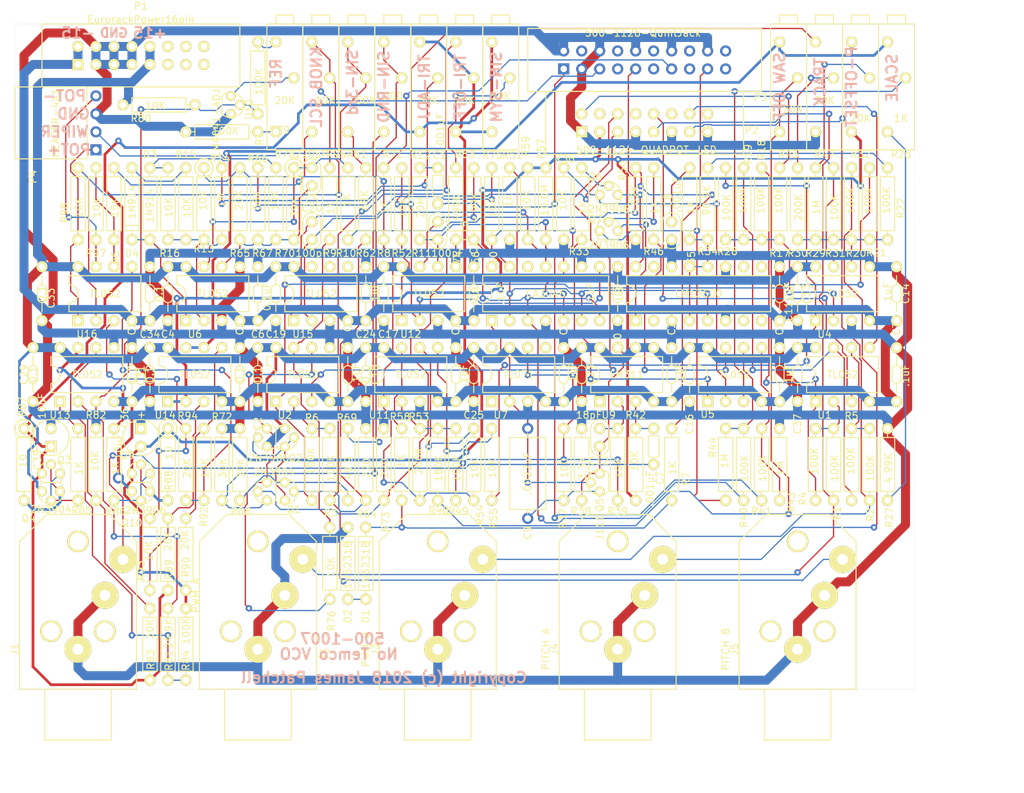
<source format=kicad_pcb>
(kicad_pcb (version 20171130) (host pcbnew "(5.0.1)-3")
  (title_block (title "VCO with VT MULTIPLIER") (date 2017-04-05) (rev A))
  (layers (0 F.Cu signal) (31 B.Cu signal) (34 B.Paste user hide) (35 F.Paste user hide) (36 B.SilkS user) (37 F.SilkS user) (38 B.Mask user) (39 F.Mask user) (44 Edge.Cuts user))
  (net 0 "")
  (net 1 /VCO/LinFM)
  (net 2 "Net-(C1-Pad2)")
  (net 3 +15V0)
  (net 4 GND)
  (net 5 -15V0)
  (net 6 /VCO/SYNC)
  (net 7 "Net-(C7-Pad2)")
  (net 8 "Net-(C8-Pad1)")
  (net 9 "Net-(C9-Pad1)")
  (net 10 "Net-(C9-Pad2)")
  (net 11 "Net-(C12-Pad1)")
  (net 12 "Net-(C12-Pad2)")
  (net 13 "Net-(C15-Pad1)")
  (net 14 "Net-(C15-Pad2)")
  (net 15 "Net-(C20-Pad1)")
  (net 16 "Net-(C20-Pad2)")
  (net 17 /VCO/PULSE)
  (net 18 "Net-(D1-Pad2)")
  (net 19 "Net-(D3-Pad1)")
  (net 20 "Net-(D3-Pad2)")
  (net 21 "Net-(D4-Pad2)")
  (net 22 "Net-(J2-Pad3)")
  (net 23 "Net-(J3-Pad3)")
  (net 24 /VCO/VCO1)
  (net 25 "Net-(J5-Pad3)")
  (net 26 "Net-(Q1-Pad2)")
  (net 27 "Net-(Q1-Pad3)")
  (net 28 "Net-(Q1-Pad1)")
  (net 29 "Net-(Q1-Pad6)")
  (net 30 "Net-(Q1-Pad4)")
  (net 31 "Net-(Q1-Pad5)")
  (net 32 "Net-(Q3-Pad2)")
  (net 33 "Net-(Q3-Pad3)")
  (net 34 "Net-(Q6-Pad1)")
  (net 35 "Net-(Q6-Pad2)")
  (net 36 "Net-(Q6-Pad3)")
  (net 37 "Net-(Q7-Pad1)")
  (net 38 "Net-(Q7-Pad2)")
  (net 39 "Net-(Q7-Pad3)")
  (net 40 "Net-(Q8-Pad10)")
  (net 41 "Net-(Q8-Pad2)")
  (net 42 "Net-(Q8-Pad3)")
  (net 43 "Net-(Q8-Pad8)")
  (net 44 "Net-(Q10-Pad1)")
  (net 45 "Net-(Q10-Pad2)")
  (net 46 "Net-(R1-Pad2)")
  (net 47 "Net-(R2-Pad2)")
  (net 48 "Net-(R3-Pad2)")
  (net 49 /VCO/PWM2)
  (net 50 /VCO/PWM3)
  (net 51 /VCO/VCO2)
  (net 52 "Net-(P3-Pad17)")
  (net 53 /VCO/RAMP)
  (net 54 "Net-(P3-Pad13)")
  (net 55 /WaveShaper/SINE)
  (net 56 "Net-(P3-Pad5)")
  (net 57 /WaveShaper/TRI)
  (net 58 "Net-(P3-Pad9)")
  (net 59 "Net-(R13-Pad2)")
  (net 60 "Net-(R12-Pad2)")
  (net 61 /VCO/PWM1)
  (net 62 "Net-(R17-Pad2)")
  (net 63 "Net-(R20-Pad2)")
  (net 64 /VCO/VCO3)
  (net 65 /VCO/-5Vr)
  (net 66 "Net-(R26-Pad2)")
  (net 67 "Net-(R26-Pad3)")
  (net 68 "Net-(R28-Pad2)")
  (net 69 "Net-(R29-Pad2)")
  (net 70 "Net-(R30-Pad2)")
  (net 71 "Net-(R31-Pad2)")
  (net 72 /VCO/+5Vr)
  (net 73 "Net-(R33-Pad1)")
  (net 74 "Net-(R34-Pad2)")
  (net 75 "Net-(R37-Pad2)")
  (net 76 "Net-(R40-Pad2)")
  (net 77 "Net-(R41-Pad2)")
  (net 78 "Net-(R45-Pad2)")
  (net 79 "Net-(R46-Pad1)")
  (net 80 "Net-(R47-Pad1)")
  (net 81 "Net-(R48-Pad2)")
  (net 82 "Net-(R54-Pad2)")
  (net 83 "Net-(R55-Pad2)")
  (net 84 "Net-(R58-Pad1)")
  (net 85 "Net-(R61-Pad3)")
  (net 86 "Net-(C5-Pad1)")
  (net 87 "Net-(R63-Pad1)")
  (net 88 "Net-(R69-Pad2)")
  (net 89 "Net-(R74-Pad2)")
  (net 90 "Net-(R77-Pad1)")
  (net 91 "Net-(R77-Pad2)")
  (net 92 "Net-(R78-Pad2)")
  (net 93 "Net-(R78-Pad3)")
  (net 94 "Net-(R81-Pad1)")
  (net 95 "Net-(R82-Pad2)")
  (net 96 "Net-(R85-Pad2)")
  (net 97 "Net-(R86-Pad2)")
  (net 98 "Net-(R89-Pad1)")
  (net 99 "Net-(R90-Pad1)")
  (net 100 "Net-(R92-Pad1)")
  (net 101 "Net-(R93-Pad1)")
  (net 102 "Net-(R95-Pad1)")
  (net 103 "Net-(R95-Pad3)")
  (net 104 "Net-(R96-Pad1)")
  (net 105 /Reference/PPOT-)
  (net 106 /Reference/PPOT+)
  (net 107 "Net-(P2-Pad10)")
  (net 108 "Net-(P2-Pad14)")
  (net 109 "Net-(P2-Pad6)")
  (net 110 /WaveShaper/-10vr)
  (net 111 /WaveShaper/+10VR)
  (module FootPrints:CAP-GREENIE-0.2 (layer F.Cu) (at 129.54 62.23 90)
    (fp_text reference C1 (at 4.318 0.254 180) (layer F.SilkS))
    (fp_text value .001uF (at 7.747 0.381 90) (layer F.SilkS))
    (pad 1 thru_hole circle (at -2.54 0 90) (size 1.5748 1.5748) (drill 0.9144) (layers *.Cu *.Mask F.SilkS) (net 1 /VCO/LinFM))
    (pad 2 thru_hole circle (at 2.54 0 90) (size 1.5748 1.5748) (drill 0.9144) (layers *.Cu *.Mask F.SilkS) (net 2 "Net-(C1-Pad2)"))
  )
  (module FootPrints:CAP-Bypass-0.3 (layer F.Cu) (at 104.14 88.9 270)
    (fp_text reference C2 (at 6.985 0 270) (layer F.SilkS))
    (fp_text value 0.1 (at 0 2.54 270) (layer F.SilkS))
    (pad 1 thru_hole circle (at -3.81 0 270) (size 1.5748 1.5748) (drill 0.9144) (layers *.Cu *.Mask F.SilkS) (net 3 +15V0))
    (pad 2 thru_hole circle (at 3.81 0 270) (size 1.5748 1.5748) (drill 0.9144) (layers *.Cu *.Mask F.SilkS) (net 4 GND))
  )
  (module FootPrints:CAP-Bypass-0.3 (layer F.Cu) (at 116.84 88.9 90)
    (fp_text reference C3 (at 6.985 0 90) (layer F.SilkS))
    (fp_text value 0.1 (at 0 2.54 90) (layer F.SilkS))
    (pad 1 thru_hole circle (at -3.81 0 90) (size 1.5748 1.5748) (drill 0.9144) (layers *.Cu *.Mask F.SilkS) (net 5 -15V0))
    (pad 2 thru_hole circle (at 3.81 0 90) (size 1.5748 1.5748) (drill 0.9144) (layers *.Cu *.Mask F.SilkS) (net 4 GND))
  )
  (module FootPrints:CAP-Bypass-0.3 (layer F.Cu) (at 91.44 77.47 270)
    (fp_text reference C4 (at 5.715 0) (layer F.SilkS))
    (fp_text value 0.1 (at 0 1.27 270) (layer F.SilkS))
    (pad 1 thru_hole circle (at -3.81 0 270) (size 1.5748 1.5748) (drill 0.9144) (layers *.Cu *.Mask F.SilkS) (net 3 +15V0))
    (pad 2 thru_hole circle (at 3.81 0 270) (size 1.5748 1.5748) (drill 0.9144) (layers *.Cu *.Mask F.SilkS) (net 4 GND))
  )
  (module FootPrints:CAP-Bypass-0.3 (layer F.Cu) (at 104.14 77.47 90)
    (fp_text reference C6 (at -5.715 0 180) (layer F.SilkS))
    (fp_text value 0.1 (at -1.27 1.27 90) (layer F.SilkS))
    (pad 1 thru_hole circle (at -3.81 0 90) (size 1.5748 1.5748) (drill 0.9144) (layers *.Cu *.Mask F.SilkS) (net 5 -15V0))
    (pad 2 thru_hole circle (at 3.81 0 90) (size 1.5748 1.5748) (drill 0.9144) (layers *.Cu *.Mask F.SilkS) (net 4 GND))
  )
  (module FootPrints:CAP-GREENIE-0.2 (layer F.Cu) (at 160.02 99.06 90)
    (fp_text reference C7 (at -4.445 0.889 90) (layer F.SilkS))
    (fp_text value .001uF (at -5.969 -0.508 90) (layer F.SilkS))
    (pad 1 thru_hole circle (at -2.54 0 90) (size 1.5748 1.5748) (drill 0.9144) (layers *.Cu *.Mask F.SilkS) (net 6 /VCO/SYNC))
    (pad 2 thru_hole circle (at 2.54 0 90) (size 1.5748 1.5748) (drill 0.9144) (layers *.Cu *.Mask F.SilkS) (net 7 "Net-(C7-Pad2)"))
  )
  (module FootPrints:CAP-0.1 (layer F.Cu) (at 162.56 68.58 270)
    (fp_text reference C8 (at -4.318 0.508 270) (layer F.SilkS))
    (fp_text value .001uF (at -5.08 -0.762 270) (layer F.SilkS))
    (pad 1 thru_hole circle (at -1.27 0 270) (size 1.5748 1.5748) (drill 0.9144) (layers *.Cu *.Mask F.SilkS) (net 8 "Net-(C8-Pad1)"))
    (pad 2 thru_hole circle (at 1.27 0 270) (size 1.5748 1.5748) (drill 0.9144) (layers *.Cu *.Mask F.SilkS) (net 4 GND))
  )
  (module FootPrints:CAP-AXIAL-0.5x0.2 (layer F.Cu) (at 139.7 101.6 270)
    (fp_text reference C9 (at 9.652 -2.54 270) (layer F.SilkS))
    (fp_text value .0022uF (at 1.27 -2.54 270) (layer F.SilkS))
    (pad 1 thru_hole circle (at -5.08 -2.54 270) (size 1.5748 1.5748) (drill 0.9144) (layers *.Cu *.Mask) (net 9 "Net-(C9-Pad1)"))
    (pad 2 thru_hole circle (at 7.62 -2.54 270) (size 1.5748 1.5748) (drill 0.9144) (layers *.Cu *.Mask) (net 10 "Net-(C9-Pad2)"))
  )
  (module FootPrints:CAP-Bypass-0.3 (layer F.Cu) (at 154.94 77.47 270)
    (fp_text reference C10 (at 6.985 0 270) (layer F.SilkS))
    (fp_text value .1uF (at 0 3.81 270) (layer F.SilkS))
    (pad 1 thru_hole circle (at -3.81 0 270) (size 1.5748 1.5748) (drill 0.9144) (layers *.Cu *.Mask F.SilkS) (net 3 +15V0))
    (pad 2 thru_hole circle (at 3.81 0 270) (size 1.5748 1.5748) (drill 0.9144) (layers *.Cu *.Mask F.SilkS) (net 4 GND))
  )
  (module FootPrints:CAP-Bypass-0.3 (layer F.Cu) (at 177.8 77.47 90)
    (fp_text reference C11 (at -2.54 1.27 90) (layer F.SilkS))
    (fp_text value .1uF (at 0 1.27 90) (layer F.SilkS))
    (pad 1 thru_hole circle (at -3.81 0 90) (size 1.5748 1.5748) (drill 0.9144) (layers *.Cu *.Mask F.SilkS) (net 5 -15V0))
    (pad 2 thru_hole circle (at 3.81 0 90) (size 1.5748 1.5748) (drill 0.9144) (layers *.Cu *.Mask F.SilkS) (net 4 GND))
  )
  (module FootPrints:CAP-0.1 (layer F.Cu) (at 152.4 97.79 270)
    (fp_text reference C12 (at 3.302 0.127) (layer F.SilkS))
    (fp_text value 18pF (at -3.175 1.524) (layer F.SilkS))
    (pad 1 thru_hole circle (at -1.27 0 270) (size 1.5748 1.5748) (drill 0.9144) (layers *.Cu *.Mask F.SilkS) (net 11 "Net-(C12-Pad1)"))
    (pad 2 thru_hole circle (at 1.27 0 270) (size 1.5748 1.5748) (drill 0.9144) (layers *.Cu *.Mask F.SilkS) (net 12 "Net-(C12-Pad2)"))
  )
  (module FootPrints:CAP-Bypass-0.3 (layer F.Cu) (at 180.34 77.47 270)
    (fp_text reference C13 (at 0 -1.27 270) (layer F.SilkS))
    (fp_text value .1uF (at 0 1.27 270) (layer F.SilkS))
    (pad 1 thru_hole circle (at -3.81 0 270) (size 1.5748 1.5748) (drill 0.9144) (layers *.Cu *.Mask F.SilkS) (net 3 +15V0))
    (pad 2 thru_hole circle (at 3.81 0 270) (size 1.5748 1.5748) (drill 0.9144) (layers *.Cu *.Mask F.SilkS) (net 4 GND))
  )
  (module FootPrints:CAP-Bypass-0.3 (layer F.Cu) (at 194.31 77.47 90)
    (fp_text reference C14 (at 0 1.27 270) (layer F.SilkS))
    (fp_text value .1uF (at 0 -1.27 90) (layer F.SilkS))
    (pad 1 thru_hole circle (at -3.81 0 90) (size 1.5748 1.5748) (drill 0.9144) (layers *.Cu *.Mask F.SilkS) (net 5 -15V0))
    (pad 2 thru_hole circle (at 3.81 0 90) (size 1.5748 1.5748) (drill 0.9144) (layers *.Cu *.Mask F.SilkS) (net 4 GND))
  )
  (module FootPrints:CAP-0.1 (layer F.Cu) (at 129.54 68.58 90)
    (fp_text reference C15 (at 0 3.81 90) (layer F.SilkS))
    (fp_text value 100pF (at -3.175 1.397 180) (layer F.SilkS))
    (pad 1 thru_hole circle (at -1.27 0 90) (size 1.5748 1.5748) (drill 0.9144) (layers *.Cu *.Mask F.SilkS) (net 13 "Net-(C15-Pad1)"))
    (pad 2 thru_hole circle (at 1.27 0 90) (size 1.5748 1.5748) (drill 0.9144) (layers *.Cu *.Mask F.SilkS) (net 14 "Net-(C15-Pad2)"))
  )
  (module FootPrints:CAP-Bypass-0.3 (layer F.Cu) (at 165.1 88.9 270)
    (fp_text reference C16 (at 6.985 0 270) (layer F.SilkS))
    (fp_text value .1uF (at -0.127 1.397 270) (layer F.SilkS))
    (pad 1 thru_hole circle (at -3.81 0 270) (size 1.5748 1.5748) (drill 0.9144) (layers *.Cu *.Mask F.SilkS) (net 3 +15V0))
    (pad 2 thru_hole circle (at 3.81 0 270) (size 1.5748 1.5748) (drill 0.9144) (layers *.Cu *.Mask F.SilkS) (net 4 GND))
  )
  (module FootPrints:CAP-Bypass-0.3 (layer F.Cu) (at 121.92 77.47 270)
    (fp_text reference C17 (at 5.715 -0.635) (layer F.SilkS))
    (fp_text value .1uF (at 0 1.27 270) (layer F.SilkS))
    (pad 1 thru_hole circle (at -3.81 0 270) (size 1.5748 1.5748) (drill 0.9144) (layers *.Cu *.Mask F.SilkS) (net 3 +15V0))
    (pad 2 thru_hole circle (at 3.81 0 270) (size 1.5748 1.5748) (drill 0.9144) (layers *.Cu *.Mask F.SilkS) (net 4 GND))
  )
  (module FootPrints:CAP-Bypass-0.3 (layer F.Cu) (at 119.38 88.9 270)
    (fp_text reference C18 (at 0 -1.27 270) (layer F.SilkS))
    (fp_text value .1uF (at 0 1.397 270) (layer F.SilkS))
    (pad 1 thru_hole circle (at -3.81 0 270) (size 1.5748 1.5748) (drill 0.9144) (layers *.Cu *.Mask F.SilkS) (net 3 +15V0))
    (pad 2 thru_hole circle (at 3.81 0 270) (size 1.5748 1.5748) (drill 0.9144) (layers *.Cu *.Mask F.SilkS) (net 4 GND))
  )
  (module FootPrints:CAP-Bypass-0.3 (layer F.Cu) (at 106.68 77.47 270)
    (fp_text reference C19 (at 5.715 0) (layer F.SilkS))
    (fp_text value .1uF (at 0 1.27 270) (layer F.SilkS))
    (pad 1 thru_hole circle (at -3.81 0 270) (size 1.5748 1.5748) (drill 0.9144) (layers *.Cu *.Mask F.SilkS) (net 3 +15V0))
    (pad 2 thru_hole circle (at 3.81 0 270) (size 1.5748 1.5748) (drill 0.9144) (layers *.Cu *.Mask F.SilkS) (net 4 GND))
  )
  (module FootPrints:CAP-0.1 (layer F.Cu) (at 111.76 68.58 90)
    (fp_text reference C20 (at 3.175 0 180) (layer F.SilkS))
    (fp_text value 100pF (at -3.175 0 180) (layer F.SilkS))
    (pad 1 thru_hole circle (at -1.27 0 90) (size 1.5748 1.5748) (drill 0.9144) (layers *.Cu *.Mask F.SilkS) (net 15 "Net-(C20-Pad1)"))
    (pad 2 thru_hole circle (at 1.27 0 90) (size 1.5748 1.5748) (drill 0.9144) (layers *.Cu *.Mask F.SilkS) (net 16 "Net-(C20-Pad2)"))
  )
  (module FootPrints:CAP-Bypass-0.3 (layer F.Cu) (at 177.8 88.9 90)
    (fp_text reference C21 (at 6.985 0 90) (layer F.SilkS))
    (fp_text value .1uF (at -0.127 1.27 90) (layer F.SilkS))
    (pad 1 thru_hole circle (at -3.81 0 90) (size 1.5748 1.5748) (drill 0.9144) (layers *.Cu *.Mask F.SilkS) (net 5 -15V0))
    (pad 2 thru_hole circle (at 3.81 0 90) (size 1.5748 1.5748) (drill 0.9144) (layers *.Cu *.Mask F.SilkS) (net 4 GND))
  )
  (module FootPrints:CAP-Bypass-0.3 (layer F.Cu) (at 134.62 77.47 90)
    (fp_text reference C22 (at 6.985 0 90) (layer F.SilkS))
    (fp_text value .1uF (at 0 3.81 90) (layer F.SilkS))
    (pad 1 thru_hole circle (at -3.81 0 90) (size 1.5748 1.5748) (drill 0.9144) (layers *.Cu *.Mask F.SilkS) (net 5 -15V0))
    (pad 2 thru_hole circle (at 3.81 0 90) (size 1.5748 1.5748) (drill 0.9144) (layers *.Cu *.Mask F.SilkS) (net 4 GND))
  )
  (module FootPrints:CAP-Bypass-0.3 (layer F.Cu) (at 132.08 88.9 90)
    (fp_text reference C23 (at 6.985 0 90) (layer F.SilkS))
    (fp_text value .1uF (at -0.127 1.143 90) (layer F.SilkS))
    (pad 1 thru_hole circle (at -3.81 0 90) (size 1.5748 1.5748) (drill 0.9144) (layers *.Cu *.Mask F.SilkS) (net 5 -15V0))
    (pad 2 thru_hole circle (at 3.81 0 90) (size 1.5748 1.5748) (drill 0.9144) (layers *.Cu *.Mask F.SilkS) (net 4 GND))
  )
  (module FootPrints:CAP-Bypass-0.3 (layer F.Cu) (at 119.38 77.47 90)
    (fp_text reference C24 (at -5.715 0 180) (layer F.SilkS))
    (fp_text value .1uF (at 0 1.27 90) (layer F.SilkS))
    (pad 1 thru_hole circle (at -3.81 0 90) (size 1.5748 1.5748) (drill 0.9144) (layers *.Cu *.Mask F.SilkS) (net 5 -15V0))
    (pad 2 thru_hole circle (at 3.81 0 90) (size 1.5748 1.5748) (drill 0.9144) (layers *.Cu *.Mask F.SilkS) (net 4 GND))
  )
  (module FootPrints:CAP-Bypass-0.3 (layer F.Cu) (at 134.62 88.9 270)
    (fp_text reference C25 (at 5.715 0) (layer F.SilkS))
    (fp_text value .1uF (at 0.127 1.397 270) (layer F.SilkS))
    (pad 1 thru_hole circle (at -3.81 0 270) (size 1.5748 1.5748) (drill 0.9144) (layers *.Cu *.Mask F.SilkS) (net 3 +15V0))
    (pad 2 thru_hole circle (at 3.81 0 270) (size 1.5748 1.5748) (drill 0.9144) (layers *.Cu *.Mask F.SilkS) (net 4 GND))
  )
  (module FootPrints:CAP-Bypass-0.3 (layer F.Cu) (at 147.32 88.9 90)
    (fp_text reference C26 (at 6.985 0 90) (layer F.SilkS))
    (fp_text value .1uF (at 0.127 1.27 90) (layer F.SilkS))
    (pad 1 thru_hole circle (at -3.81 0 90) (size 1.5748 1.5748) (drill 0.9144) (layers *.Cu *.Mask F.SilkS) (net 5 -15V0))
    (pad 2 thru_hole circle (at 3.81 0 90) (size 1.5748 1.5748) (drill 0.9144) (layers *.Cu *.Mask F.SilkS) (net 4 GND))
  )
  (module FootPrints:CAP-Bypass-0.3 (layer F.Cu) (at 149.86 88.9 270)
    (fp_text reference C27 (at 0 -1.27 270) (layer F.SilkS))
    (fp_text value .1uF (at -0.127 1.27 270) (layer F.SilkS))
    (pad 1 thru_hole circle (at -3.81 0 270) (size 1.5748 1.5748) (drill 0.9144) (layers *.Cu *.Mask F.SilkS) (net 3 +15V0))
    (pad 2 thru_hole circle (at 3.81 0 270) (size 1.5748 1.5748) (drill 0.9144) (layers *.Cu *.Mask F.SilkS) (net 4 GND))
  )
  (module FootPrints:CAP-Bypass-0.3 (layer F.Cu) (at 162.56 88.9 90)
    (fp_text reference C28 (at 6.985 0 90) (layer F.SilkS))
    (fp_text value .1uF (at 0.127 1.143 90) (layer F.SilkS))
    (pad 1 thru_hole circle (at -3.81 0 90) (size 1.5748 1.5748) (drill 0.9144) (layers *.Cu *.Mask F.SilkS) (net 5 -15V0))
    (pad 2 thru_hole circle (at 3.81 0 90) (size 1.5748 1.5748) (drill 0.9144) (layers *.Cu *.Mask F.SilkS) (net 4 GND))
  )
  (module FootPrints:CAP-Bypass-0.3 (layer F.Cu) (at 72.39 88.9 270)
    (fp_text reference C29 (at 0 1.27 270) (layer F.SilkS))
    (fp_text value 0.1 (at 0 0 270) (layer F.SilkS))
    (pad 1 thru_hole circle (at -3.81 0 270) (size 1.5748 1.5748) (drill 0.9144) (layers *.Cu *.Mask F.SilkS) (net 3 +15V0))
    (pad 2 thru_hole circle (at 3.81 0 270) (size 1.5748 1.5748) (drill 0.9144) (layers *.Cu *.Mask F.SilkS) (net 4 GND))
  )
  (module FootPrints:CAP-Bypass-0.3 (layer F.Cu) (at 86.36 88.9 90)
    (fp_text reference C30 (at 6.985 0 90) (layer F.SilkS))
    (fp_text value 0.1 (at 0 2.54 90) (layer F.SilkS))
    (pad 1 thru_hole circle (at -3.81 0 90) (size 1.5748 1.5748) (drill 0.9144) (layers *.Cu *.Mask F.SilkS) (net 5 -15V0))
    (pad 2 thru_hole circle (at 3.81 0 90) (size 1.5748 1.5748) (drill 0.9144) (layers *.Cu *.Mask F.SilkS) (net 4 GND))
  )
  (module FootPrints:CAP-Bypass-0.3 (layer F.Cu) (at 88.9 88.9 270)
    (fp_text reference C31 (at 0.127 1.27 270) (layer F.SilkS))
    (fp_text value 0.1 (at 0 2.54 270) (layer F.SilkS))
    (pad 1 thru_hole circle (at -3.81 0 270) (size 1.5748 1.5748) (drill 0.9144) (layers *.Cu *.Mask F.SilkS) (net 3 +15V0))
    (pad 2 thru_hole circle (at 3.81 0 270) (size 1.5748 1.5748) (drill 0.9144) (layers *.Cu *.Mask F.SilkS) (net 4 GND))
  )
  (module FootPrints:CAP-Bypass-0.3 (layer F.Cu) (at 101.6 88.9 90)
    (fp_text reference C32 (at 6.985 0 90) (layer F.SilkS))
    (fp_text value 0.1 (at 0 2.54 90) (layer F.SilkS))
    (pad 1 thru_hole circle (at -3.81 0 90) (size 1.5748 1.5748) (drill 0.9144) (layers *.Cu *.Mask F.SilkS) (net 5 -15V0))
    (pad 2 thru_hole circle (at 3.81 0 90) (size 1.5748 1.5748) (drill 0.9144) (layers *.Cu *.Mask F.SilkS) (net 4 GND))
  )
  (module FootPrints:CAP-Bypass-0.3 (layer F.Cu) (at 73.66 77.47 270)
    (fp_text reference C33 (at 0.635 -1.27 270) (layer F.SilkS))
    (fp_text value 0.1 (at 0 0 270) (layer F.SilkS))
    (pad 1 thru_hole circle (at -3.81 0 270) (size 1.5748 1.5748) (drill 0.9144) (layers *.Cu *.Mask F.SilkS) (net 3 +15V0))
    (pad 2 thru_hole circle (at 3.81 0 270) (size 1.5748 1.5748) (drill 0.9144) (layers *.Cu *.Mask F.SilkS) (net 4 GND))
  )
  (module FootPrints:CAP-Bypass-0.3 (layer F.Cu) (at 88.9 77.47 90)
    (fp_text reference C34 (at -5.715 0 180) (layer F.SilkS))
    (fp_text value 0.1 (at 0 1.27 90) (layer F.SilkS))
    (pad 1 thru_hole circle (at -3.81 0 90) (size 1.5748 1.5748) (drill 0.9144) (layers *.Cu *.Mask F.SilkS) (net 5 -15V0))
    (pad 2 thru_hole circle (at 3.81 0 90) (size 1.5748 1.5748) (drill 0.9144) (layers *.Cu *.Mask F.SilkS) (net 4 GND))
  )
  (module FootPrints:CapPol-Rad-0.2x0.1 (layer F.Cu) (at 77.47 96.52 90)
    (fp_text reference C35 (at -4.445 -4.445 90) (layer F.SilkS))
    (fp_text value 10uF (at 3.175 -3.81 90) (layer F.SilkS))
    (fp_text user + (at -3.175 -5.08 90) (layer F.SilkS))
    (pad 1 thru_hole rect (at -2.54 -2.54 90) (size 1.5748 1.5748) (drill 0.9144) (layers *.Cu *.Mask F.SilkS) (net 111 /WaveShaper/+10VR))
    (pad 2 thru_hole circle (at 0 -2.54 90) (size 1.5748 1.5748) (drill 0.9144) (layers *.Cu *.Mask F.SilkS) (net 4 GND))
  )
  (module FootPrints:CapPol-Rad-0.2x0.1 (layer F.Cu) (at 85.09 99.06 270)
    (fp_text reference C36 (at -4.064 -0.254 270) (layer F.SilkS))
    (fp_text value 10uF (at 0 0.635 270) (layer F.SilkS))
    (fp_text user + (at -4.445 -2.54 270) (layer F.SilkS))
    (pad 1 thru_hole rect (at -2.54 -2.54 270) (size 1.5748 1.5748) (drill 0.9144) (layers *.Cu *.Mask F.SilkS) (net 4 GND))
    (pad 2 thru_hole circle (at 0 -2.54 270) (size 1.5748 1.5748) (drill 0.9144) (layers *.Cu *.Mask F.SilkS) (net 110 /WaveShaper/-10vr))
  )
  (module FootPrints:DIODE0.4 (layer F.Cu) (at 119.38 115.57 270)
    (fp_text reference D1 (at 7.493 0 270) (layer F.SilkS))
    (fp_text value 1N5231B (at 0.254 0 270) (layer F.SilkS))
    (pad 1 thru_hole circle (at -5.08 0 270) (size 1.5748 1.5748) (drill 0.9144) (layers *.Cu *.Mask F.SilkS) (net 17 /VCO/PULSE))
    (pad 2 thru_hole circle (at 5.08 0 270) (size 1.5748 1.5748) (drill 0.9144) (layers *.Cu *.Mask F.SilkS) (net 18 "Net-(D1-Pad2)"))
  )
  (module FootPrints:DIODE0.4 (layer F.Cu) (at 116.84 115.57 270)
    (fp_text reference D2 (at 7.493 0 270) (layer F.SilkS))
    (fp_text value 1N5231B (at 0.254 0 270) (layer F.SilkS))
    (pad 1 thru_hole circle (at -5.08 0 270) (size 1.5748 1.5748) (drill 0.9144) (layers *.Cu *.Mask F.SilkS) (net 4 GND))
    (pad 2 thru_hole circle (at 5.08 0 270) (size 1.5748 1.5748) (drill 0.9144) (layers *.Cu *.Mask F.SilkS) (net 18 "Net-(D1-Pad2)"))
  )
  (module FootPrints:DIODE0.4 (layer F.Cu) (at 88.9 64.77 270)
    (fp_text reference D3 (at -6.985 0) (layer F.SilkS))
    (fp_text value 1N914 (at 0.254 0 270) (layer F.SilkS))
    (pad 1 thru_hole circle (at -5.08 0 270) (size 1.5748 1.5748) (drill 0.9144) (layers *.Cu *.Mask F.SilkS) (net 19 "Net-(D3-Pad1)"))
    (pad 2 thru_hole circle (at 5.08 0 270) (size 1.5748 1.5748) (drill 0.9144) (layers *.Cu *.Mask F.SilkS) (net 20 "Net-(D3-Pad2)"))
  )
  (module FootPrints:DIODE0.4 (layer F.Cu) (at 86.36 64.77 90)
    (fp_text reference D4 (at -6.985 0 180) (layer F.SilkS))
    (fp_text value 1N914 (at 0.254 0 90) (layer F.SilkS))
    (pad 1 thru_hole circle (at -5.08 0 90) (size 1.5748 1.5748) (drill 0.9144) (layers *.Cu *.Mask F.SilkS) (net 20 "Net-(D3-Pad2)"))
    (pad 2 thru_hole circle (at 5.08 0 90) (size 1.5748 1.5748) (drill 0.9144) (layers *.Cu *.Mask F.SilkS) (net 21 "Net-(D4-Pad2)"))
  )
  (module FootPrints:PHONE-SC112A (layer F.Cu) (at 78.74 133.35 270)
    (fp_text reference J1 (at -5.6388 8.89 270) (layer F.SilkS))
    (fp_text value SYNC)
    (pad 1 thru_hole circle (at -5.6388 0 270) (size 3.81 3.81) (drill 1.524) (layers *.Cu *.Mask F.SilkS) (net 4 GND))
    (pad "" thru_hole circle (at -8.1788 -3.81 270) (size 3.048 3.048) (drill 2.413) (layers *.Cu *.Mask F.SilkS))
    (pad 2 thru_hole circle (at -13.2588 -3.81 270) (size 3.81 3.81) (drill 1.524) (layers *.Cu *.Mask F.SilkS) (net 4 GND))
    (pad 3 thru_hole circle (at -18.3388 -6.35 270) (size 3.81 3.81) (drill 1.524) (layers *.Cu *.Mask F.SilkS) (net 6 /VCO/SYNC))
    (pad "" thru_hole circle (at -20.8788 0 270) (size 3.048 3.048) (drill 2.413) (layers *.Cu *.Mask F.SilkS))
    (pad "" thru_hole circle (at -8.1788 3.81 270) (size 3.048 3.048) (drill 2.413) (layers *.Cu *.Mask F.SilkS))
  )
  (module FootPrints:PHONE-SC112A (layer F.Cu) (at 104.14 133.35 270)
    (fp_text reference J2 (at -5.08 -9.271) (layer F.SilkS))
    (fp_text value "PWM A" (at -13.208 8.763 270) (layer F.SilkS))
    (pad 1 thru_hole circle (at -5.6388 0 270) (size 3.81 3.81) (drill 1.524) (layers *.Cu *.Mask F.SilkS) (net 4 GND))
    (pad "" thru_hole circle (at -8.1788 -3.81 270) (size 3.048 3.048) (drill 2.413) (layers *.Cu *.Mask F.SilkS))
    (pad 2 thru_hole circle (at -13.2588 -3.81 270) (size 3.81 3.81) (drill 1.524) (layers *.Cu *.Mask F.SilkS) (net 4 GND))
    (pad 3 thru_hole circle (at -18.3388 -6.35 270) (size 3.81 3.81) (drill 1.524) (layers *.Cu *.Mask F.SilkS) (net 22 "Net-(J2-Pad3)"))
    (pad "" thru_hole circle (at -20.8788 0 270) (size 3.048 3.048) (drill 2.413) (layers *.Cu *.Mask F.SilkS))
    (pad "" thru_hole circle (at -8.1788 3.81 270) (size 3.048 3.048) (drill 2.413) (layers *.Cu *.Mask F.SilkS))
  )
  (module FootPrints:PHONE-SC112A (layer F.Cu) (at 129.54 133.35 270)
    (fp_text reference J3 (at -5.6388 8.89 270) (layer F.SilkS))
    (fp_text value "PWM B" (at -5.6388 10.16 270) (layer F.SilkS))
    (pad 1 thru_hole circle (at -5.6388 0 270) (size 3.81 3.81) (drill 1.524) (layers *.Cu *.Mask F.SilkS) (net 4 GND))
    (pad "" thru_hole circle (at -8.1788 -3.81 270) (size 3.048 3.048) (drill 2.413) (layers *.Cu *.Mask F.SilkS))
    (pad 2 thru_hole circle (at -13.2588 -3.81 270) (size 3.81 3.81) (drill 1.524) (layers *.Cu *.Mask F.SilkS) (net 4 GND))
    (pad 3 thru_hole circle (at -18.3388 -6.35 270) (size 3.81 3.81) (drill 1.524) (layers *.Cu *.Mask F.SilkS) (net 23 "Net-(J3-Pad3)"))
    (pad "" thru_hole circle (at -20.8788 0 270) (size 3.048 3.048) (drill 2.413) (layers *.Cu *.Mask F.SilkS))
    (pad "" thru_hole circle (at -8.1788 3.81 270) (size 3.048 3.048) (drill 2.413) (layers *.Cu *.Mask F.SilkS))
  )
  (module FootPrints:PHONE-SC112A (layer F.Cu) (at 154.94 133.35 270)
    (fp_text reference J4 (at -5.6388 8.89 270) (layer F.SilkS))
    (fp_text value "PITCH A" (at -5.6388 10.16 270) (layer F.SilkS))
    (pad 1 thru_hole circle (at -5.6388 0 270) (size 3.81 3.81) (drill 1.524) (layers *.Cu *.Mask F.SilkS) (net 4 GND))
    (pad "" thru_hole circle (at -8.1788 -3.81 270) (size 3.048 3.048) (drill 2.413) (layers *.Cu *.Mask F.SilkS))
    (pad 2 thru_hole circle (at -13.2588 -3.81 270) (size 3.81 3.81) (drill 1.524) (layers *.Cu *.Mask F.SilkS) (net 4 GND))
    (pad 3 thru_hole circle (at -18.3388 -6.35 270) (size 3.81 3.81) (drill 1.524) (layers *.Cu *.Mask F.SilkS) (net 24 /VCO/VCO1))
    (pad "" thru_hole circle (at -20.8788 0 270) (size 3.048 3.048) (drill 2.413) (layers *.Cu *.Mask F.SilkS))
    (pad "" thru_hole circle (at -8.1788 3.81 270) (size 3.048 3.048) (drill 2.413) (layers *.Cu *.Mask F.SilkS))
  )
  (module FootPrints:PHONE-SC112A (layer F.Cu) (at 180.34 133.35 270)
    (fp_text reference J5 (at -5.6388 8.89 270) (layer F.SilkS))
    (fp_text value "PITCH B" (at -5.6388 10.16 270) (layer F.SilkS))
    (pad 1 thru_hole circle (at -5.6388 0 270) (size 3.81 3.81) (drill 1.524) (layers *.Cu *.Mask F.SilkS) (net 4 GND))
    (pad "" thru_hole circle (at -8.1788 -3.81 270) (size 3.048 3.048) (drill 2.413) (layers *.Cu *.Mask F.SilkS))
    (pad 2 thru_hole circle (at -13.2588 -3.81 270) (size 3.81 3.81) (drill 1.524) (layers *.Cu *.Mask F.SilkS) (net 4 GND))
    (pad 3 thru_hole circle (at -18.3388 -6.35 270) (size 3.81 3.81) (drill 1.524) (layers *.Cu *.Mask F.SilkS) (net 25 "Net-(J5-Pad3)"))
    (pad "" thru_hole circle (at -20.8788 0 270) (size 3.048 3.048) (drill 2.413) (layers *.Cu *.Mask F.SilkS))
    (pad "" thru_hole circle (at -8.1788 3.81 270) (size 3.048 3.048) (drill 2.413) (layers *.Cu *.Mask F.SilkS))
  )
  (module FootPrints:DUAL_TO92 (layer F.Cu) (at 106.68 105.41 90)
    (fp_text reference Q1 (at -2.54 2.54 180) (layer F.SilkS))
    (fp_text value 2N3904 (at 2.794 -0.254 180) (layer F.SilkS))
    (pad 2 thru_hole circle (at 0 2.54 90) (size 1.397 1.397) (drill 0.8128) (layers *.Cu *.Mask F.SilkS) (net 26 "Net-(Q1-Pad2)"))
    (pad 3 thru_hole circle (at -1.27 1.27 90) (size 1.397 1.397) (drill 0.8128) (layers *.Cu *.Mask F.SilkS) (net 27 "Net-(Q1-Pad3)"))
    (pad 1 thru_hole circle (at 1.27 1.27 90) (size 1.397 1.397) (drill 0.8128) (layers *.Cu *.Mask F.SilkS) (net 28 "Net-(Q1-Pad1)"))
    (pad 6 thru_hole circle (at 1.27 -1.27 90) (size 1.397 1.397) (drill 0.8128) (layers *.Cu *.Mask F.SilkS) (net 29 "Net-(Q1-Pad6)"))
    (pad 4 thru_hole circle (at -1.27 -1.27 90) (size 1.397 1.397) (drill 0.8128) (layers *.Cu *.Mask F.SilkS) (net 30 "Net-(Q1-Pad4)"))
    (pad 5 thru_hole circle (at 0 -2.54 90) (size 1.397 1.397) (drill 0.8128) (layers *.Cu *.Mask F.SilkS) (net 31 "Net-(Q1-Pad5)"))
  )
  (module FootPrints:DUAL_TO92 (layer F.Cu) (at 106.68 97.79 90)
    (fp_text reference Q2 (at -2.921 2.794 180) (layer F.SilkS))
    (fp_text value 2N3906 (at -2.921 -1.016 180) (layer F.SilkS))
    (pad 2 thru_hole circle (at 0 2.54 90) (size 1.397 1.397) (drill 0.8128) (layers *.Cu *.Mask F.SilkS) (net 27 "Net-(Q1-Pad3)"))
    (pad 3 thru_hole circle (at -1.27 1.27 90) (size 1.397 1.397) (drill 0.8128) (layers *.Cu *.Mask F.SilkS) (net 27 "Net-(Q1-Pad3)"))
    (pad 1 thru_hole circle (at 1.27 1.27 90) (size 1.397 1.397) (drill 0.8128) (layers *.Cu *.Mask F.SilkS) (net 3 +15V0))
    (pad 6 thru_hole circle (at 1.27 -1.27 90) (size 1.397 1.397) (drill 0.8128) (layers *.Cu *.Mask F.SilkS) (net 29 "Net-(Q1-Pad6)"))
    (pad 4 thru_hole circle (at -1.27 -1.27 90) (size 1.397 1.397) (drill 0.8128) (layers *.Cu *.Mask F.SilkS) (net 3 +15V0))
    (pad 5 thru_hole circle (at 0 -2.54 90) (size 1.397 1.397) (drill 0.8128) (layers *.Cu *.Mask F.SilkS) (net 27 "Net-(Q1-Pad3)"))
  )
  (module FootPrints:TO92 (layer F.Cu) (at 74.93 102.87)
    (fp_text reference Q3 (at 1.905 -1.905) (layer F.SilkS))
    (fp_text value 2N3904 (at 0 5.08) (layer F.SilkS))
    (pad 1 thru_hole circle (at -1.27 0) (size 1.397 1.397) (drill 0.8128) (layers *.Cu *.Mask F.SilkS) (net 111 /WaveShaper/+10VR))
    (pad 2 thru_hole circle (at 0 -1.27) (size 1.397 1.397) (drill 0.8128) (layers *.Cu *.Mask F.SilkS) (net 32 "Net-(Q3-Pad2)"))
    (pad 3 thru_hole circle (at 1.27 0) (size 1.397 1.397) (drill 0.8128) (layers *.Cu *.Mask F.SilkS) (net 33 "Net-(Q3-Pad3)"))
  )
  (module FootPrints:TO92 (layer F.Cu) (at 74.93 105.41 180)
    (fp_text reference Q4 (at 3.175 -3.81 180) (layer F.SilkS))
    (fp_text value 2N3904 (at 0 -2.54 180) (layer F.SilkS))
    (pad 1 thru_hole circle (at -1.27 0 180) (size 1.397 1.397) (drill 0.8128) (layers *.Cu *.Mask F.SilkS) (net 32 "Net-(Q3-Pad2)"))
    (pad 2 thru_hole circle (at 0 -1.27 180) (size 1.397 1.397) (drill 0.8128) (layers *.Cu *.Mask F.SilkS) (net 33 "Net-(Q3-Pad3)"))
    (pad 3 thru_hole circle (at 1.27 0 180) (size 1.397 1.397) (drill 0.8128) (layers *.Cu *.Mask F.SilkS) (net 3 +15V0))
  )
  (module FootPrints:TO92 (layer F.Cu) (at 152.4 104.14 90)
    (fp_text reference Q5 (at -3.175 0 90) (layer F.SilkS))
    (fp_text value J111 (at -6.35 0 90) (layer F.SilkS))
    (pad 1 thru_hole circle (at -1.27 0 90) (size 1.397 1.397) (drill 0.8128) (layers *.Cu *.Mask F.SilkS) (net 10 "Net-(C9-Pad2)"))
    (pad 2 thru_hole circle (at 0 -1.27 90) (size 1.397 1.397) (drill 0.8128) (layers *.Cu *.Mask F.SilkS) (net 9 "Net-(C9-Pad1)"))
    (pad 3 thru_hole circle (at 1.27 0 90) (size 1.397 1.397) (drill 0.8128) (layers *.Cu *.Mask F.SilkS) (net 12 "Net-(C12-Pad2)"))
  )
  (module FootPrints:TO92 (layer F.Cu) (at 153.67 63.5)
    (fp_text reference Q6 (at -1.905 -2.54) (layer F.SilkS))
    (fp_text value 2N3906 (at 0 2.04) (layer F.SilkS))
    (pad 1 thru_hole circle (at -1.27 0) (size 1.397 1.397) (drill 0.8128) (layers *.Cu *.Mask F.SilkS) (net 34 "Net-(Q6-Pad1)"))
    (pad 2 thru_hole circle (at 0 -1.27) (size 1.397 1.397) (drill 0.8128) (layers *.Cu *.Mask F.SilkS) (net 35 "Net-(Q6-Pad2)"))
    (pad 3 thru_hole circle (at 1.27 0) (size 1.397 1.397) (drill 0.8128) (layers *.Cu *.Mask F.SilkS) (net 36 "Net-(Q6-Pad3)"))
  )
  (module FootPrints:TO92 (layer F.Cu) (at 153.67 68.58)
    (fp_text reference Q7 (at -1.905 -1.651) (layer F.SilkS))
    (fp_text value 2N3906 (at 0 2.04) (layer F.SilkS))
    (pad 1 thru_hole circle (at -1.27 0) (size 1.397 1.397) (drill 0.8128) (layers *.Cu *.Mask F.SilkS) (net 37 "Net-(Q7-Pad1)"))
    (pad 2 thru_hole circle (at 0 -1.27) (size 1.397 1.397) (drill 0.8128) (layers *.Cu *.Mask F.SilkS) (net 38 "Net-(Q7-Pad2)"))
    (pad 3 thru_hole circle (at 1.27 0) (size 1.397 1.397) (drill 0.8128) (layers *.Cu *.Mask F.SilkS) (net 39 "Net-(Q7-Pad3)"))
  )
  (module FootPrints:DIP-14.3 (layer F.Cu) (at 144.78 77.47)
    (fp_text reference Q8 (at -9.9074 0 90) (layer F.SilkS))
    (fp_text value CA3046 (at 0 0) (layer F.SilkS))
    (pad 14 thru_hole circle (at -7.62 -3.81) (size 1.5748 1.5748) (drill 0.9144) (layers *.Cu *.Mask F.SilkS))
    (pad 1 thru_hole rect (at -7.62 3.81) (size 1.5748 1.5748) (drill 0.9144) (layers *.Cu *.Mask F.SilkS) (net 9 "Net-(C9-Pad1)"))
    (pad 13 thru_hole circle (at -5.08 -3.81) (size 1.5748 1.5748) (drill 0.9144) (layers *.Cu *.Mask F.SilkS) (net 40 "Net-(Q8-Pad10)"))
    (pad 2 thru_hole circle (at -5.08 3.81) (size 1.5748 1.5748) (drill 0.9144) (layers *.Cu *.Mask F.SilkS) (net 41 "Net-(Q8-Pad2)"))
    (pad 12 thru_hole circle (at -2.54 -3.81) (size 1.5748 1.5748) (drill 0.9144) (layers *.Cu *.Mask F.SilkS))
    (pad 3 thru_hole circle (at -2.54 3.81) (size 1.5748 1.5748) (drill 0.9144) (layers *.Cu *.Mask F.SilkS) (net 42 "Net-(Q8-Pad3)"))
    (pad 11 thru_hole circle (at 0 -3.81) (size 1.5748 1.5748) (drill 0.9144) (layers *.Cu *.Mask F.SilkS) (net 15 "Net-(C20-Pad1)"))
    (pad 4 thru_hole circle (at 0 3.81) (size 1.5748 1.5748) (drill 0.9144) (layers *.Cu *.Mask F.SilkS) (net 4 GND))
    (pad 10 thru_hole circle (at 2.54 -3.81) (size 1.5748 1.5748) (drill 0.9144) (layers *.Cu *.Mask F.SilkS) (net 40 "Net-(Q8-Pad10)"))
    (pad 5 thru_hole circle (at 2.54 3.81) (size 1.5748 1.5748) (drill 0.9144) (layers *.Cu *.Mask F.SilkS) (net 13 "Net-(C15-Pad1)"))
    (pad 9 thru_hole circle (at 5.08 -3.81) (size 1.5748 1.5748) (drill 0.9144) (layers *.Cu *.Mask F.SilkS) (net 4 GND))
    (pad 6 thru_hole circle (at 5.08 3.81) (size 1.5748 1.5748) (drill 0.9144) (layers *.Cu *.Mask F.SilkS) (net 41 "Net-(Q8-Pad2)"))
    (pad 8 thru_hole circle (at 7.62 -3.81) (size 1.5748 1.5748) (drill 0.9144) (layers *.Cu *.Mask F.SilkS) (net 43 "Net-(Q8-Pad8)"))
    (pad 7 thru_hole circle (at 7.62 3.81) (size 1.5748 1.5748) (drill 0.9144) (layers *.Cu *.Mask F.SilkS) (net 42 "Net-(Q8-Pad3)"))
  )
  (module FootPrints:TO92 (layer F.Cu) (at 87.63 102.87)
    (fp_text reference Q9 (at -1.905 -2.54) (layer F.SilkS))
    (fp_text value 2N3906 (at 0.635 5.207) (layer F.SilkS))
    (pad 1 thru_hole circle (at -1.27 0) (size 1.397 1.397) (drill 0.8128) (layers *.Cu *.Mask F.SilkS) (net 110 /WaveShaper/-10vr))
    (pad 2 thru_hole circle (at 0 -1.27) (size 1.397 1.397) (drill 0.8128) (layers *.Cu *.Mask F.SilkS) (net 44 "Net-(Q10-Pad1)"))
    (pad 3 thru_hole circle (at 1.27 0) (size 1.397 1.397) (drill 0.8128) (layers *.Cu *.Mask F.SilkS) (net 45 "Net-(Q10-Pad2)"))
  )
  (module FootPrints:TO92 (layer F.Cu) (at 87.63 105.41 180)
    (fp_text reference Q10 (at 1.27 -4.445 180) (layer F.SilkS))
    (fp_text value 2N3906 (at -0.635 -2.667 180) (layer F.SilkS))
    (pad 1 thru_hole circle (at -1.27 0 180) (size 1.397 1.397) (drill 0.8128) (layers *.Cu *.Mask F.SilkS) (net 44 "Net-(Q10-Pad1)"))
    (pad 2 thru_hole circle (at 0 -1.27 180) (size 1.397 1.397) (drill 0.8128) (layers *.Cu *.Mask F.SilkS) (net 45 "Net-(Q10-Pad2)"))
    (pad 3 thru_hole circle (at 1.27 0 180) (size 1.397 1.397) (drill 0.8128) (layers *.Cu *.Mask F.SilkS) (net 5 -15V0))
  )
  (module FootPrints:AXIAL0.4 (layer F.Cu) (at 185.42 101.6 90)
    (fp_text reference R1 (at -6.858 0.508 90) (layer F.SilkS))
    (fp_text value 100K (at -0.508 0.127 90) (layer F.SilkS))
    (pad 1 thru_hole circle (at -5.08 0 90) (size 1.5748 1.5748) (drill 0.9144) (layers *.Cu *.Mask F.SilkS) (net 22 "Net-(J2-Pad3)"))
    (pad 2 thru_hole circle (at 5.08 0 90) (size 1.5748 1.5748) (drill 0.9144) (layers *.Cu *.Mask F.SilkS) (net 46 "Net-(R1-Pad2)"))
  )
  (module FootPrints:AXIAL0.4 (layer F.Cu) (at 190.5 101.6 90)
    (fp_text reference R2 (at -7.112 0.127 90) (layer F.SilkS))
    (fp_text value 100K (at -0.508 0.127 90) (layer F.SilkS))
    (pad 1 thru_hole circle (at -5.08 0 90) (size 1.5748 1.5748) (drill 0.9144) (layers *.Cu *.Mask F.SilkS) (net 23 "Net-(J3-Pad3)"))
    (pad 2 thru_hole circle (at 5.08 0 90) (size 1.5748 1.5748) (drill 0.9144) (layers *.Cu *.Mask F.SilkS) (net 47 "Net-(R2-Pad2)"))
  )
  (module FootPrints:AXIAL0.4 (layer F.Cu) (at 114.3 101.6 90)
    (fp_text reference R3 (at -6.858 0.127 180) (layer F.SilkS))
    (fp_text value 100K (at -0.508 0.127 90) (layer F.SilkS))
    (pad 1 thru_hole circle (at -5.08 0 90) (size 1.5748 1.5748) (drill 0.9144) (layers *.Cu *.Mask F.SilkS) (net 25 "Net-(J5-Pad3)"))
    (pad 2 thru_hole circle (at 5.08 0 90) (size 1.5748 1.5748) (drill 0.9144) (layers *.Cu *.Mask F.SilkS) (net 48 "Net-(R3-Pad2)"))
  )
  (module FootPrints:AXIAL0.4 (layer F.Cu) (at 182.88 101.6 270)
    (fp_text reference R4 (at 4.826 1.778 270) (layer F.SilkS))
    (fp_text value 100K (at -0.508 0.127 270) (layer F.SilkS))
    (pad 1 thru_hole circle (at -5.08 0 270) (size 1.5748 1.5748) (drill 0.9144) (layers *.Cu *.Mask F.SilkS) (net 46 "Net-(R1-Pad2)"))
    (pad 2 thru_hole circle (at 5.08 0 270) (size 1.5748 1.5748) (drill 0.9144) (layers *.Cu *.Mask F.SilkS) (net 49 /VCO/PWM2))
  )
  (module FootPrints:AXIAL0.4 (layer F.Cu) (at 187.96 101.6 270)
    (fp_text reference R5 (at -6.858 0) (layer F.SilkS))
    (fp_text value 100K (at -0.508 0.127 270) (layer F.SilkS))
    (pad 1 thru_hole circle (at -5.08 0 270) (size 1.5748 1.5748) (drill 0.9144) (layers *.Cu *.Mask F.SilkS) (net 47 "Net-(R2-Pad2)"))
    (pad 2 thru_hole circle (at 5.08 0 270) (size 1.5748 1.5748) (drill 0.9144) (layers *.Cu *.Mask F.SilkS) (net 50 /VCO/PWM3))
  )
  (module FootPrints:AXIAL0.4 (layer F.Cu) (at 111.76 101.6 270)
    (fp_text reference R6 (at -6.604 0) (layer F.SilkS))
    (fp_text value 100K (at -0.508 0.127 270) (layer F.SilkS))
    (pad 1 thru_hole circle (at -5.08 0 270) (size 1.5748 1.5748) (drill 0.9144) (layers *.Cu *.Mask F.SilkS) (net 48 "Net-(R3-Pad2)"))
    (pad 2 thru_hole circle (at 5.08 0 270) (size 1.5748 1.5748) (drill 0.9144) (layers *.Cu *.Mask F.SilkS) (net 51 /VCO/VCO2))
  )
  (module FootPrints:AXIAL0.4 (layer F.Cu) (at 162.56 101.6 90)
    (fp_text reference R7 (at -2.032 2.032 90) (layer F.SilkS))
    (fp_text value 1K (at -0.508 0.127 90) (layer F.SilkS))
    (pad 1 thru_hole circle (at -5.08 0 90) (size 1.5748 1.5748) (drill 0.9144) (layers *.Cu *.Mask F.SilkS) (net 17 /VCO/PULSE))
    (pad 2 thru_hole circle (at 5.08 0 90) (size 1.5748 1.5748) (drill 0.9144) (layers *.Cu *.Mask F.SilkS) (net 52 "Net-(P3-Pad17)"))
  )
  (module FootPrints:AXIAL0.4 (layer F.Cu) (at 121.92 64.77 90)
    (fp_text reference R8 (at -6.985 0 180) (layer F.SilkS))
    (fp_text value 1K (at -0.508 0.127 90) (layer F.SilkS))
    (pad 1 thru_hole circle (at -5.08 0 90) (size 1.5748 1.5748) (drill 0.9144) (layers *.Cu *.Mask F.SilkS) (net 53 /VCO/RAMP))
    (pad 2 thru_hole circle (at 5.08 0 90) (size 1.5748 1.5748) (drill 0.9144) (layers *.Cu *.Mask F.SilkS) (net 54 "Net-(P3-Pad13)"))
  )
  (module FootPrints:AXIAL0.4 (layer F.Cu) (at 114.3 64.77 90)
    (fp_text reference R9 (at -6.985 0 180) (layer F.SilkS))
    (fp_text value 1K (at -0.508 0.127 90) (layer F.SilkS))
    (pad 1 thru_hole circle (at -5.08 0 90) (size 1.5748 1.5748) (drill 0.9144) (layers *.Cu *.Mask F.SilkS) (net 55 /WaveShaper/SINE))
    (pad 2 thru_hole circle (at 5.08 0 90) (size 1.5748 1.5748) (drill 0.9144) (layers *.Cu *.Mask F.SilkS) (net 56 "Net-(P3-Pad5)"))
  )
  (module FootPrints:AXIAL0.4 (layer F.Cu) (at 116.84 64.77 270)
    (fp_text reference R10 (at 6.985 0.254) (layer F.SilkS))
    (fp_text value 1K (at -0.508 0.127 270) (layer F.SilkS))
    (pad 1 thru_hole circle (at -5.08 0 270) (size 1.5748 1.5748) (drill 0.9144) (layers *.Cu *.Mask F.SilkS) (net 57 /WaveShaper/TRI))
    (pad 2 thru_hole circle (at 5.08 0 270) (size 1.5748 1.5748) (drill 0.9144) (layers *.Cu *.Mask F.SilkS) (net 58 "Net-(P3-Pad9)"))
  )
  (module FootPrints:AXIAL0.4 (layer F.Cu) (at 127 64.77 90)
    (fp_text reference R11 (at -6.985 0.254 180) (layer F.SilkS))
    (fp_text value 20M (at -0.508 0.127 90) (layer F.SilkS))
    (pad 1 thru_hole circle (at -5.08 0 90) (size 1.5748 1.5748) (drill 0.9144) (layers *.Cu *.Mask F.SilkS) (net 13 "Net-(C15-Pad1)"))
    (pad 2 thru_hole circle (at 5.08 0 90) (size 1.5748 1.5748) (drill 0.9144) (layers *.Cu *.Mask F.SilkS) (net 2 "Net-(C1-Pad2)"))
  )
  (module FootPrints:AXIAL0.4 (layer F.Cu) (at 96.52 64.77 270)
    (fp_text reference R13 (at 6.35 0) (layer F.SilkS))
    (fp_text value 10K (at -0.508 0.127 270) (layer F.SilkS))
    (pad 1 thru_hole circle (at -5.08 0 270) (size 1.5748 1.5748) (drill 0.9144) (layers *.Cu *.Mask F.SilkS) (net 53 /VCO/RAMP))
    (pad 2 thru_hole circle (at 5.08 0 270) (size 1.5748 1.5748) (drill 0.9144) (layers *.Cu *.Mask F.SilkS) (net 59 "Net-(R13-Pad2)"))
  )
  (module FootPrints:AXIAL0.4 (layer F.Cu) (at 99.06 64.77 270)
    (fp_text reference R14 (at -6.35 0.254) (layer F.SilkS))
    (fp_text value 1M (at -0.508 0.127 270) (layer F.SilkS))
    (pad 1 thru_hole circle (at -5.08 0 270) (size 1.5748 1.5748) (drill 0.9144) (layers *.Cu *.Mask F.SilkS) (net 60 "Net-(R12-Pad2)"))
    (pad 2 thru_hole circle (at 5.08 0 270) (size 1.5748 1.5748) (drill 0.9144) (layers *.Cu *.Mask F.SilkS) (net 59 "Net-(R13-Pad2)"))
  )
  (module FootPrints:AXIAL0.4 (layer F.Cu) (at 93.98 64.77 90)
    (fp_text reference R15 (at 6.985 0 180) (layer F.SilkS))
    (fp_text value 10K (at -0.508 0.127 90) (layer F.SilkS))
    (pad 1 thru_hole circle (at -5.08 0 90) (size 1.5748 1.5748) (drill 0.9144) (layers *.Cu *.Mask F.SilkS) (net 59 "Net-(R13-Pad2)"))
    (pad 2 thru_hole circle (at 5.08 0 90) (size 1.5748 1.5748) (drill 0.9144) (layers *.Cu *.Mask F.SilkS) (net 21 "Net-(D4-Pad2)"))
  )
  (module FootPrints:AXIAL0.4 (layer F.Cu) (at 91.44 64.77 90)
    (fp_text reference R16 (at -6.985 0.254 180) (layer F.SilkS))
    (fp_text value 10K (at -0.508 0.127 90) (layer F.SilkS))
    (pad 1 thru_hole circle (at -5.08 0 90) (size 1.5748 1.5748) (drill 0.9144) (layers *.Cu *.Mask F.SilkS) (net 59 "Net-(R13-Pad2)"))
    (pad 2 thru_hole circle (at 5.08 0 90) (size 1.5748 1.5748) (drill 0.9144) (layers *.Cu *.Mask F.SilkS) (net 19 "Net-(D3-Pad1)"))
  )
  (module FootPrints:AXIAL0.4 (layer F.Cu) (at 177.8 64.77 270)
    (fp_text reference R17 (at 6.985 0) (layer F.SilkS))
    (fp_text value 100K (at -0.508 0.127 270) (layer F.SilkS))
    (pad 1 thru_hole circle (at -5.08 0 270) (size 1.5748 1.5748) (drill 0.9144) (layers *.Cu *.Mask F.SilkS) (net 61 /VCO/PWM1))
    (pad 2 thru_hole circle (at 5.08 0 270) (size 1.5748 1.5748) (drill 0.9144) (layers *.Cu *.Mask F.SilkS) (net 62 "Net-(R17-Pad2)"))
  )
  (module FootPrints:AXIAL0.4 (layer F.Cu) (at 175.26 64.77 270)
    (fp_text reference R18 (at -7.62 0 270) (layer F.SilkS))
    (fp_text value 100K (at -0.508 0.127 270) (layer F.SilkS))
    (pad 1 thru_hole circle (at -5.08 0 270) (size 1.5748 1.5748) (drill 0.9144) (layers *.Cu *.Mask F.SilkS) (net 49 /VCO/PWM2))
    (pad 2 thru_hole circle (at 5.08 0 270) (size 1.5748 1.5748) (drill 0.9144) (layers *.Cu *.Mask F.SilkS) (net 62 "Net-(R17-Pad2)"))
  )
  (module FootPrints:AXIAL0.4 (layer F.Cu) (at 172.72 64.77 270)
    (fp_text reference R19 (at -6.985 -0.635 270) (layer F.SilkS))
    (fp_text value 100K (at -0.508 0.127 270) (layer F.SilkS))
    (pad 1 thru_hole circle (at -5.08 0 270) (size 1.5748 1.5748) (drill 0.9144) (layers *.Cu *.Mask F.SilkS) (net 50 /VCO/PWM3))
    (pad 2 thru_hole circle (at 5.08 0 270) (size 1.5748 1.5748) (drill 0.9144) (layers *.Cu *.Mask F.SilkS) (net 62 "Net-(R17-Pad2)"))
  )
  (module FootPrints:AXIAL0.4 (layer F.Cu) (at 187.96 64.77 270)
    (fp_text reference R20 (at 6.985 -0.635) (layer F.SilkS))
    (fp_text value 100K (at -0.508 0.127 270) (layer F.SilkS))
    (pad 1 thru_hole circle (at -5.08 0 270) (size 1.5748 1.5748) (drill 0.9144) (layers *.Cu *.Mask F.SilkS) (net 24 /VCO/VCO1))
    (pad 2 thru_hole circle (at 5.08 0 270) (size 1.5748 1.5748) (drill 0.9144) (layers *.Cu *.Mask F.SilkS) (net 63 "Net-(R20-Pad2)"))
  )
  (module FootPrints:AXIAL0.4 (layer F.Cu) (at 190.5 64.77 270)
    (fp_text reference R21 (at 6.9215 -0.9525) (layer F.SilkS))
    (fp_text value 100K (at -0.508 0.127 270) (layer F.SilkS))
    (pad 1 thru_hole circle (at -5.08 0 270) (size 1.5748 1.5748) (drill 0.9144) (layers *.Cu *.Mask F.SilkS) (net 51 /VCO/VCO2))
    (pad 2 thru_hole circle (at 5.08 0 270) (size 1.5748 1.5748) (drill 0.9144) (layers *.Cu *.Mask F.SilkS) (net 63 "Net-(R20-Pad2)"))
  )
  (module FootPrints:AXIAL0.4 (layer F.Cu) (at 193.04 64.77 270)
    (fp_text reference R22 (at 0.635 -1.905 90) (layer F.SilkS))
    (fp_text value 100K (at -0.508 0.127 270) (layer F.SilkS))
    (pad 1 thru_hole circle (at -5.08 0 270) (size 1.5748 1.5748) (drill 0.9144) (layers *.Cu *.Mask F.SilkS) (net 64 /VCO/VCO3))
    (pad 2 thru_hole circle (at 5.08 0 270) (size 1.5748 1.5748) (drill 0.9144) (layers *.Cu *.Mask F.SilkS) (net 63 "Net-(R20-Pad2)"))
  )
  (module FootPrints:Trimpot-3006 (layer F.Cu) (at 194.31 49.53)
    (fp_text reference R26 (at 0.635 8.255) (layer F.SilkS))
    (fp_text value 1K (at 0.635 3.175) (layer F.SilkS))
    (pad 1 thru_hole circle (at -1.27 -7.62) (size 1.5748 1.5748) (drill 0.9144) (layers *.Cu *.Mask F.SilkS) (net 65 /VCO/-5Vr))
    (pad 2 thru_hole circle (at 1.27 -2.54) (size 1.5748 1.5748) (drill 0.9144) (layers *.Cu *.Mask F.SilkS) (net 66 "Net-(R26-Pad2)"))
    (pad 3 thru_hole circle (at -1.27 5.08) (size 1.5748 1.5748) (drill 0.9144) (layers *.Cu *.Mask F.SilkS) (net 67 "Net-(R26-Pad3)"))
  )
  (module FootPrints:AXIAL0.4 (layer F.Cu) (at 193.04 101.6 90)
    (fp_text reference R27 (at -7.493 0.254 90) (layer F.SilkS))
    (fp_text value 4.99K (at -0.508 0.127 90) (layer F.SilkS))
    (pad 1 thru_hole circle (at -5.08 0 90) (size 1.5748 1.5748) (drill 0.9144) (layers *.Cu *.Mask F.SilkS) (net 67 "Net-(R26-Pad3)"))
    (pad 2 thru_hole circle (at 5.08 0 90) (size 1.5748 1.5748) (drill 0.9144) (layers *.Cu *.Mask F.SilkS) (net 4 GND))
  )
  (module FootPrints:AXIAL0.4 (layer F.Cu) (at 170.18 64.77 90)
    (fp_text reference R28 (at -6.731 0.254 180) (layer F.SilkS))
    (fp_text value 100K (at -0.508 0.127 90) (layer F.SilkS))
    (pad 1 thru_hole circle (at -5.08 0 90) (size 1.5748 1.5748) (drill 0.9144) (layers *.Cu *.Mask F.SilkS) (net 62 "Net-(R17-Pad2)"))
    (pad 2 thru_hole circle (at 5.08 0 90) (size 1.5748 1.5748) (drill 0.9144) (layers *.Cu *.Mask F.SilkS) (net 68 "Net-(R28-Pad2)"))
  )
  (module FootPrints:AXIAL0.4 (layer F.Cu) (at 182.88 64.77 90)
    (fp_text reference R29 (at -6.985 0 180) (layer F.SilkS))
    (fp_text value 1M (at -0.508 0.127 90) (layer F.SilkS))
    (pad 1 thru_hole circle (at -5.08 0 90) (size 1.5748 1.5748) (drill 0.9144) (layers *.Cu *.Mask F.SilkS) (net 63 "Net-(R20-Pad2)"))
    (pad 2 thru_hole circle (at 5.08 0 90) (size 1.5748 1.5748) (drill 0.9144) (layers *.Cu *.Mask F.SilkS) (net 69 "Net-(R29-Pad2)"))
  )
  (module FootPrints:AXIAL0.4 (layer F.Cu) (at 180.34 64.77 90)
    (fp_text reference R30 (at -6.985 0 180) (layer F.SilkS))
    (fp_text value 200K (at -0.508 0.127 90) (layer F.SilkS))
    (pad 1 thru_hole circle (at -5.08 0 90) (size 1.5748 1.5748) (drill 0.9144) (layers *.Cu *.Mask F.SilkS) (net 63 "Net-(R20-Pad2)"))
    (pad 2 thru_hole circle (at 5.08 0 90) (size 1.5748 1.5748) (drill 0.9144) (layers *.Cu *.Mask F.SilkS) (net 70 "Net-(R30-Pad2)"))
  )
  (module FootPrints:AXIAL0.4 (layer F.Cu) (at 185.42 64.77 90)
    (fp_text reference R31 (at -6.985 0.254 180) (layer F.SilkS))
    (fp_text value 100K (at -0.508 0.127 90) (layer F.SilkS))
    (pad 1 thru_hole circle (at -5.08 0 90) (size 1.5748 1.5748) (drill 0.9144) (layers *.Cu *.Mask F.SilkS) (net 63 "Net-(R20-Pad2)"))
    (pad 2 thru_hole circle (at 5.08 0 90) (size 1.5748 1.5748) (drill 0.9144) (layers *.Cu *.Mask F.SilkS) (net 71 "Net-(R31-Pad2)"))
  )
  (module FootPrints:Trimpot-3006 (layer F.Cu) (at 189.23 49.53)
    (fp_text reference R32 (at 0 8.255) (layer F.SilkS))
    (fp_text value 20K (at 0 3.175) (layer F.SilkS))
    (pad 1 thru_hole circle (at -1.27 -7.62) (size 1.5748 1.5748) (drill 0.9144) (layers *.Cu *.Mask F.SilkS) (net 65 /VCO/-5Vr))
    (pad 2 thru_hole circle (at 1.27 -2.54) (size 1.5748 1.5748) (drill 0.9144) (layers *.Cu *.Mask F.SilkS) (net 69 "Net-(R29-Pad2)"))
    (pad 3 thru_hole circle (at -1.27 5.08) (size 1.5748 1.5748) (drill 0.9144) (layers *.Cu *.Mask F.SilkS) (net 72 /VCO/+5Vr))
  )
  (module FootPrints:AXIAL0.4 (layer F.Cu) (at 149.86 64.77 90)
    (fp_text reference R33 (at -6.731 -0.381 180) (layer F.SilkS))
    (fp_text value 1K (at -0.508 0.127 90) (layer F.SilkS))
    (pad 1 thru_hole circle (at -5.08 0 90) (size 1.5748 1.5748) (drill 0.9144) (layers *.Cu *.Mask F.SilkS) (net 73 "Net-(R33-Pad1)"))
    (pad 2 thru_hole circle (at 5.08 0 90) (size 1.5748 1.5748) (drill 0.9144) (layers *.Cu *.Mask F.SilkS) (net 35 "Net-(Q6-Pad2)"))
  )
  (module FootPrints:AXIAL0.4 (layer F.Cu) (at 167.64 64.77 270)
    (fp_text reference R34 (at 6.731 0) (layer F.SilkS))
    (fp_text value 90.9K (at -0.508 0.127 270) (layer F.SilkS))
    (pad 1 thru_hole circle (at -5.08 0 270) (size 1.5748 1.5748) (drill 0.9144) (layers *.Cu *.Mask F.SilkS) (net 71 "Net-(R31-Pad2)"))
    (pad 2 thru_hole circle (at 5.08 0 270) (size 1.5748 1.5748) (drill 0.9144) (layers *.Cu *.Mask F.SilkS) (net 74 "Net-(R34-Pad2)"))
  )
  (module FootPrints:AXIAL0.4 (layer F.Cu) (at 165.1 64.77 90)
    (fp_text reference R35 (at -8.128 0.254 90) (layer F.SilkS))
    (fp_text value 1K (at -0.508 0.127 90) (layer F.SilkS))
    (pad 1 thru_hole circle (at -5.08 0 90) (size 1.5748 1.5748) (drill 0.9144) (layers *.Cu *.Mask F.SilkS) (net 74 "Net-(R34-Pad2)"))
    (pad 2 thru_hole circle (at 5.08 0 90) (size 1.5748 1.5748) (drill 0.9144) (layers *.Cu *.Mask F.SilkS) (net 8 "Net-(C8-Pad1)"))
  )
  (module FootPrints:AXIAL0.4 (layer F.Cu) (at 147.32 64.77 270)
    (fp_text reference R36 (at -6.35 -0.127) (layer F.SilkS))
    (fp_text value 10K (at -0.508 0.127 270) (layer F.SilkS))
    (pad 1 thru_hole circle (at -5.08 0 270) (size 1.5748 1.5748) (drill 0.9144) (layers *.Cu *.Mask F.SilkS) (net 34 "Net-(Q6-Pad1)"))
    (pad 2 thru_hole circle (at 5.08 0 270) (size 1.5748 1.5748) (drill 0.9144) (layers *.Cu *.Mask F.SilkS) (net 4 GND))
  )
  (module FootPrints:AXIAL0.4 (layer F.Cu) (at 147.32 101.6 90)
    (fp_text reference R37 (at -7.62 -0.127 90) (layer F.SilkS))
    (fp_text value 100 (at -0.508 0.127 90) (layer F.SilkS))
    (pad 1 thru_hole circle (at -5.08 0 90) (size 1.5748 1.5748) (drill 0.9144) (layers *.Cu *.Mask F.SilkS) (net 10 "Net-(C9-Pad2)"))
    (pad 2 thru_hole circle (at 5.08 0 90) (size 1.5748 1.5748) (drill 0.9144) (layers *.Cu *.Mask F.SilkS) (net 75 "Net-(R37-Pad2)"))
  )
  (module FootPrints:AXIAL0.4 (layer F.Cu) (at 149.86 101.6 90)
    (fp_text reference R38 (at -6.604 -0.127 180) (layer F.SilkS))
    (fp_text value 3.3K (at -0.508 0.127 90) (layer F.SilkS))
    (pad 1 thru_hole circle (at -5.08 0 90) (size 1.5748 1.5748) (drill 0.9144) (layers *.Cu *.Mask F.SilkS) (net 12 "Net-(C12-Pad2)"))
    (pad 2 thru_hole circle (at 5.08 0 90) (size 1.5748 1.5748) (drill 0.9144) (layers *.Cu *.Mask F.SilkS) (net 4 GND))
  )
  (module FootPrints:AXIAL0.4 (layer F.Cu) (at 154.94 101.6 90)
    (fp_text reference R39 (at -6.604 0 180) (layer F.SilkS))
    (fp_text value 10K (at -0.508 0.127 90) (layer F.SilkS))
    (pad 1 thru_hole circle (at -5.08 0 90) (size 1.5748 1.5748) (drill 0.9144) (layers *.Cu *.Mask F.SilkS) (net 75 "Net-(R37-Pad2)"))
    (pad 2 thru_hole circle (at 5.08 0 90) (size 1.5748 1.5748) (drill 0.9144) (layers *.Cu *.Mask F.SilkS) (net 11 "Net-(C12-Pad1)"))
  )
  (module FootPrints:AXIAL0.4 (layer F.Cu) (at 172.72 101.6 90)
    (fp_text reference R40 (at -7.493 0 90) (layer F.SilkS))
    (fp_text value 100K (at -0.508 0.127 90) (layer F.SilkS))
    (pad 1 thru_hole circle (at -5.08 0 90) (size 1.5748 1.5748) (drill 0.9144) (layers *.Cu *.Mask F.SilkS) (net 42 "Net-(Q8-Pad3)"))
    (pad 2 thru_hole circle (at 5.08 0 90) (size 1.5748 1.5748) (drill 0.9144) (layers *.Cu *.Mask F.SilkS) (net 76 "Net-(R40-Pad2)"))
  )
  (module FootPrints:AXIAL0.4 (layer F.Cu) (at 175.26 101.6 90)
    (fp_text reference R41 (at -6.604 0 180) (layer F.SilkS))
    (fp_text value 100K (at -0.508 0.127 90) (layer F.SilkS))
    (pad 1 thru_hole circle (at -5.08 0 90) (size 1.5748 1.5748) (drill 0.9144) (layers *.Cu *.Mask F.SilkS) (net 40 "Net-(Q8-Pad10)"))
    (pad 2 thru_hole circle (at 5.08 0 90) (size 1.5748 1.5748) (drill 0.9144) (layers *.Cu *.Mask F.SilkS) (net 77 "Net-(R41-Pad2)"))
  )
  (module FootPrints:AXIAL0.4 (layer F.Cu) (at 157.48 101.6 270)
    (fp_text reference R42 (at -6.985 0) (layer F.SilkS))
    (fp_text value 10K (at -0.508 0.127 270) (layer F.SilkS))
    (pad 1 thru_hole circle (at -5.08 0 270) (size 1.5748 1.5748) (drill 0.9144) (layers *.Cu *.Mask F.SilkS) (net 7 "Net-(C7-Pad2)"))
    (pad 2 thru_hole circle (at 5.08 0 270) (size 1.5748 1.5748) (drill 0.9144) (layers *.Cu *.Mask F.SilkS) (net 72 /VCO/+5Vr))
  )
  (module FootPrints:AXIAL0.4 (layer F.Cu) (at 177.8 101.6 90)
    (fp_text reference R43 (at -5.334 1.651 90) (layer F.SilkS))
    (fp_text value 1M (at -0.508 0.127 90) (layer F.SilkS))
    (pad 1 thru_hole circle (at -5.08 0 90) (size 1.5748 1.5748) (drill 0.9144) (layers *.Cu *.Mask F.SilkS) (net 77 "Net-(R41-Pad2)"))
    (pad 2 thru_hole circle (at 5.08 0 90) (size 1.5748 1.5748) (drill 0.9144) (layers *.Cu *.Mask F.SilkS) (net 4 GND))
  )
  (module FootPrints:AXIAL0.4 (layer F.Cu) (at 170.18 101.6 270)
    (fp_text reference R44 (at -2.413 1.778 90) (layer F.SilkS))
    (fp_text value 1M (at -0.508 0.127 270) (layer F.SilkS))
    (pad 1 thru_hole circle (at -5.08 0 270) (size 1.5748 1.5748) (drill 0.9144) (layers *.Cu *.Mask F.SilkS) (net 76 "Net-(R40-Pad2)"))
    (pad 2 thru_hole circle (at 5.08 0 270) (size 1.5748 1.5748) (drill 0.9144) (layers *.Cu *.Mask F.SilkS) (net 37 "Net-(Q7-Pad1)"))
  )
  (module FootPrints:Trimpot-3006 (layer F.Cu) (at 179.07 49.53)
    (fp_text reference R45 (at 0 8.255) (layer F.SilkS))
    (fp_text value 50K (at 0.635 1.905) (layer F.SilkS))
    (pad 1 thru_hole circle (at -1.27 -7.62) (size 1.5748 1.5748) (drill 0.9144) (layers *.Cu *.Mask F.SilkS) (net 65 /VCO/-5Vr))
    (pad 2 thru_hole circle (at 1.27 -2.54) (size 1.5748 1.5748) (drill 0.9144) (layers *.Cu *.Mask F.SilkS) (net 78 "Net-(R45-Pad2)"))
    (pad 3 thru_hole circle (at -1.27 5.08) (size 1.5748 1.5748) (drill 0.9144) (layers *.Cu *.Mask F.SilkS) (net 78 "Net-(R45-Pad2)"))
  )
  (module FootPrints:AXIAL0.4 (layer F.Cu) (at 160.02 64.77 90)
    (fp_text reference R46 (at -6.731 0 180) (layer F.SilkS))
    (fp_text value 1K (at -0.508 0.127 90) (layer F.SilkS))
    (pad 1 thru_hole circle (at -5.08 0 90) (size 1.5748 1.5748) (drill 0.9144) (layers *.Cu *.Mask F.SilkS) (net 79 "Net-(R46-Pad1)"))
    (pad 2 thru_hole circle (at 5.08 0 90) (size 1.5748 1.5748) (drill 0.9144) (layers *.Cu *.Mask F.SilkS) (net 38 "Net-(Q7-Pad2)"))
  )
  (module FootPrints:Trimpot-3006 (layer F.Cu) (at 184.15 49.53)
    (fp_text reference R47 (at 0 8.255) (layer F.SilkS))
    (fp_text value 20K (at 0 0.635) (layer F.SilkS))
    (pad 1 thru_hole circle (at -1.27 -7.62) (size 1.5748 1.5748) (drill 0.9144) (layers *.Cu *.Mask F.SilkS) (net 80 "Net-(R47-Pad1)"))
    (pad 2 thru_hole circle (at 1.27 -2.54) (size 1.5748 1.5748) (drill 0.9144) (layers *.Cu *.Mask F.SilkS) (net 70 "Net-(R30-Pad2)"))
    (pad 3 thru_hole circle (at -1.27 5.08) (size 1.5748 1.5748) (drill 0.9144) (layers *.Cu *.Mask F.SilkS) (net 4 GND))
  )
  (module FootPrints:AXIAL0.4 (layer F.Cu) (at 129.54 101.6 90)
    (fp_text reference R48 (at -6.477 0.127 180) (layer F.SilkS))
    (fp_text value 180K (at -0.508 0.127 90) (layer F.SilkS))
    (pad 1 thru_hole circle (at -5.08 0 90) (size 1.5748 1.5748) (drill 0.9144) (layers *.Cu *.Mask F.SilkS) (net 78 "Net-(R45-Pad2)"))
    (pad 2 thru_hole circle (at 5.08 0 90) (size 1.5748 1.5748) (drill 0.9144) (layers *.Cu *.Mask F.SilkS) (net 81 "Net-(R48-Pad2)"))
  )
  (module FootPrints:AXIAL0.4 (layer F.Cu) (at 132.08 101.6 90)
    (fp_text reference R49 (at -6.604 0.381 180) (layer F.SilkS))
    (fp_text value 100K (at -0.508 0.127 90) (layer F.SilkS))
    (pad 1 thru_hole circle (at -5.08 0 90) (size 1.5748 1.5748) (drill 0.9144) (layers *.Cu *.Mask F.SilkS) (net 75 "Net-(R37-Pad2)"))
    (pad 2 thru_hole circle (at 5.08 0 90) (size 1.5748 1.5748) (drill 0.9144) (layers *.Cu *.Mask F.SilkS) (net 81 "Net-(R48-Pad2)"))
  )
  (module FootPrints:AXIAL0.4 (layer F.Cu) (at 157.48 64.77 270)
    (fp_text reference R50 (at -4.699 1.778 90) (layer F.SilkS))
    (fp_text value 4.02K (at -0.508 0.127 270) (layer F.SilkS))
    (pad 1 thru_hole circle (at -5.08 0 270) (size 1.5748 1.5748) (drill 0.9144) (layers *.Cu *.Mask F.SilkS) (net 37 "Net-(Q7-Pad1)"))
    (pad 2 thru_hole circle (at 5.08 0 270) (size 1.5748 1.5748) (drill 0.9144) (layers *.Cu *.Mask F.SilkS) (net 4 GND))
  )
  (module FootPrints:AXIAL0.4 (layer F.Cu) (at 139.7 64.77 270)
    (fp_text reference R51 (at -6.858 -0.381) (layer F.SilkS))
    (fp_text value 1K (at -0.508 0.127 270) (layer F.SilkS))
    (pad 1 thru_hole circle (at -5.08 0 270) (size 1.5748 1.5748) (drill 0.9144) (layers *.Cu *.Mask F.SilkS) (net 41 "Net-(Q8-Pad2)"))
    (pad 2 thru_hole circle (at 5.08 0 270) (size 1.5748 1.5748) (drill 0.9144) (layers *.Cu *.Mask F.SilkS) (net 4 GND))
  )
  (module FootPrints:AXIAL0.4 (layer F.Cu) (at 124.46 64.77 90)
    (fp_text reference R52 (at -6.985 0 180) (layer F.SilkS))
    (fp_text value 10K (at -0.508 0.127 90) (layer F.SilkS))
    (pad 1 thru_hole circle (at -5.08 0 90) (size 1.5748 1.5748) (drill 0.9144) (layers *.Cu *.Mask F.SilkS) (net 80 "Net-(R47-Pad1)"))
    (pad 2 thru_hole circle (at 5.08 0 90) (size 1.5748 1.5748) (drill 0.9144) (layers *.Cu *.Mask F.SilkS) (net 43 "Net-(Q8-Pad8)"))
  )
  (module FootPrints:AXIAL0.4 (layer F.Cu) (at 127 101.6 270)
    (fp_text reference R53 (at -6.731 0.127) (layer F.SilkS))
    (fp_text value 200K (at -0.508 0.127 270) (layer F.SilkS))
    (pad 1 thru_hole circle (at -5.08 0 270) (size 1.5748 1.5748) (drill 0.9144) (layers *.Cu *.Mask F.SilkS) (net 81 "Net-(R48-Pad2)"))
    (pad 2 thru_hole circle (at 5.08 0 270) (size 1.5748 1.5748) (drill 0.9144) (layers *.Cu *.Mask F.SilkS) (net 53 /VCO/RAMP))
  )
  (module FootPrints:AXIAL0.4 (layer F.Cu) (at 134.62 101.6 90)
    (fp_text reference R54 (at -7.112 0.889 90) (layer F.SilkS))
    (fp_text value 10K (at -0.508 0.127 90) (layer F.SilkS))
    (pad 1 thru_hole circle (at -5.08 0 90) (size 1.5748 1.5748) (drill 0.9144) (layers *.Cu *.Mask F.SilkS) (net 53 /VCO/RAMP))
    (pad 2 thru_hole circle (at 5.08 0 90) (size 1.5748 1.5748) (drill 0.9144) (layers *.Cu *.Mask F.SilkS) (net 82 "Net-(R54-Pad2)"))
  )
  (module FootPrints:AXIAL0.4 (layer F.Cu) (at 137.16 101.6 90)
    (fp_text reference R55 (at -7.62 0.254 90) (layer F.SilkS))
    (fp_text value 10K (at -0.508 0.127 90) (layer F.SilkS))
    (pad 1 thru_hole circle (at -5.08 0 90) (size 1.5748 1.5748) (drill 0.9144) (layers *.Cu *.Mask F.SilkS) (net 68 "Net-(R28-Pad2)"))
    (pad 2 thru_hole circle (at 5.08 0 90) (size 1.5748 1.5748) (drill 0.9144) (layers *.Cu *.Mask F.SilkS) (net 83 "Net-(R55-Pad2)"))
  )
  (module FootPrints:AXIAL0.4 (layer F.Cu) (at 134.62 64.77 90)
    (fp_text reference R56 (at -8.128 0.254 90) (layer F.SilkS))
    (fp_text value 4.99K (at -0.508 0.127 90) (layer F.SilkS))
    (pad 1 thru_hole circle (at -5.08 0 90) (size 1.5748 1.5748) (drill 0.9144) (layers *.Cu *.Mask F.SilkS) (net 42 "Net-(Q8-Pad3)"))
    (pad 2 thru_hole circle (at 5.08 0 90) (size 1.5748 1.5748) (drill 0.9144) (layers *.Cu *.Mask F.SilkS) (net 14 "Net-(C15-Pad2)"))
  )
  (module FootPrints:AXIAL0.4 (layer F.Cu) (at 144.78 64.77 270)
    (fp_text reference R57 (at -7.747 0.635 270) (layer F.SilkS))
    (fp_text value 10.0M (at -0.508 0.127 270) (layer F.SilkS))
    (pad 1 thru_hole circle (at -5.08 0 270) (size 1.5748 1.5748) (drill 0.9144) (layers *.Cu *.Mask F.SilkS) (net 72 /VCO/+5Vr))
    (pad 2 thru_hole circle (at 5.08 0 270) (size 1.5748 1.5748) (drill 0.9144) (layers *.Cu *.Mask F.SilkS) (net 13 "Net-(C15-Pad1)"))
  )
  (module FootPrints:AXIAL0.4 (layer F.Cu) (at 124.46 101.6 270)
    (fp_text reference R58 (at -6.731 0.254) (layer F.SilkS))
    (fp_text value 1K (at -0.508 0.127 270) (layer F.SilkS))
    (pad 1 thru_hole circle (at -5.08 0 270) (size 1.5748 1.5748) (drill 0.9144) (layers *.Cu *.Mask F.SilkS) (net 84 "Net-(R58-Pad1)"))
    (pad 2 thru_hole circle (at 5.08 0 270) (size 1.5748 1.5748) (drill 0.9144) (layers *.Cu *.Mask F.SilkS) (net 17 /VCO/PULSE))
  )
  (module FootPrints:AXIAL0.4 (layer F.Cu) (at 142.24 64.77 270)
    (fp_text reference R59 (at -8.128 0.254 270) (layer F.SilkS))
    (fp_text value 10K (at -0.508 0.127 270) (layer F.SilkS))
    (pad 1 thru_hole circle (at -5.08 0 270) (size 1.5748 1.5748) (drill 0.9144) (layers *.Cu *.Mask F.SilkS) (net 72 /VCO/+5Vr))
    (pad 2 thru_hole circle (at 5.08 0 270) (size 1.5748 1.5748) (drill 0.9144) (layers *.Cu *.Mask F.SilkS) (net 15 "Net-(C20-Pad1)"))
  )
  (module FootPrints:AXIAL0.4 (layer F.Cu) (at 137.16 64.77 90)
    (fp_text reference R60 (at -8.128 0.254 90) (layer F.SilkS))
    (fp_text value 10K (at -0.508 0.127 90) (layer F.SilkS))
    (pad 1 thru_hole circle (at -5.08 0 90) (size 1.5748 1.5748) (drill 0.9144) (layers *.Cu *.Mask F.SilkS) (net 40 "Net-(Q8-Pad10)"))
    (pad 2 thru_hole circle (at 5.08 0 90) (size 1.5748 1.5748) (drill 0.9144) (layers *.Cu *.Mask F.SilkS) (net 16 "Net-(C20-Pad2)"))
  )
  (module FootPrints:AXIAL0.4 (layer F.Cu) (at 119.38 64.77 270)
    (fp_text reference R62 (at 6.985 0) (layer F.SilkS))
    (fp_text value 68K (at -0.508 0.127 270) (layer F.SilkS))
    (pad 1 thru_hole circle (at -5.08 0 270) (size 1.5748 1.5748) (drill 0.9144) (layers *.Cu *.Mask F.SilkS) (net 85 "Net-(R61-Pad3)"))
    (pad 2 thru_hole circle (at 5.08 0 270) (size 1.5748 1.5748) (drill 0.9144) (layers *.Cu *.Mask F.SilkS) (net 26 "Net-(Q1-Pad2)"))
  )
  (module FootPrints:AXIAL0.4 (layer F.Cu) (at 119.38 101.6 90)
    (fp_text reference R64 (at -6.985 0.127 180) (layer F.SilkS))
    (fp_text value 220 (at -0.508 0.127 90) (layer F.SilkS))
    (pad 1 thru_hole circle (at -5.08 0 90) (size 1.5748 1.5748) (drill 0.9144) (layers *.Cu *.Mask F.SilkS) (net 26 "Net-(Q1-Pad2)"))
    (pad 2 thru_hole circle (at 5.08 0 90) (size 1.5748 1.5748) (drill 0.9144) (layers *.Cu *.Mask F.SilkS) (net 4 GND))
  )
  (module FootPrints:AXIAL0.4 (layer F.Cu) (at 101.6 64.77 270)
    (fp_text reference R65 (at 6.985 0) (layer F.SilkS))
    (fp_text value 20K (at -0.508 0.127 270) (layer F.SilkS))
    (pad 1 thru_hole circle (at -5.08 0 270) (size 1.5748 1.5748) (drill 0.9144) (layers *.Cu *.Mask F.SilkS) (net 53 /VCO/RAMP))
    (pad 2 thru_hole circle (at 5.08 0 270) (size 1.5748 1.5748) (drill 0.9144) (layers *.Cu *.Mask F.SilkS) (net 86 "Net-(C5-Pad1)"))
  )
  (module FootPrints:AXIAL0.4 (layer F.Cu) (at 104.14 64.77 270)
    (fp_text reference R66 (at -6.35 0) (layer F.SilkS))
    (fp_text value 68K (at -0.508 0.127 270) (layer F.SilkS))
    (pad 1 thru_hole circle (at -5.08 0 270) (size 1.5748 1.5748) (drill 0.9144) (layers *.Cu *.Mask F.SilkS) (net 87 "Net-(R63-Pad1)"))
    (pad 2 thru_hole circle (at 5.08 0 270) (size 1.5748 1.5748) (drill 0.9144) (layers *.Cu *.Mask F.SilkS) (net 86 "Net-(C5-Pad1)"))
  )
  (module FootPrints:AXIAL0.4 (layer F.Cu) (at 106.68 64.77 270)
    (fp_text reference R67 (at 6.985 1.905) (layer F.SilkS))
    (fp_text value 10K (at -0.508 0.127 270) (layer F.SilkS))
    (pad 1 thru_hole circle (at -5.08 0 270) (size 1.5748 1.5748) (drill 0.9144) (layers *.Cu *.Mask F.SilkS) (net 19 "Net-(D3-Pad1)"))
    (pad 2 thru_hole circle (at 5.08 0 270) (size 1.5748 1.5748) (drill 0.9144) (layers *.Cu *.Mask F.SilkS) (net 86 "Net-(C5-Pad1)"))
  )
  (module FootPrints:AXIAL0.4 (layer F.Cu) (at 101.6 101.6 90)
    (fp_text reference R68 (at -6.604 0.127 180) (layer F.SilkS))
    (fp_text value 30K (at -0.508 0.127 90) (layer F.SilkS))
    (pad 1 thru_hole circle (at -5.08 0 90) (size 1.5748 1.5748) (drill 0.9144) (layers *.Cu *.Mask F.SilkS) (net 28 "Net-(Q1-Pad1)"))
    (pad 2 thru_hole circle (at 5.08 0 90) (size 1.5748 1.5748) (drill 0.9144) (layers *.Cu *.Mask F.SilkS) (net 5 -15V0))
  )
  (module FootPrints:AXIAL0.4 (layer F.Cu) (at 116.84 101.6 90)
    (fp_text reference R69 (at 6.604 -0.127 180) (layer F.SilkS))
    (fp_text value 49.9 (at -0.508 0.127 90) (layer F.SilkS))
    (pad 1 thru_hole circle (at -5.08 0 90) (size 1.5748 1.5748) (drill 0.9144) (layers *.Cu *.Mask F.SilkS) (net 28 "Net-(Q1-Pad1)"))
    (pad 2 thru_hole circle (at 5.08 0 90) (size 1.5748 1.5748) (drill 0.9144) (layers *.Cu *.Mask F.SilkS) (net 88 "Net-(R69-Pad2)"))
  )
  (module FootPrints:AXIAL0.4 (layer F.Cu) (at 109.22 64.77 90)
    (fp_text reference R70 (at -6.985 -1.27 180) (layer F.SilkS))
    (fp_text value 39K (at -0.508 0.127 90) (layer F.SilkS))
    (pad 1 thru_hole circle (at -5.08 0 90) (size 1.5748 1.5748) (drill 0.9144) (layers *.Cu *.Mask F.SilkS) (net 86 "Net-(C5-Pad1)"))
    (pad 2 thru_hole circle (at 5.08 0 90) (size 1.5748 1.5748) (drill 0.9144) (layers *.Cu *.Mask F.SilkS) (net 57 /WaveShaper/TRI))
  )
  (module FootPrints:AXIAL0.4 (layer F.Cu) (at 99.06 101.6 90)
    (fp_text reference R72 (at 6.731 0 180) (layer F.SilkS))
    (fp_text value 30K (at -0.508 0.127 90) (layer F.SilkS))
    (pad 1 thru_hole circle (at -5.08 0 90) (size 1.5748 1.5748) (drill 0.9144) (layers *.Cu *.Mask F.SilkS) (net 30 "Net-(Q1-Pad4)"))
    (pad 2 thru_hole circle (at 5.08 0 90) (size 1.5748 1.5748) (drill 0.9144) (layers *.Cu *.Mask F.SilkS) (net 5 -15V0))
  )
  (module FootPrints:AXIAL0.4 (layer F.Cu) (at 121.92 101.6 90)
    (fp_text reference R73 (at -8.128 0.254 90) (layer F.SilkS))
    (fp_text value 220 (at -0.508 0.127 90) (layer F.SilkS))
    (pad 1 thru_hole circle (at -5.08 0 90) (size 1.5748 1.5748) (drill 0.9144) (layers *.Cu *.Mask F.SilkS) (net 31 "Net-(Q1-Pad5)"))
    (pad 2 thru_hole circle (at 5.08 0 90) (size 1.5748 1.5748) (drill 0.9144) (layers *.Cu *.Mask F.SilkS) (net 4 GND))
  )
  (module FootPrints:AXIAL0.4 (layer F.Cu) (at 132.08 64.77 90)
    (fp_text reference R74 (at -8.128 0.254 90) (layer F.SilkS))
    (fp_text value 499K (at -0.508 0.127 90) (layer F.SilkS))
    (pad 1 thru_hole circle (at -5.08 0 90) (size 1.5748 1.5748) (drill 0.9144) (layers *.Cu *.Mask F.SilkS) (net 31 "Net-(Q1-Pad5)"))
    (pad 2 thru_hole circle (at 5.08 0 90) (size 1.5748 1.5748) (drill 0.9144) (layers *.Cu *.Mask F.SilkS) (net 89 "Net-(R74-Pad2)"))
  )
  (module FootPrints:AXIAL0.4 (layer F.Cu) (at 114.3 115.57 90)
    (fp_text reference R76 (at -8.128 0.254 90) (layer F.SilkS))
    (fp_text value 10K (at -0.508 0.127 90) (layer F.SilkS))
    (pad 1 thru_hole circle (at -5.08 0 90) (size 1.5748 1.5748) (drill 0.9144) (layers *.Cu *.Mask F.SilkS) (net 29 "Net-(Q1-Pad6)"))
    (pad 2 thru_hole circle (at 5.08 0 90) (size 1.5748 1.5748) (drill 0.9144) (layers *.Cu *.Mask F.SilkS) (net 55 /WaveShaper/SINE))
  )
  (module FootPrints:AXIAL0.4 (layer F.Cu) (at 104.14 46.99 90)
    (fp_text reference R77 (at -8.128 0.254 90) (layer F.SilkS))
    (fp_text value 100K (at -0.508 0.127 90) (layer F.SilkS))
    (pad 1 thru_hole circle (at -5.08 0 90) (size 1.5748 1.5748) (drill 0.9144) (layers *.Cu *.Mask F.SilkS) (net 90 "Net-(R77-Pad1)"))
    (pad 2 thru_hole circle (at 5.08 0 90) (size 1.5748 1.5748) (drill 0.9144) (layers *.Cu *.Mask F.SilkS) (net 91 "Net-(R77-Pad2)"))
  )
  (module FootPrints:Trimpot-3006 (layer F.Cu) (at 107.95 49.53)
    (fp_text reference R78 (at 0 8.255) (layer F.SilkS))
    (fp_text value 20K (at 0 0.635) (layer F.SilkS))
    (pad 1 thru_hole circle (at -1.27 -7.62) (size 1.5748 1.5748) (drill 0.9144) (layers *.Cu *.Mask F.SilkS) (net 91 "Net-(R77-Pad2)"))
    (pad 2 thru_hole circle (at 1.27 -2.54) (size 1.5748 1.5748) (drill 0.9144) (layers *.Cu *.Mask F.SilkS) (net 92 "Net-(R78-Pad2)"))
    (pad 3 thru_hole circle (at -1.27 5.08) (size 1.5748 1.5748) (drill 0.9144) (layers *.Cu *.Mask F.SilkS) (net 93 "Net-(R78-Pad3)"))
  )
  (module FootPrints:AXIAL0.4 (layer F.Cu) (at 99.06 54.61 180)
    (fp_text reference R79 (at -8.128 0.254 180) (layer F.SilkS))
    (fp_text value 100K (at -0.508 0.127 180) (layer F.SilkS))
    (pad 1 thru_hole circle (at -5.08 0 180) (size 1.5748 1.5748) (drill 0.9144) (layers *.Cu *.Mask F.SilkS) (net 93 "Net-(R78-Pad3)"))
    (pad 2 thru_hole circle (at 5.08 0 180) (size 1.5748 1.5748) (drill 0.9144) (layers *.Cu *.Mask F.SilkS) (net 4 GND))
  )
  (module FootPrints:AXIAL0.4 (layer F.Cu) (at 90.17 50.8)
    (fp_text reference R80 (at -2.54 1.905) (layer F.SilkS))
    (fp_text value 10K (at -0.508 0.127) (layer F.SilkS))
    (pad 1 thru_hole circle (at -5.08 0) (size 1.5748 1.5748) (drill 0.9144) (layers *.Cu *.Mask F.SilkS) (net 3 +15V0))
    (pad 2 thru_hole circle (at 5.08 0) (size 1.5748 1.5748) (drill 0.9144) (layers *.Cu *.Mask F.SilkS) (net 90 "Net-(R77-Pad1)"))
  )
  (module FootPrints:AXIAL0.4 (layer F.Cu) (at 91.44 127 90)
    (fp_text reference R81 (at -2.286 0.127 90) (layer F.SilkS))
    (fp_text value 24.9K (at 1.524 0.127 90) (layer F.SilkS))
    (pad 1 thru_hole circle (at -5.08 0 90) (size 1.5748 1.5748) (drill 0.9144) (layers *.Cu *.Mask F.SilkS) (net 94 "Net-(R81-Pad1)"))
    (pad 2 thru_hole circle (at 5.08 0 90) (size 1.5748 1.5748) (drill 0.9144) (layers *.Cu *.Mask F.SilkS) (net 90 "Net-(R77-Pad1)"))
  )
  (module FootPrints:AXIAL0.4 (layer F.Cu) (at 81.28 101.6 270)
    (fp_text reference R82 (at -6.985 0) (layer F.SilkS))
    (fp_text value 10K (at -0.508 0.127 270) (layer F.SilkS))
    (pad 1 thru_hole circle (at -5.08 0 270) (size 1.5748 1.5748) (drill 0.9144) (layers *.Cu *.Mask F.SilkS) (net 4 GND))
    (pad 2 thru_hole circle (at 5.08 0 270) (size 1.5748 1.5748) (drill 0.9144) (layers *.Cu *.Mask F.SilkS) (net 95 "Net-(R82-Pad2)"))
  )
  (module FootPrints:AXIAL0.4 (layer F.Cu) (at 88.9 127 90)
    (fp_text reference R83 (at -2.159 0.127 90) (layer F.SilkS))
    (fp_text value 30K (at 2.159 0 90) (layer F.SilkS))
    (pad 1 thru_hole circle (at -5.08 0 90) (size 1.5748 1.5748) (drill 0.9144) (layers *.Cu *.Mask F.SilkS) (net 111 /WaveShaper/+10VR))
    (pad 2 thru_hole circle (at 5.08 0 90) (size 1.5748 1.5748) (drill 0.9144) (layers *.Cu *.Mask F.SilkS) (net 95 "Net-(R82-Pad2)"))
  )
  (module FootPrints:AXIAL0.4 (layer F.Cu) (at 93.98 127 270)
    (fp_text reference R84 (at 2.286 0 270) (layer F.SilkS))
    (fp_text value 100K (at -1.905 0 270) (layer F.SilkS))
    (pad 1 thru_hole circle (at -5.08 0 270) (size 1.5748 1.5748) (drill 0.9144) (layers *.Cu *.Mask F.SilkS) (net 110 /WaveShaper/-10vr))
    (pad 2 thru_hole circle (at 5.08 0 270) (size 1.5748 1.5748) (drill 0.9144) (layers *.Cu *.Mask F.SilkS) (net 94 "Net-(R81-Pad1)"))
  )
  (module FootPrints:AXIAL0.4 (layer F.Cu) (at 78.74 101.6 90)
    (fp_text reference R85 (at -6.477 0.508 180) (layer F.SilkS))
    (fp_text value 1K (at -0.508 0.127 90) (layer F.SilkS))
    (pad 1 thru_hole circle (at -5.08 0 90) (size 1.5748 1.5748) (drill 0.9144) (layers *.Cu *.Mask F.SilkS) (net 33 "Net-(Q3-Pad3)"))
    (pad 2 thru_hole circle (at 5.08 0 90) (size 1.5748 1.5748) (drill 0.9144) (layers *.Cu *.Mask F.SilkS) (net 96 "Net-(R85-Pad2)"))
  )
  (module FootPrints:AXIAL0.4 (layer F.Cu) (at 83.82 101.6 90)
    (fp_text reference R86 (at -6.604 0.254 180) (layer F.SilkS))
    (fp_text value 1K (at -0.508 0.127 90) (layer F.SilkS))
    (pad 1 thru_hole circle (at -5.08 0 90) (size 1.5748 1.5748) (drill 0.9144) (layers *.Cu *.Mask F.SilkS) (net 45 "Net-(Q10-Pad2)"))
    (pad 2 thru_hole circle (at 5.08 0 90) (size 1.5748 1.5748) (drill 0.9144) (layers *.Cu *.Mask F.SilkS) (net 97 "Net-(R86-Pad2)"))
  )
  (module FootPrints:AXIAL0.4 (layer F.Cu) (at 71.12 101.6 270)
    (fp_text reference R87 (at -8.128 0.254 270) (layer F.SilkS))
    (fp_text value 10 (at -0.508 0.127 270) (layer F.SilkS))
    (pad 1 thru_hole circle (at -5.08 0 270) (size 1.5748 1.5748) (drill 0.9144) (layers *.Cu *.Mask F.SilkS) (net 111 /WaveShaper/+10VR))
    (pad 2 thru_hole circle (at 5.08 0 270) (size 1.5748 1.5748) (drill 0.9144) (layers *.Cu *.Mask F.SilkS) (net 32 "Net-(Q3-Pad2)"))
  )
  (module FootPrints:AXIAL0.4 (layer F.Cu) (at 91.44 101.6 90)
    (fp_text reference R88 (at -2.286 0.127 90) (layer F.SilkS))
    (fp_text value 10 (at 1.651 0.127 90) (layer F.SilkS))
    (pad 1 thru_hole circle (at -5.08 0 90) (size 1.5748 1.5748) (drill 0.9144) (layers *.Cu *.Mask F.SilkS) (net 44 "Net-(Q10-Pad1)"))
    (pad 2 thru_hole circle (at 5.08 0 90) (size 1.5748 1.5748) (drill 0.9144) (layers *.Cu *.Mask F.SilkS) (net 110 /WaveShaper/-10vr))
  )
  (module FootPrints:AXIAL0.4 (layer F.Cu) (at 91.44 114.3 270)
    (fp_text reference R89 (at 2.159 -0.127 270) (layer F.SilkS))
    (fp_text value 20K (at -1.905 0 270) (layer F.SilkS))
    (pad 1 thru_hole circle (at -5.08 0 270) (size 1.5748 1.5748) (drill 0.9144) (layers *.Cu *.Mask F.SilkS) (net 98 "Net-(R89-Pad1)"))
    (pad 2 thru_hole circle (at 5.08 0 270) (size 1.5748 1.5748) (drill 0.9144) (layers *.Cu *.Mask F.SilkS) (net 111 /WaveShaper/+10VR))
  )
  (module FootPrints:AXIAL0.4 (layer F.Cu) (at 93.98 114.3 270)
    (fp_text reference R90 (at 1.778 0 270) (layer F.SilkS))
    (fp_text value 20K (at -2.032 0.127 270) (layer F.SilkS))
    (pad 1 thru_hole circle (at -5.08 0 270) (size 1.5748 1.5748) (drill 0.9144) (layers *.Cu *.Mask F.SilkS) (net 99 "Net-(R90-Pad1)"))
    (pad 2 thru_hole circle (at 5.08 0 270) (size 1.5748 1.5748) (drill 0.9144) (layers *.Cu *.Mask F.SilkS) (net 110 /WaveShaper/-10vr))
  )
  (module FootPrints:AXIAL0.4 (layer F.Cu) (at 96.52 101.6 90)
    (fp_text reference R92 (at -7.366 0 90) (layer F.SilkS))
    (fp_text value 10K (at -0.508 0.127 90) (layer F.SilkS))
    (pad 1 thru_hole circle (at -5.08 0 90) (size 1.5748 1.5748) (drill 0.9144) (layers *.Cu *.Mask F.SilkS) (net 100 "Net-(R92-Pad1)"))
    (pad 2 thru_hole circle (at 5.08 0 90) (size 1.5748 1.5748) (drill 0.9144) (layers *.Cu *.Mask F.SilkS) (net 99 "Net-(R90-Pad1)"))
  )
  (module FootPrints:AXIAL0.4 (layer F.Cu) (at 88.9 114.3 270)
    (fp_text reference R93 (at 2.286 1.27 270) (layer F.SilkS))
    (fp_text value 10K (at -0.508 0.127 270) (layer F.SilkS))
    (pad 1 thru_hole circle (at -5.08 0 270) (size 1.5748 1.5748) (drill 0.9144) (layers *.Cu *.Mask F.SilkS) (net 101 "Net-(R93-Pad1)"))
    (pad 2 thru_hole circle (at 5.08 0 270) (size 1.5748 1.5748) (drill 0.9144) (layers *.Cu *.Mask F.SilkS) (net 98 "Net-(R89-Pad1)"))
  )
  (module FootPrints:AXIAL0.4 (layer F.Cu) (at 93.98 101.6 90)
    (fp_text reference R94 (at 6.858 0.254 180) (layer F.SilkS))
    (fp_text value 20K (at -0.508 0.127 90) (layer F.SilkS))
    (pad 1 thru_hole circle (at -5.08 0 90) (size 1.5748 1.5748) (drill 0.9144) (layers *.Cu *.Mask F.SilkS) (net 100 "Net-(R92-Pad1)"))
    (pad 2 thru_hole circle (at 5.08 0 90) (size 1.5748 1.5748) (drill 0.9144) (layers *.Cu *.Mask F.SilkS) (net 101 "Net-(R93-Pad1)"))
  )
  (module FootPrints:Trimpot-3006 (layer F.Cu) (at 113.03 49.53)
    (fp_text reference R95 (at 2.159 8.255) (layer F.SilkS))
    (fp_text value 10K (at 0.635 0.635) (layer F.SilkS))
    (pad 1 thru_hole circle (at -1.27 -7.62) (size 1.5748 1.5748) (drill 0.9144) (layers *.Cu *.Mask F.SilkS) (net 102 "Net-(R95-Pad1)"))
    (pad 2 thru_hole circle (at 1.27 -2.54) (size 1.5748 1.5748) (drill 0.9144) (layers *.Cu *.Mask F.SilkS) (net 102 "Net-(R95-Pad1)"))
    (pad 3 thru_hole circle (at -1.27 5.08) (size 1.5748 1.5748) (drill 0.9144) (layers *.Cu *.Mask F.SilkS) (net 103 "Net-(R95-Pad3)"))
  )
  (module FootPrints:AXIAL0.4 (layer F.Cu) (at 83.82 64.77 90)
    (fp_text reference R96 (at -8.128 0.254 90) (layer F.SilkS))
    (fp_text value 15K (at -0.508 0.127 90) (layer F.SilkS))
    (pad 1 thru_hole circle (at -5.08 0 90) (size 1.5748 1.5748) (drill 0.9144) (layers *.Cu *.Mask F.SilkS) (net 104 "Net-(R96-Pad1)"))
    (pad 2 thru_hole circle (at 5.08 0 90) (size 1.5748 1.5748) (drill 0.9144) (layers *.Cu *.Mask F.SilkS) (net 103 "Net-(R95-Pad3)"))
  )
  (module FootPrints:AXIAL0.4 (layer F.Cu) (at 81.28 64.77 90)
    (fp_text reference R97 (at -6.985 0 180) (layer F.SilkS))
    (fp_text value 10K (at -0.508 0.127 90) (layer F.SilkS))
    (pad 1 thru_hole circle (at -5.08 0 90) (size 1.5748 1.5748) (drill 0.9144) (layers *.Cu *.Mask F.SilkS) (net 105 /Reference/PPOT-))
    (pad 2 thru_hole circle (at 5.08 0 90) (size 1.5748 1.5748) (drill 0.9144) (layers *.Cu *.Mask F.SilkS) (net 104 "Net-(R96-Pad1)"))
  )
  (module FootPrints:AXIAL0.4 (layer F.Cu) (at 78.74 64.77 90)
    (fp_text reference R98 (at -1.27 -1.905 270) (layer F.SilkS))
    (fp_text value 10K (at -0.508 0.127 90) (layer F.SilkS))
    (pad 1 thru_hole circle (at -5.08 0 90) (size 1.5748 1.5748) (drill 0.9144) (layers *.Cu *.Mask F.SilkS) (net 106 /Reference/PPOT+))
    (pad 2 thru_hole circle (at 5.08 0 90) (size 1.5748 1.5748) (drill 0.9144) (layers *.Cu *.Mask F.SilkS) (net 102 "Net-(R95-Pad1)"))
  )
  (module FootPrints:DIP8.3 (layer F.Cu) (at 186.69 88.9)
    (fp_text reference U1 (at -2.54 5.715) (layer F.SilkS))
    (fp_text value TL052 (at 0 0) (layer F.SilkS))
    (pad 1 thru_hole rect (at -3.81 3.81) (size 1.5748 1.5748) (drill 0.9144) (layers *.Cu *.Mask F.SilkS) (net 49 /VCO/PWM2))
    (pad 2 thru_hole circle (at -1.27 3.81) (size 1.5748 1.5748) (drill 0.9144) (layers *.Cu *.Mask F.SilkS) (net 46 "Net-(R1-Pad2)"))
    (pad 3 thru_hole circle (at 1.27 3.81) (size 1.5748 1.5748) (drill 0.9144) (layers *.Cu *.Mask F.SilkS) (net 107 "Net-(P2-Pad10)"))
    (pad 4 thru_hole circle (at 3.81 3.81) (size 1.5748 1.5748) (drill 0.9144) (layers *.Cu *.Mask F.SilkS) (net 5 -15V0))
    (pad 5 thru_hole circle (at 3.81 -3.81) (size 1.5748 1.5748) (drill 0.9144) (layers *.Cu *.Mask F.SilkS) (net 108 "Net-(P2-Pad14)"))
    (pad 6 thru_hole circle (at 1.27 -3.81) (size 1.5748 1.5748) (drill 0.9144) (layers *.Cu *.Mask F.SilkS) (net 47 "Net-(R2-Pad2)"))
    (pad 7 thru_hole circle (at -1.27 -3.81) (size 1.5748 1.5748) (drill 0.9144) (layers *.Cu *.Mask F.SilkS) (net 50 /VCO/PWM3))
    (pad 8 thru_hole circle (at -3.81 -3.81) (size 1.5748 1.5748) (drill 0.9144) (layers *.Cu *.Mask F.SilkS) (net 3 +15V0))
  )
  (module FootPrints:DIP8.3 (layer F.Cu) (at 110.49 88.9)
    (fp_text reference U2 (at -2.54 5.715) (layer F.SilkS))
    (fp_text value TL052 (at 0 0) (layer F.SilkS))
    (pad 1 thru_hole rect (at -3.81 3.81) (size 1.5748 1.5748) (drill 0.9144) (layers *.Cu *.Mask F.SilkS) (net 51 /VCO/VCO2))
    (pad 2 thru_hole circle (at -1.27 3.81) (size 1.5748 1.5748) (drill 0.9144) (layers *.Cu *.Mask F.SilkS) (net 48 "Net-(R3-Pad2)"))
    (pad 3 thru_hole circle (at 1.27 3.81) (size 1.5748 1.5748) (drill 0.9144) (layers *.Cu *.Mask F.SilkS) (net 109 "Net-(P2-Pad6)"))
    (pad 4 thru_hole circle (at 3.81 3.81) (size 1.5748 1.5748) (drill 0.9144) (layers *.Cu *.Mask F.SilkS) (net 5 -15V0))
    (pad 5 thru_hole circle (at 3.81 -3.81) (size 1.5748 1.5748) (drill 0.9144) (layers *.Cu *.Mask F.SilkS) (net 4 GND))
    (pad 6 thru_hole circle (at 1.27 -3.81) (size 1.5748 1.5748) (drill 0.9144) (layers *.Cu *.Mask F.SilkS) (net 29 "Net-(Q1-Pad6)"))
    (pad 7 thru_hole circle (at -1.27 -3.81) (size 1.5748 1.5748) (drill 0.9144) (layers *.Cu *.Mask F.SilkS) (net 55 /WaveShaper/SINE))
    (pad 8 thru_hole circle (at -3.81 -3.81) (size 1.5748 1.5748) (drill 0.9144) (layers *.Cu *.Mask F.SilkS) (net 3 +15V0))
  )
  (module FootPrints:DIP8.3 (layer F.Cu) (at 186.69 77.47)
    (fp_text reference U4 (at -2.54 5.715) (layer F.SilkS))
    (fp_text value TL052 (at 0 0) (layer F.SilkS))
    (pad 1 thru_hole rect (at -3.81 3.81) (size 1.5748 1.5748) (drill 0.9144) (layers *.Cu *.Mask F.SilkS) (net 68 "Net-(R28-Pad2)"))
    (pad 2 thru_hole circle (at -1.27 3.81) (size 1.5748 1.5748) (drill 0.9144) (layers *.Cu *.Mask F.SilkS) (net 62 "Net-(R17-Pad2)"))
    (pad 3 thru_hole circle (at 1.27 3.81) (size 1.5748 1.5748) (drill 0.9144) (layers *.Cu *.Mask F.SilkS) (net 4 GND))
    (pad 4 thru_hole circle (at 3.81 3.81) (size 1.5748 1.5748) (drill 0.9144) (layers *.Cu *.Mask F.SilkS) (net 5 -15V0))
    (pad 5 thru_hole circle (at 3.81 -3.81) (size 1.5748 1.5748) (drill 0.9144) (layers *.Cu *.Mask F.SilkS) (net 4 GND))
    (pad 6 thru_hole circle (at 1.27 -3.81) (size 1.5748 1.5748) (drill 0.9144) (layers *.Cu *.Mask F.SilkS) (net 63 "Net-(R20-Pad2)"))
    (pad 7 thru_hole circle (at -1.27 -3.81) (size 1.5748 1.5748) (drill 0.9144) (layers *.Cu *.Mask F.SilkS) (net 71 "Net-(R31-Pad2)"))
    (pad 8 thru_hole circle (at -3.81 -3.81) (size 1.5748 1.5748) (drill 0.9144) (layers *.Cu *.Mask F.SilkS) (net 3 +15V0))
  )
  (module FootPrints:DIP8.3 (layer F.Cu) (at 171.45 88.9)
    (fp_text reference U5 (at -3.81 5.588) (layer F.SilkS))
    (fp_text value TL052 (at 0 0) (layer F.SilkS))
    (pad 1 thru_hole rect (at -3.81 3.81) (size 1.5748 1.5748) (drill 0.9144) (layers *.Cu *.Mask F.SilkS) (net 73 "Net-(R33-Pad1)"))
    (pad 2 thru_hole circle (at -1.27 3.81) (size 1.5748 1.5748) (drill 0.9144) (layers *.Cu *.Mask F.SilkS) (net 34 "Net-(Q6-Pad1)"))
    (pad 3 thru_hole circle (at 1.27 3.81) (size 1.5748 1.5748) (drill 0.9144) (layers *.Cu *.Mask F.SilkS) (net 66 "Net-(R26-Pad2)"))
    (pad 4 thru_hole circle (at 3.81 3.81) (size 1.5748 1.5748) (drill 0.9144) (layers *.Cu *.Mask F.SilkS) (net 5 -15V0))
    (pad 5 thru_hole circle (at 3.81 -3.81) (size 1.5748 1.5748) (drill 0.9144) (layers *.Cu *.Mask F.SilkS) (net 77 "Net-(R41-Pad2)"))
    (pad 6 thru_hole circle (at 1.27 -3.81) (size 1.5748 1.5748) (drill 0.9144) (layers *.Cu *.Mask F.SilkS) (net 76 "Net-(R40-Pad2)"))
    (pad 7 thru_hole circle (at -1.27 -3.81) (size 1.5748 1.5748) (drill 0.9144) (layers *.Cu *.Mask F.SilkS) (net 79 "Net-(R46-Pad1)"))
    (pad 8 thru_hole circle (at -3.81 -3.81) (size 1.5748 1.5748) (drill 0.9144) (layers *.Cu *.Mask F.SilkS) (net 3 +15V0))
  )
  (module FootPrints:DIP8.3 (layer F.Cu) (at 97.79 77.47)
    (fp_text reference U6 (at -2.54 5.715) (layer F.SilkS))
    (fp_text value TL052 (at 0 0) (layer F.SilkS))
    (pad 1 thru_hole rect (at -3.81 3.81) (size 1.5748 1.5748) (drill 0.9144) (layers *.Cu *.Mask F.SilkS) (net 20 "Net-(D3-Pad2)"))
    (pad 2 thru_hole circle (at -1.27 3.81) (size 1.5748 1.5748) (drill 0.9144) (layers *.Cu *.Mask F.SilkS) (net 59 "Net-(R13-Pad2)"))
    (pad 3 thru_hole circle (at 1.27 3.81) (size 1.5748 1.5748) (drill 0.9144) (layers *.Cu *.Mask F.SilkS) (net 4 GND))
    (pad 4 thru_hole circle (at 3.81 3.81) (size 1.5748 1.5748) (drill 0.9144) (layers *.Cu *.Mask F.SilkS) (net 5 -15V0))
    (pad 5 thru_hole circle (at 3.81 -3.81) (size 1.5748 1.5748) (drill 0.9144) (layers *.Cu *.Mask F.SilkS) (net 4 GND))
    (pad 6 thru_hole circle (at 1.27 -3.81) (size 1.5748 1.5748) (drill 0.9144) (layers *.Cu *.Mask F.SilkS) (net 86 "Net-(C5-Pad1)"))
    (pad 7 thru_hole circle (at -1.27 -3.81) (size 1.5748 1.5748) (drill 0.9144) (layers *.Cu *.Mask F.SilkS) (net 57 /WaveShaper/TRI))
    (pad 8 thru_hole circle (at -3.81 -3.81) (size 1.5748 1.5748) (drill 0.9144) (layers *.Cu *.Mask F.SilkS) (net 3 +15V0))
  )
  (module FootPrints:DIP8.3 (layer F.Cu) (at 140.97 88.9)
    (fp_text reference U7 (at -2.54 5.715) (layer F.SilkS))
    (fp_text value TL071 (at 0 0) (layer F.SilkS))
    (pad 1 thru_hole rect (at -3.81 3.81) (size 1.5748 1.5748) (drill 0.9144) (layers *.Cu *.Mask F.SilkS))
    (pad 2 thru_hole circle (at -1.27 3.81) (size 1.5748 1.5748) (drill 0.9144) (layers *.Cu *.Mask F.SilkS) (net 9 "Net-(C9-Pad1)"))
    (pad 3 thru_hole circle (at 1.27 3.81) (size 1.5748 1.5748) (drill 0.9144) (layers *.Cu *.Mask F.SilkS) (net 4 GND))
    (pad 4 thru_hole circle (at 3.81 3.81) (size 1.5748 1.5748) (drill 0.9144) (layers *.Cu *.Mask F.SilkS) (net 5 -15V0))
    (pad 5 thru_hole circle (at 3.81 -3.81) (size 1.5748 1.5748) (drill 0.9144) (layers *.Cu *.Mask F.SilkS))
    (pad 6 thru_hole circle (at 1.27 -3.81) (size 1.5748 1.5748) (drill 0.9144) (layers *.Cu *.Mask F.SilkS) (net 75 "Net-(R37-Pad2)"))
    (pad 7 thru_hole circle (at -1.27 -3.81) (size 1.5748 1.5748) (drill 0.9144) (layers *.Cu *.Mask F.SilkS) (net 3 +15V0))
    (pad 8 thru_hole circle (at -3.81 -3.81) (size 1.5748 1.5748) (drill 0.9144) (layers *.Cu *.Mask F.SilkS))
  )
  (module FootPrints:DIP-16.3 (layer F.Cu) (at 166.37 77.47)
    (fp_text reference U8 (at -11.1774 0 90) (layer F.SilkS))
    (fp_text value LM13600 (at 0 0) (layer F.SilkS))
    (pad 16 thru_hole circle (at -8.89 -3.81) (size 1.5748 1.5748) (drill 0.9144) (layers *.Cu *.Mask F.SilkS) (net 36 "Net-(Q6-Pad3)"))
    (pad 1 thru_hole rect (at -8.89 3.81) (size 1.5748 1.5748) (drill 0.9144) (layers *.Cu *.Mask F.SilkS) (net 39 "Net-(Q7-Pad3)"))
    (pad 15 thru_hole circle (at -6.35 -3.81) (size 1.5748 1.5748) (drill 0.9144) (layers *.Cu *.Mask F.SilkS))
    (pad 2 thru_hole circle (at -6.35 3.81) (size 1.5748 1.5748) (drill 0.9144) (layers *.Cu *.Mask F.SilkS))
    (pad 14 thru_hole circle (at -3.81 -3.81) (size 1.5748 1.5748) (drill 0.9144) (layers *.Cu *.Mask F.SilkS) (net 4 GND))
    (pad 3 thru_hole circle (at -3.81 3.81) (size 1.5748 1.5748) (drill 0.9144) (layers *.Cu *.Mask F.SilkS) (net 4 GND))
    (pad 13 thru_hole circle (at -1.27 -3.81) (size 1.5748 1.5748) (drill 0.9144) (layers *.Cu *.Mask F.SilkS) (net 74 "Net-(R34-Pad2)"))
    (pad 4 thru_hole circle (at -1.27 3.81) (size 1.5748 1.5748) (drill 0.9144) (layers *.Cu *.Mask F.SilkS) (net 74 "Net-(R34-Pad2)"))
    (pad 12 thru_hole circle (at 1.27 -3.81) (size 1.5748 1.5748) (drill 0.9144) (layers *.Cu *.Mask F.SilkS) (net 74 "Net-(R34-Pad2)"))
    (pad 5 thru_hole circle (at 1.27 3.81) (size 1.5748 1.5748) (drill 0.9144) (layers *.Cu *.Mask F.SilkS) (net 41 "Net-(Q8-Pad2)"))
    (pad 11 thru_hole circle (at 3.81 -3.81) (size 1.5748 1.5748) (drill 0.9144) (layers *.Cu *.Mask F.SilkS) (net 3 +15V0))
    (pad 6 thru_hole circle (at 3.81 3.81) (size 1.5748 1.5748) (drill 0.9144) (layers *.Cu *.Mask F.SilkS) (net 5 -15V0))
    (pad 10 thru_hole circle (at 6.35 -3.81) (size 1.5748 1.5748) (drill 0.9144) (layers *.Cu *.Mask F.SilkS))
    (pad 7 thru_hole circle (at 6.35 3.81) (size 1.5748 1.5748) (drill 0.9144) (layers *.Cu *.Mask F.SilkS))
    (pad 9 thru_hole circle (at 8.89 -3.81) (size 1.5748 1.5748) (drill 0.9144) (layers *.Cu *.Mask F.SilkS))
    (pad 8 thru_hole circle (at 8.89 3.81) (size 1.5748 1.5748) (drill 0.9144) (layers *.Cu *.Mask F.SilkS))
  )
  (module FootPrints:DIP8.3 (layer F.Cu) (at 156.21 88.9)
    (fp_text reference U9 (at -2.54 5.715) (layer F.SilkS))
    (fp_text value LM311 (at 0 0) (layer F.SilkS))
    (pad 1 thru_hole rect (at -3.81 3.81) (size 1.5748 1.5748) (drill 0.9144) (layers *.Cu *.Mask F.SilkS) (net 5 -15V0))
    (pad 2 thru_hole circle (at -1.27 3.81) (size 1.5748 1.5748) (drill 0.9144) (layers *.Cu *.Mask F.SilkS) (net 11 "Net-(C12-Pad1)"))
    (pad 3 thru_hole circle (at 1.27 3.81) (size 1.5748 1.5748) (drill 0.9144) (layers *.Cu *.Mask F.SilkS) (net 7 "Net-(C7-Pad2)"))
    (pad 4 thru_hole circle (at 3.81 3.81) (size 1.5748 1.5748) (drill 0.9144) (layers *.Cu *.Mask F.SilkS) (net 5 -15V0))
    (pad 5 thru_hole circle (at 3.81 -3.81) (size 1.5748 1.5748) (drill 0.9144) (layers *.Cu *.Mask F.SilkS) (net 3 +15V0))
    (pad 6 thru_hole circle (at 1.27 -3.81) (size 1.5748 1.5748) (drill 0.9144) (layers *.Cu *.Mask F.SilkS) (net 3 +15V0))
    (pad 7 thru_hole circle (at -1.27 -3.81) (size 1.5748 1.5748) (drill 0.9144) (layers *.Cu *.Mask F.SilkS) (net 12 "Net-(C12-Pad2)"))
    (pad 8 thru_hole circle (at -3.81 -3.81) (size 1.5748 1.5748) (drill 0.9144) (layers *.Cu *.Mask F.SilkS) (net 3 +15V0))
  )
  (module FootPrints:DIP8.3 (layer F.Cu) (at 125.73 88.9)
    (fp_text reference U11 (at -4.445 5.715) (layer F.SilkS))
    (fp_text value TL052 (at 0 0) (layer F.SilkS))
    (pad 1 thru_hole rect (at -3.81 3.81) (size 1.5748 1.5748) (drill 0.9144) (layers *.Cu *.Mask F.SilkS) (net 53 /VCO/RAMP))
    (pad 2 thru_hole circle (at -1.27 3.81) (size 1.5748 1.5748) (drill 0.9144) (layers *.Cu *.Mask F.SilkS) (net 81 "Net-(R48-Pad2)"))
    (pad 3 thru_hole circle (at 1.27 3.81) (size 1.5748 1.5748) (drill 0.9144) (layers *.Cu *.Mask F.SilkS) (net 4 GND))
    (pad 4 thru_hole circle (at 3.81 3.81) (size 1.5748 1.5748) (drill 0.9144) (layers *.Cu *.Mask F.SilkS) (net 5 -15V0))
    (pad 5 thru_hole circle (at 3.81 -3.81) (size 1.5748 1.5748) (drill 0.9144) (layers *.Cu *.Mask F.SilkS) (net 83 "Net-(R55-Pad2)"))
    (pad 6 thru_hole circle (at 1.27 -3.81) (size 1.5748 1.5748) (drill 0.9144) (layers *.Cu *.Mask F.SilkS) (net 82 "Net-(R54-Pad2)"))
    (pad 7 thru_hole circle (at -1.27 -3.81) (size 1.5748 1.5748) (drill 0.9144) (layers *.Cu *.Mask F.SilkS) (net 84 "Net-(R58-Pad1)"))
    (pad 8 thru_hole circle (at -3.81 -3.81) (size 1.5748 1.5748) (drill 0.9144) (layers *.Cu *.Mask F.SilkS) (net 3 +15V0))
  )
  (module FootPrints:DIP8.3 (layer F.Cu) (at 128.27 77.47)
    (fp_text reference U12 (at -2.54 5.715) (layer F.SilkS))
    (fp_text value TL052 (at 0 0) (layer F.SilkS))
    (pad 1 thru_hole rect (at -3.81 3.81) (size 1.5748 1.5748) (drill 0.9144) (layers *.Cu *.Mask F.SilkS) (net 80 "Net-(R47-Pad1)"))
    (pad 2 thru_hole circle (at -1.27 3.81) (size 1.5748 1.5748) (drill 0.9144) (layers *.Cu *.Mask F.SilkS) (net 43 "Net-(Q8-Pad8)"))
    (pad 3 thru_hole circle (at 1.27 3.81) (size 1.5748 1.5748) (drill 0.9144) (layers *.Cu *.Mask F.SilkS) (net 4 GND))
    (pad 4 thru_hole circle (at 3.81 3.81) (size 1.5748 1.5748) (drill 0.9144) (layers *.Cu *.Mask F.SilkS) (net 5 -15V0))
    (pad 5 thru_hole circle (at 3.81 -3.81) (size 1.5748 1.5748) (drill 0.9144) (layers *.Cu *.Mask F.SilkS) (net 4 GND))
    (pad 6 thru_hole circle (at 1.27 -3.81) (size 1.5748 1.5748) (drill 0.9144) (layers *.Cu *.Mask F.SilkS) (net 13 "Net-(C15-Pad1)"))
    (pad 7 thru_hole circle (at -1.27 -3.81) (size 1.5748 1.5748) (drill 0.9144) (layers *.Cu *.Mask F.SilkS) (net 14 "Net-(C15-Pad2)"))
    (pad 8 thru_hole circle (at -3.81 -3.81) (size 1.5748 1.5748) (drill 0.9144) (layers *.Cu *.Mask F.SilkS) (net 3 +15V0))
  )
  (module FootPrints:DIP8.3 (layer F.Cu) (at 80.01 88.9)
    (fp_text reference U13 (at -3.81 5.715) (layer F.SilkS))
    (fp_text value TL052 (at 0 0) (layer F.SilkS))
    (pad 1 thru_hole rect (at -3.81 3.81) (size 1.5748 1.5748) (drill 0.9144) (layers *.Cu *.Mask F.SilkS) (net 96 "Net-(R85-Pad2)"))
    (pad 2 thru_hole circle (at -1.27 3.81) (size 1.5748 1.5748) (drill 0.9144) (layers *.Cu *.Mask F.SilkS) (net 95 "Net-(R82-Pad2)"))
    (pad 3 thru_hole circle (at 1.27 3.81) (size 1.5748 1.5748) (drill 0.9144) (layers *.Cu *.Mask F.SilkS) (net 90 "Net-(R77-Pad1)"))
    (pad 4 thru_hole circle (at 3.81 3.81) (size 1.5748 1.5748) (drill 0.9144) (layers *.Cu *.Mask F.SilkS) (net 5 -15V0))
    (pad 5 thru_hole circle (at 3.81 -3.81) (size 1.5748 1.5748) (drill 0.9144) (layers *.Cu *.Mask F.SilkS) (net 4 GND))
    (pad 6 thru_hole circle (at 1.27 -3.81) (size 1.5748 1.5748) (drill 0.9144) (layers *.Cu *.Mask F.SilkS) (net 94 "Net-(R81-Pad1)"))
    (pad 7 thru_hole circle (at -1.27 -3.81) (size 1.5748 1.5748) (drill 0.9144) (layers *.Cu *.Mask F.SilkS) (net 97 "Net-(R86-Pad2)"))
    (pad 8 thru_hole circle (at -3.81 -3.81) (size 1.5748 1.5748) (drill 0.9144) (layers *.Cu *.Mask F.SilkS) (net 3 +15V0))
  )
  (module FootPrints:DIP8.3 (layer F.Cu) (at 95.25 88.9)
    (fp_text reference U14 (at -4.191 5.715) (layer F.SilkS))
    (fp_text value TL052 (at 0 0) (layer F.SilkS))
    (pad 1 thru_hole rect (at -3.81 3.81) (size 1.5748 1.5748) (drill 0.9144) (layers *.Cu *.Mask F.SilkS) (net 72 /VCO/+5Vr))
    (pad 2 thru_hole circle (at -1.27 3.81) (size 1.5748 1.5748) (drill 0.9144) (layers *.Cu *.Mask F.SilkS) (net 72 /VCO/+5Vr))
    (pad 3 thru_hole circle (at 1.27 3.81) (size 1.5748 1.5748) (drill 0.9144) (layers *.Cu *.Mask F.SilkS) (net 98 "Net-(R89-Pad1)"))
    (pad 4 thru_hole circle (at 3.81 3.81) (size 1.5748 1.5748) (drill 0.9144) (layers *.Cu *.Mask F.SilkS) (net 5 -15V0))
    (pad 5 thru_hole circle (at 3.81 -3.81) (size 1.5748 1.5748) (drill 0.9144) (layers *.Cu *.Mask F.SilkS) (net 99 "Net-(R90-Pad1)"))
    (pad 6 thru_hole circle (at 1.27 -3.81) (size 1.5748 1.5748) (drill 0.9144) (layers *.Cu *.Mask F.SilkS) (net 65 /VCO/-5Vr))
    (pad 7 thru_hole circle (at -1.27 -3.81) (size 1.5748 1.5748) (drill 0.9144) (layers *.Cu *.Mask F.SilkS) (net 65 /VCO/-5Vr))
    (pad 8 thru_hole circle (at -3.81 -3.81) (size 1.5748 1.5748) (drill 0.9144) (layers *.Cu *.Mask F.SilkS) (net 3 +15V0))
  )
  (module FootPrints:DIP8.3 (layer F.Cu) (at 113.03 77.47)
    (fp_text reference U15 (at -2.54 5.715) (layer F.SilkS))
    (fp_text value TL052 (at 0 0) (layer F.SilkS))
    (pad 1 thru_hole rect (at -3.81 3.81) (size 1.5748 1.5748) (drill 0.9144) (layers *.Cu *.Mask F.SilkS) (net 16 "Net-(C20-Pad2)"))
    (pad 2 thru_hole circle (at -1.27 3.81) (size 1.5748 1.5748) (drill 0.9144) (layers *.Cu *.Mask F.SilkS) (net 15 "Net-(C20-Pad1)"))
    (pad 3 thru_hole circle (at 1.27 3.81) (size 1.5748 1.5748) (drill 0.9144) (layers *.Cu *.Mask F.SilkS) (net 4 GND))
    (pad 4 thru_hole circle (at 3.81 3.81) (size 1.5748 1.5748) (drill 0.9144) (layers *.Cu *.Mask F.SilkS) (net 5 -15V0))
    (pad 5 thru_hole circle (at 3.81 -3.81) (size 1.5748 1.5748) (drill 0.9144) (layers *.Cu *.Mask F.SilkS))
    (pad 6 thru_hole circle (at 1.27 -3.81) (size 1.5748 1.5748) (drill 0.9144) (layers *.Cu *.Mask F.SilkS))
    (pad 7 thru_hole circle (at -1.27 -3.81) (size 1.5748 1.5748) (drill 0.9144) (layers *.Cu *.Mask F.SilkS))
    (pad 8 thru_hole circle (at -3.81 -3.81) (size 1.5748 1.5748) (drill 0.9144) (layers *.Cu *.Mask F.SilkS) (net 3 +15V0))
  )
  (module FootPrints:DIP8.3 (layer F.Cu) (at 82.55 77.47)
    (fp_text reference U16 (at -2.54 5.715) (layer F.SilkS))
    (fp_text value TL052 (at 0 0) (layer F.SilkS))
    (pad 1 thru_hole rect (at -3.81 3.81) (size 1.5748 1.5748) (drill 0.9144) (layers *.Cu *.Mask F.SilkS) (net 106 /Reference/PPOT+))
    (pad 2 thru_hole circle (at -1.27 3.81) (size 1.5748 1.5748) (drill 0.9144) (layers *.Cu *.Mask F.SilkS) (net 102 "Net-(R95-Pad1)"))
    (pad 3 thru_hole circle (at 1.27 3.81) (size 1.5748 1.5748) (drill 0.9144) (layers *.Cu *.Mask F.SilkS) (net 101 "Net-(R93-Pad1)"))
    (pad 4 thru_hole circle (at 3.81 3.81) (size 1.5748 1.5748) (drill 0.9144) (layers *.Cu *.Mask F.SilkS) (net 5 -15V0))
    (pad 5 thru_hole circle (at 3.81 -3.81) (size 1.5748 1.5748) (drill 0.9144) (layers *.Cu *.Mask F.SilkS) (net 100 "Net-(R92-Pad1)"))
    (pad 6 thru_hole circle (at 1.27 -3.81) (size 1.5748 1.5748) (drill 0.9144) (layers *.Cu *.Mask F.SilkS) (net 104 "Net-(R96-Pad1)"))
    (pad 7 thru_hole circle (at -1.27 -3.81) (size 1.5748 1.5748) (drill 0.9144) (layers *.Cu *.Mask F.SilkS) (net 105 /Reference/PPOT-))
    (pad 8 thru_hole circle (at -3.81 -3.81) (size 1.5748 1.5748) (drill 0.9144) (layers *.Cu *.Mask F.SilkS) (net 3 +15V0))
  )
  (module FootPrints:IDC8x2_Vert (layer F.Cu) (at 87.63 43.815 180)
    (fp_text reference P1 (at 0 6.985 180) (layer F.SilkS))
    (fp_text value EurorackPower16pin (at 0 5.08 180) (layer F.SilkS))
    (pad 1 thru_hole rect (at 8.89 -1.27 180) (size 1.5748 1.5748) (drill 0.9144) (layers *.Cu *.Mask F.SilkS) (net 5 -15V0))
    (pad 2 thru_hole circle (at 8.89 1.27 180) (size 1.5748 1.5748) (drill 0.9144) (layers *.Cu *.Mask F.SilkS) (net 5 -15V0))
    (pad 3 thru_hole circle (at 6.35 -1.27 180) (size 1.5748 1.5748) (drill 0.9144) (layers *.Cu *.Mask F.SilkS) (net 4 GND))
    (pad 4 thru_hole circle (at 6.35 1.27 180) (size 1.5748 1.5748) (drill 0.9144) (layers *.Cu *.Mask F.SilkS) (net 4 GND))
    (pad 5 thru_hole circle (at 3.81 -1.27 180) (size 1.5748 1.5748) (drill 0.9144) (layers *.Cu *.Mask F.SilkS) (net 4 GND))
    (pad 6 thru_hole circle (at 3.81 1.27 180) (size 1.5748 1.5748) (drill 0.9144) (layers *.Cu *.Mask F.SilkS) (net 4 GND))
    (pad 7 thru_hole circle (at 1.27 -1.27 180) (size 1.5748 1.5748) (drill 0.9144) (layers *.Cu *.Mask F.SilkS) (net 4 GND))
    (pad 8 thru_hole circle (at 1.27 1.27 180) (size 1.5748 1.5748) (drill 0.9144) (layers *.Cu *.Mask F.SilkS) (net 4 GND))
    (pad 9 thru_hole circle (at -1.27 -1.27 180) (size 1.5748 1.5748) (drill 0.9144) (layers *.Cu *.Mask F.SilkS) (net 3 +15V0))
    (pad 10 thru_hole circle (at -1.27 1.27 180) (size 1.5748 1.5748) (drill 0.9144) (layers *.Cu *.Mask F.SilkS) (net 3 +15V0))
    (pad 11 thru_hole circle (at -3.81 -1.27 180) (size 1.5748 1.5748) (drill 0.9144) (layers *.Cu *.Mask F.SilkS))
    (pad 12 thru_hole circle (at -3.81 1.27 180) (size 1.5748 1.5748) (drill 0.9144) (layers *.Cu *.Mask F.SilkS))
    (pad 13 thru_hole circle (at -6.35 -1.27 180) (size 1.5748 1.5748) (drill 0.9144) (layers *.Cu *.Mask F.SilkS))
    (pad 14 thru_hole circle (at -6.35 1.27 180) (size 1.5748 1.5748) (drill 0.9144) (layers *.Cu *.Mask F.SilkS))
    (pad 15 thru_hole circle (at -8.89 -1.27 180) (size 1.5748 1.5748) (drill 0.9144) (layers *.Cu *.Mask F.SilkS))
    (pad 16 thru_hole circle (at -8.89 1.27 180) (size 1.5748 1.5748) (drill 0.9144) (layers *.Cu *.Mask F.SilkS))
  )
  (module FootPrints:IDC8x2_Vert (layer F.Cu) (at 158.75 53.34 180)
    (fp_text reference P2 (at -15.113 -1.016 180) (layer F.SilkS))
    (fp_text value 500-1124-QUADPOT-LED (at -0.254 -3.81 180) (layer F.SilkS))
    (pad 1 thru_hole rect (at 8.89 -1.27 180) (size 1.5748 1.5748) (drill 0.9144) (layers *.Cu *.Mask F.SilkS) (net 4 GND))
    (pad 2 thru_hole circle (at 8.89 1.27 180) (size 1.5748 1.5748) (drill 0.9144) (layers *.Cu *.Mask F.SilkS) (net 61 /VCO/PWM1))
    (pad 3 thru_hole circle (at 6.35 -1.27 180) (size 1.5748 1.5748) (drill 0.9144) (layers *.Cu *.Mask F.SilkS) (net 72 /VCO/+5Vr))
    (pad 4 thru_hole circle (at 6.35 1.27 180) (size 1.5748 1.5748) (drill 0.9144) (layers *.Cu *.Mask F.SilkS))
    (pad 5 thru_hole circle (at 3.81 -1.27 180) (size 1.5748 1.5748) (drill 0.9144) (layers *.Cu *.Mask F.SilkS) (net 25 "Net-(J5-Pad3)"))
    (pad 6 thru_hole circle (at 3.81 1.27 180) (size 1.5748 1.5748) (drill 0.9144) (layers *.Cu *.Mask F.SilkS) (net 109 "Net-(P2-Pad6)"))
    (pad 7 thru_hole circle (at 1.27 -1.27 180) (size 1.5748 1.5748) (drill 0.9144) (layers *.Cu *.Mask F.SilkS) (net 4 GND))
    (pad 8 thru_hole circle (at 1.27 1.27 180) (size 1.5748 1.5748) (drill 0.9144) (layers *.Cu *.Mask F.SilkS))
    (pad 9 thru_hole circle (at -1.27 -1.27 180) (size 1.5748 1.5748) (drill 0.9144) (layers *.Cu *.Mask F.SilkS) (net 22 "Net-(J2-Pad3)"))
    (pad 10 thru_hole circle (at -1.27 1.27 180) (size 1.5748 1.5748) (drill 0.9144) (layers *.Cu *.Mask F.SilkS) (net 107 "Net-(P2-Pad10)"))
    (pad 11 thru_hole circle (at -3.81 -1.27 180) (size 1.5748 1.5748) (drill 0.9144) (layers *.Cu *.Mask F.SilkS) (net 4 GND))
    (pad 12 thru_hole circle (at -3.81 1.27 180) (size 1.5748 1.5748) (drill 0.9144) (layers *.Cu *.Mask F.SilkS))
    (pad 13 thru_hole circle (at -6.35 -1.27 180) (size 1.5748 1.5748) (drill 0.9144) (layers *.Cu *.Mask F.SilkS) (net 23 "Net-(J3-Pad3)"))
    (pad 14 thru_hole circle (at -6.35 1.27 180) (size 1.5748 1.5748) (drill 0.9144) (layers *.Cu *.Mask F.SilkS) (net 108 "Net-(P2-Pad14)"))
    (pad 15 thru_hole circle (at -8.89 -1.27 180) (size 1.5748 1.5748) (drill 0.9144) (layers *.Cu *.Mask F.SilkS) (net 4 GND))
    (pad 16 thru_hole circle (at -8.89 1.27 180) (size 1.5748 1.5748) (drill 0.9144) (layers *.Cu *.Mask F.SilkS))
  )
  (module FootPrints:Trimpot-3006 (layer F.Cu) (at 128.27 49.53)
    (fp_text reference R12 (at -1.143 8.382) (layer F.SilkS))
    (fp_text value 50K (at 0 0.635) (layer F.SilkS))
    (pad 1 thru_hole circle (at -1.27 -7.62) (size 1.5748 1.5748) (drill 0.9144) (layers *.Cu *.Mask F.SilkS) (net 110 /WaveShaper/-10vr))
    (pad 2 thru_hole circle (at 1.27 -2.54) (size 1.5748 1.5748) (drill 0.9144) (layers *.Cu *.Mask F.SilkS) (net 60 "Net-(R12-Pad2)"))
    (pad 3 thru_hole circle (at -1.27 5.08) (size 1.5748 1.5748) (drill 0.9144) (layers *.Cu *.Mask F.SilkS) (net 111 /WaveShaper/+10VR))
  )
  (module FootPrints:Trimpot-3006 (layer F.Cu) (at 118.11 49.53)
    (fp_text reference R61 (at 0 8.255) (layer F.SilkS))
    (fp_text value 50K (at 1.27 0.635) (layer F.SilkS))
    (pad 1 thru_hole circle (at -1.27 -7.62) (size 1.5748 1.5748) (drill 0.9144) (layers *.Cu *.Mask F.SilkS) (net 57 /WaveShaper/TRI))
    (pad 2 thru_hole circle (at 1.27 -2.54) (size 1.5748 1.5748) (drill 0.9144) (layers *.Cu *.Mask F.SilkS) (net 57 /WaveShaper/TRI))
    (pad 3 thru_hole circle (at -1.27 5.08) (size 1.5748 1.5748) (drill 0.9144) (layers *.Cu *.Mask F.SilkS) (net 85 "Net-(R61-Pad3)"))
  )
  (module FootPrints:Trimpot-3006 (layer F.Cu) (at 133.35 49.53)
    (fp_text reference R63 (at 0 8.255) (layer F.SilkS))
    (fp_text value 20K (at 0 0.635) (layer F.SilkS))
    (pad 1 thru_hole circle (at -1.27 -7.62) (size 1.5748 1.5748) (drill 0.9144) (layers *.Cu *.Mask F.SilkS) (net 87 "Net-(R63-Pad1)"))
    (pad 2 thru_hole circle (at 1.27 -2.54) (size 1.5748 1.5748) (drill 0.9144) (layers *.Cu *.Mask F.SilkS) (net 110 /WaveShaper/-10vr))
    (pad 3 thru_hole circle (at -1.27 5.08) (size 1.5748 1.5748) (drill 0.9144) (layers *.Cu *.Mask F.SilkS) (net 110 /WaveShaper/-10vr))
  )
  (module FootPrints:Trimpot-3006 (layer F.Cu) (at 123.19 49.53)
    (fp_text reference R71 (at 0 8.255) (layer F.SilkS))
    (fp_text value 200 (at 0 0) (layer F.SilkS))
    (pad 1 thru_hole circle (at -1.27 -7.62) (size 1.5748 1.5748) (drill 0.9144) (layers *.Cu *.Mask F.SilkS) (net 88 "Net-(R69-Pad2)"))
    (pad 2 thru_hole circle (at 1.27 -2.54) (size 1.5748 1.5748) (drill 0.9144) (layers *.Cu *.Mask F.SilkS) (net 88 "Net-(R69-Pad2)"))
    (pad 3 thru_hole circle (at -1.27 5.08) (size 1.5748 1.5748) (drill 0.9144) (layers *.Cu *.Mask F.SilkS) (net 30 "Net-(Q1-Pad4)"))
  )
  (module FootPrints:Trimpot-3006 (layer F.Cu) (at 138.43 49.53)
    (fp_text reference R75 (at -1.143 8.382) (layer F.SilkS))
    (fp_text value 50K (at 0 0) (layer F.SilkS))
    (pad 1 thru_hole circle (at -1.27 -7.62) (size 1.5748 1.5748) (drill 0.9144) (layers *.Cu *.Mask F.SilkS) (net 111 /WaveShaper/+10VR))
    (pad 2 thru_hole circle (at 1.27 -2.54) (size 1.5748 1.5748) (drill 0.9144) (layers *.Cu *.Mask F.SilkS) (net 89 "Net-(R74-Pad2)"))
    (pad 3 thru_hole circle (at -1.27 5.08) (size 1.5748 1.5748) (drill 0.9144) (layers *.Cu *.Mask F.SilkS) (net 110 /WaveShaper/-10vr))
  )
  (module FootPrints:TO92 (layer F.Cu) (at 100.33 50.8 270)
    (fp_text reference U10 (at 0.635 -2.54 270) (layer F.SilkS))
    (fp_text value LM4041-ADJ (at 2.54 2.04 270) (layer F.SilkS))
    (pad 1 thru_hole circle (at -1.27 0 270) (size 1.397 1.397) (drill 0.8128) (layers *.Cu *.Mask F.SilkS) (net 92 "Net-(R78-Pad2)"))
    (pad 2 thru_hole circle (at 0 -1.27 270) (size 1.397 1.397) (drill 0.8128) (layers *.Cu *.Mask F.SilkS) (net 90 "Net-(R77-Pad1)"))
    (pad 3 thru_hole circle (at 1.27 0 270) (size 1.397 1.397) (drill 0.8128) (layers *.Cu *.Mask F.SilkS) (net 4 GND))
  )
  (module FootPrints:IDC10x2_Vert (layer F.Cu) (at 158.75 44.45)
    (fp_text reference P3 (at 16.383 5.2705) (layer F.SilkS))
    (fp_text value 500-1126-QuintJack (at -0.254 -3.81) (layer F.SilkS))
    (pad 1 thru_hole rect (at -11.43 1.27) (size 1.5748 1.5748) (drill 0.9144) (layers *.Cu *.Mask) (net 1 /VCO/LinFM))
    (pad 2 thru_hole circle (at -11.43 -1.27) (size 1.5748 1.5748) (drill 0.9144) (layers *.Cu *.Mask) (net 4 GND))
    (pad 3 thru_hole circle (at -8.89 1.27) (size 1.5748 1.5748) (drill 0.9144) (layers *.Cu *.Mask) (net 4 GND))
    (pad 4 thru_hole circle (at -8.89 -1.27) (size 1.5748 1.5748) (drill 0.9144) (layers *.Cu *.Mask))
    (pad 5 thru_hole circle (at -6.35 1.27) (size 1.5748 1.5748) (drill 0.9144) (layers *.Cu *.Mask) (net 56 "Net-(P3-Pad5)"))
    (pad 6 thru_hole circle (at -6.35 -1.27) (size 1.5748 1.5748) (drill 0.9144) (layers *.Cu *.Mask) (net 4 GND))
    (pad 7 thru_hole circle (at -3.81 1.27) (size 1.5748 1.5748) (drill 0.9144) (layers *.Cu *.Mask))
    (pad 8 thru_hole circle (at -3.81 -1.27) (size 1.5748 1.5748) (drill 0.9144) (layers *.Cu *.Mask))
    (pad 9 thru_hole circle (at -1.27 1.27) (size 1.5748 1.5748) (drill 0.9144) (layers *.Cu *.Mask) (net 58 "Net-(P3-Pad9)"))
    (pad 10 thru_hole circle (at -1.27 -1.27) (size 1.5748 1.5748) (drill 0.9144) (layers *.Cu *.Mask) (net 4 GND))
    (pad 11 thru_hole circle (at 1.27 1.27) (size 1.5748 1.5748) (drill 0.9144) (layers *.Cu *.Mask))
    (pad 12 thru_hole circle (at 1.27 -1.27) (size 1.5748 1.5748) (drill 0.9144) (layers *.Cu *.Mask))
    (pad 13 thru_hole circle (at 3.81 1.27) (size 1.5748 1.5748) (drill 0.9144) (layers *.Cu *.Mask) (net 54 "Net-(P3-Pad13)"))
    (pad 14 thru_hole circle (at 3.81 -1.27) (size 1.5748 1.5748) (drill 0.9144) (layers *.Cu *.Mask) (net 4 GND))
    (pad 15 thru_hole circle (at 6.35 1.27) (size 1.5748 1.5748) (drill 0.9144) (layers *.Cu *.Mask))
    (pad 16 thru_hole circle (at 6.35 -1.27) (size 1.5748 1.5748) (drill 0.9144) (layers *.Cu *.Mask))
    (pad 17 thru_hole circle (at 8.89 1.27) (size 1.5748 1.5748) (drill 0.9144) (layers *.Cu *.Mask) (net 52 "Net-(P3-Pad17)"))
    (pad 18 thru_hole circle (at 8.89 -1.27) (size 1.5748 1.5748) (drill 0.9144) (layers *.Cu *.Mask) (net 4 GND))
    (pad 19 thru_hole circle (at 11.43 1.27) (size 1.5748 1.5748) (drill 0.9144) (layers *.Cu *.Mask))
    (pad 20 thru_hole circle (at 11.43 -1.27) (size 1.5748 1.5748) (drill 0.9144) (layers *.Cu *.Mask))
  )
  (module FootPrints:CAP-Bypass-0.3 (layer F.Cu) (at 180.34 88.9 270)
    (fp_text reference C37 (at 6.985 0 270) (layer F.SilkS))
    (fp_text value .1uF (at 0.127 1.27 270) (layer F.SilkS))
    (pad 1 thru_hole circle (at -3.81 0 270) (size 1.5748 1.5748) (drill 0.9144) (layers *.Cu *.Mask F.SilkS) (net 3 +15V0))
    (pad 2 thru_hole circle (at 3.81 0 270) (size 1.5748 1.5748) (drill 0.9144) (layers *.Cu *.Mask F.SilkS) (net 4 GND))
  )
  (module FootPrints:CAP-Bypass-0.3 (layer F.Cu) (at 194.31 88.9 90)
    (fp_text reference C38 (at 6.985 0 90) (layer F.SilkS))
    (fp_text value .1uF (at -0.127 1.27 90) (layer F.SilkS))
    (pad 1 thru_hole circle (at -3.81 0 90) (size 1.5748 1.5748) (drill 0.9144) (layers *.Cu *.Mask F.SilkS) (net 5 -15V0))
    (pad 2 thru_hole circle (at 3.81 0 90) (size 1.5748 1.5748) (drill 0.9144) (layers *.Cu *.Mask F.SilkS) (net 4 GND))
  )
  (module FootPrints:Header_4Pin_RA_0.1 (layer F.Cu) (at 81.28 53.34 90)
    (fp_text reference P4 (at -7.62 -8.89 90) (layer F.SilkS))
    (fp_text value HEADER-4X1 (at 0 -5.715 90) (layer F.SilkS))
    (pad 1 thru_hole rect (at -3.81 0 90) (size 1.5748 1.5748) (drill 0.9144) (layers *.Cu *.Mask) (net 106 /Reference/PPOT+))
    (pad 2 thru_hole circle (at -1.27 0 90) (size 1.5748 1.5748) (drill 0.9144) (layers *.Cu *.Mask) (net 64 /VCO/VCO3))
    (pad 3 thru_hole circle (at 1.27 0 90) (size 1.5748 1.5748) (drill 0.9144) (layers *.Cu *.Mask) (net 4 GND))
    (pad 4 thru_hole circle (at 3.81 0 90) (size 1.5748 1.5748) (drill 0.9144) (layers *.Cu *.Mask) (net 105 /Reference/PPOT-))
  )
  (module FootPrints:CAP-0.1 (layer F.Cu) (at 111.76 60.96 90)
    (fp_text reference C5 (at -3.175 0 180) (layer F.SilkS))
    (fp_text value 220pF (at 3.175 -0.127 180) (layer F.SilkS))
    (pad 1 thru_hole circle (at -1.27 0 90) (size 1.5748 1.5748) (drill 0.9144) (layers *.Cu *.Mask F.SilkS) (net 86 "Net-(C5-Pad1)"))
    (pad 2 thru_hole circle (at 1.27 0 90) (size 1.5748 1.5748) (drill 0.9144) (layers *.Cu *.Mask F.SilkS) (net 57 /WaveShaper/TRI))
  )
  (gr_text "Copyright (c) 2018 James Patchell" (at 121.92 131.699) (layer B.SilkS) (effects (font (size 1.5 1.5) (thickness 0.3)) (justify mirror)))
  (gr_text "No Temco VCO" (at 115.57 128.397) (layer B.SilkS) (effects (font (size 1.5 1.5) (thickness 0.3)) (justify mirror)))
  (gr_text 500-1007 (at 116.078 126.238) (layer B.SilkS) (effects (font (size 1.5 1.5) (thickness 0.3)) (justify mirror)))
  (gr_circle (center 109.22 59.69) (end 107.95 59.69) (layer F.SilkS) (width 0.2))
  (gr_circle (center 96.52 59.69) (end 97.79 59.69) (layer F.SilkS) (width 0.2))
  (gr_circle (center 91.44 96.52) (end 90.17 96.52) (layer F.SilkS) (width 0.2))
  (gr_circle (center 71.12 96.52) (end 72.39 96.52) (layer F.SilkS) (width 0.2))
  (gr_text +15 (at 88.9 40.64) (layer B.SilkS) (effects (font (size 1.5 1.5) (thickness 0.3)) (justify mirror)))
  (gr_text -15 (at 78.74 40.64) (layer B.SilkS) (effects (font (size 1.5 1.5) (thickness 0.3)) (justify mirror)))
  (gr_text GND (at 83.82 40.64) (layer B.SilkS) (effects (font (size 1.27 1.27) (thickness 0.3)) (justify mirror)))
  (gr_text POT+ (at 77.47 57.15) (layer B.SilkS) (effects (font (size 1.5 1.5) (thickness 0.3)) (justify mirror)))
  (gr_text WIPER (at 76.835 54.61) (layer B.SilkS) (effects (font (size 1.5 1.5) (thickness 0.3)) (justify mirror)))
  (gr_text GND (at 78.105 52.07) (layer B.SilkS) (effects (font (size 1.5 1.5) (thickness 0.3)) (justify mirror)))
  (gr_text "POT-\n" (at 76.835 49.53) (layer B.SilkS) (effects (font (size 1.5 1.5) (thickness 0.3)) (justify mirror)))
  (gr_text "KNOB SCL" (at 112.395 48.26 90) (layer B.SilkS) (effects (font (size 1.5 1.5) (thickness 0.3)) (justify mirror)))
  (gr_text "REF\n" (at 106.68 46.355 90) (layer B.SilkS) (effects (font (size 1.5 1.5) (thickness 0.3)) (justify mirror)))
  (gr_text TRI-ADJ (at 127.635 48.26 90) (layer B.SilkS) (effects (font (size 1.5 1.5) (thickness 0.3)) (justify mirror)))
  (gr_text TRI-OFF (at 132.715 48.26 90) (layer B.SilkS) (effects (font (size 1.5 1.5) (thickness 0.3)) (justify mirror)))
  (gr_text "SIN-RND\n" (at 121.92 48.26 90) (layer B.SilkS) (effects (font (size 1.5 1.5) (thickness 0.3)) (justify mirror)))
  (gr_text SIN-SYM (at 137.795 48.26 90) (layer B.SilkS) (effects (font (size 1.5 1.5) (thickness 0.3)) (justify mirror)))
  (gr_text SIN-3rd (at 117.475 47.625 90) (layer B.SilkS) (effects (font (size 1.5 1.5) (thickness 0.3)) (justify mirror)))
  (gr_text "SAW OFF" (at 177.8 48.26 90) (layer B.SilkS) (effects (font (size 1.5 1.5) (thickness 0.3)) (justify mirror)))
  (gr_text "TRACK\n" (at 183.515 47.625 90) (layer B.SilkS) (effects (font (size 1.5 1.5) (thickness 0.3)) (justify mirror)))
  (gr_text P-OFFSET (at 187.96 48.26 90) (layer B.SilkS) (effects (font (size 1.5 1.5) (thickness 0.3)) (justify mirror)))
  (gr_text SCALE (at 193.675 46.99 90) (layer B.SilkS) (effects (font (size 1.5 1.5) (thickness 0.3)) (justify mirror)))
  (gr_line (start 196.85 63.5) (end 196.85 67.31) (angle 90) (layer Edge.Cuts) (width 0.0254))
  (gr_line (start 69.85 39.37) (end 69.85 57.15) (angle 90) (layer Edge.Cuts) (width 0.0254))
  (gr_line (start 196.85 39.37) (end 69.85 39.37) (angle 90) (layer Edge.Cuts) (width 0.0254))
  (gr_line (start 196.85 39.37) (end 196.85 57.15) (angle 90) (layer Edge.Cuts) (width 0.0254))
  (gr_line (start 196.85 60.96) (end 196.85 63.5) (angle 90) (layer Edge.Cuts) (width 0.0254))
  (gr_line (start 196.85 57.15) (end 196.85 60.96) (angle 90) (layer Edge.Cuts) (width 0.0254))
  (gr_line (start 69.85 57.15) (end 69.85 67.31) (angle 90) (layer Edge.Cuts) (width 0.0254))
  (gr_line (start 196.85 133.35) (end 196.85 67.31) (angle 90) (layer Edge.Cuts) (width 0.0254))
  (gr_line (start 191.77 133.35) (end 196.85 133.35) (angle 90) (layer Edge.Cuts) (width 0.0254))
  (gr_line (start 69.85 67.31) (end 69.85 133.35) (angle 90) (layer Edge.Cuts) (width 0.0254))
  (gr_line (start 69.85 133.35) (end 191.77 133.35) (angle 90) (layer Edge.Cuts) (width 0.0254))
  (segment (start 146.05 64.77) (end 145.592801 65.227199) (width 0.1778) (layer B.Cu) (net 1))
  (segment (start 130.717052 64.706499) (end 130.653551 64.77) (width 0.1778) (layer B.Cu) (net 1))
  (segment (start 130.653551 64.77) (end 129.54 64.77) (width 0.1778) (layer B.Cu) (net 1))
  (segment (start 135.475981 65.227199) (end 134.955281 64.706499) (width 0.1778) (layer B.Cu) (net 1))
  (segment (start 145.592801 65.227199) (end 135.475981 65.227199) (width 0.1778) (layer B.Cu) (net 1))
  (segment (start 134.955281 64.706499) (end 130.717052 64.706499) (width 0.1778) (layer B.Cu) (net 1))
  (segment (start 147.32 45.72) (end 147.32 46.6852) (width 0.1778) (layer F.Cu) (net 1))
  (segment (start 147.32 46.6852) (end 146.05 47.9552) (width 0.1778) (layer F.Cu) (net 1))
  (segment (start 146.05 47.9552) (end 146.05 64.77) (width 0.1778) (layer F.Cu) (net 1))
  (via (at 146.05 64.77) (size 0.9144) (drill 0.4064) (layers F.Cu B.Cu) (net 1))
  (segment (start 129.54 59.69) (end 127 59.69) (width 0.1778) (layer B.Cu) (net 2))
  (segment (start 70.485 93.98) (end 70.485 86.995) (width 0.381) (layer B.Cu) (net 3))
  (segment (start 70.485 86.995) (end 72.39 85.09) (width 0.381) (layer B.Cu) (net 3))
  (segment (start 73.025 96.52) (end 70.485 93.98) (width 0.381) (layer B.Cu) (net 3))
  (segment (start 73.025 98.425) (end 73.025 96.52) (width 0.381) (layer B.Cu) (net 3))
  (segment (start 71.755 99.695) (end 73.025 98.425) (width 0.381) (layer B.Cu) (net 3))
  (segment (start 71.755 102.87) (end 71.755 99.695) (width 0.381) (layer B.Cu) (net 3))
  (segment (start 72.961501 104.076501) (end 71.755 102.87) (width 0.381) (layer B.Cu) (net 3))
  (segment (start 73.66 105.41) (end 72.961501 104.711501) (width 0.381) (layer B.Cu) (net 3))
  (segment (start 72.961501 104.711501) (end 72.961501 104.076501) (width 0.381) (layer B.Cu) (net 3))
  (segment (start 154.635187 75.260187) (end 154.94 75.565) (width 1.27) (layer B.Cu) (net 3))
  (segment (start 126.060187 75.260187) (end 154.635187 75.260187) (width 1.27) (layer B.Cu) (net 3))
  (segment (start 124.46 73.66) (end 126.060187 75.260187) (width 1.27) (layer B.Cu) (net 3))
  (segment (start 105.41 93.98) (end 107.95 96.52) (width 0.381) (layer F.Cu) (net 3))
  (segment (start 105.41 89.535) (end 105.41 93.98) (width 0.381) (layer F.Cu) (net 3))
  (segment (start 106.68 88.265) (end 105.41 89.535) (width 0.381) (layer F.Cu) (net 3))
  (segment (start 106.68 85.09) (end 106.68 88.265) (width 0.381) (layer F.Cu) (net 3))
  (segment (start 105.41 99.06) (end 107.95 96.52) (width 1.27) (layer B.Cu) (net 3))
  (segment (start 73.66 47.625) (end 85.725 47.625) (width 1.27) (layer B.Cu) (net 3))
  (segment (start 85.725 47.625) (end 86.36 47.625) (width 1.27) (layer B.Cu) (net 3))
  (segment (start 85.09 50.8) (end 85.877399 50.012601) (width 1.27) (layer B.Cu) (net 3))
  (segment (start 85.877399 50.012601) (end 85.877399 47.777399) (width 1.27) (layer B.Cu) (net 3))
  (segment (start 85.877399 47.777399) (end 85.725 47.625) (width 1.27) (layer B.Cu) (net 3))
  (segment (start 86.36 47.625) (end 88.9 45.085) (width 1.27) (layer B.Cu) (net 3))
  (segment (start 73.025 48.26) (end 73.66 47.625) (width 1.27) (layer B.Cu) (net 3))
  (segment (start 73.025 71.911449) (end 73.025 48.26) (width 1.27) (layer B.Cu) (net 3))
  (segment (start 73.66 73.66) (end 73.66 72.546449) (width 1.27) (layer B.Cu) (net 3))
  (segment (start 73.66 72.546449) (end 73.025 71.911449) (width 1.27) (layer B.Cu) (net 3))
  (segment (start 72.39 85.09) (end 71.602601 84.302601) (width 1.27) (layer F.Cu) (net 3))
  (segment (start 71.602601 75.717399) (end 73.66 73.66) (width 1.27) (layer F.Cu) (net 3))
  (segment (start 71.602601 84.302601) (end 71.602601 75.717399) (width 1.27) (layer F.Cu) (net 3))
  (segment (start 88.9 42.545) (end 88.9 45.085) (width 1.27) (layer B.Cu) (net 3))
  (segment (start 76.2 85.09) (end 72.39 85.09) (width 1.27) (layer B.Cu) (net 3))
  (segment (start 91.44 85.09) (end 88.690706 85.09) (width 1.27) (layer B.Cu) (net 3))
  (segment (start 88.690706 85.09) (end 87.115905 86.664801) (width 1.27) (layer B.Cu) (net 3))
  (segment (start 87.115905 86.664801) (end 77.774801 86.664801) (width 1.27) (layer B.Cu) (net 3))
  (segment (start 77.774801 86.664801) (end 76.2 85.09) (width 1.27) (layer B.Cu) (net 3))
  (segment (start 104.14 85.09) (end 102.565199 86.664801) (width 1.27) (layer B.Cu) (net 3))
  (segment (start 102.565199 86.664801) (end 93.014801 86.664801) (width 1.27) (layer B.Cu) (net 3))
  (segment (start 93.014801 86.664801) (end 91.44 85.09) (width 1.27) (layer B.Cu) (net 3))
  (segment (start 106.68 85.09) (end 104.14 85.09) (width 1.27) (layer B.Cu) (net 3))
  (segment (start 119.38 85.09) (end 117.805199 86.664801) (width 1.27) (layer B.Cu) (net 3))
  (segment (start 117.805199 86.664801) (end 108.254801 86.664801) (width 1.27) (layer B.Cu) (net 3))
  (segment (start 108.254801 86.664801) (end 106.68 85.09) (width 1.27) (layer B.Cu) (net 3))
  (segment (start 121.92 85.09) (end 119.38 85.09) (width 1.27) (layer B.Cu) (net 3))
  (segment (start 134.62 85.09) (end 133.045199 86.664801) (width 1.27) (layer B.Cu) (net 3))
  (segment (start 133.045199 86.664801) (end 123.494801 86.664801) (width 1.27) (layer B.Cu) (net 3))
  (segment (start 123.494801 86.664801) (end 121.92 85.09) (width 1.27) (layer B.Cu) (net 3))
  (segment (start 139.7 85.09) (end 138.125199 86.664801) (width 1.27) (layer B.Cu) (net 3))
  (segment (start 138.125199 86.664801) (end 136.194801 86.664801) (width 1.27) (layer B.Cu) (net 3))
  (segment (start 136.194801 86.664801) (end 134.62 85.09) (width 1.27) (layer B.Cu) (net 3))
  (segment (start 149.86 85.09) (end 148.285199 86.664801) (width 1.27) (layer B.Cu) (net 3))
  (segment (start 148.285199 86.664801) (end 141.274801 86.664801) (width 1.27) (layer B.Cu) (net 3))
  (segment (start 141.274801 86.664801) (end 139.7 85.09) (width 1.27) (layer B.Cu) (net 3))
  (segment (start 152.4 85.09) (end 149.86 85.09) (width 1.27) (layer B.Cu) (net 3))
  (segment (start 157.48 85.09) (end 155.905199 86.664801) (width 1.27) (layer B.Cu) (net 3))
  (segment (start 155.905199 86.664801) (end 153.974801 86.664801) (width 1.27) (layer B.Cu) (net 3))
  (segment (start 153.974801 86.664801) (end 152.4 85.09) (width 1.27) (layer B.Cu) (net 3))
  (segment (start 160.02 85.09) (end 157.48 85.09) (width 1.27) (layer B.Cu) (net 3))
  (segment (start 165.1 85.09) (end 163.525199 86.664801) (width 1.27) (layer B.Cu) (net 3))
  (segment (start 163.525199 86.664801) (end 161.594801 86.664801) (width 1.27) (layer B.Cu) (net 3))
  (segment (start 161.594801 86.664801) (end 160.02 85.09) (width 1.27) (layer B.Cu) (net 3))
  (segment (start 167.64 85.09) (end 165.1 85.09) (width 1.27) (layer B.Cu) (net 3))
  (segment (start 180.34 85.09) (end 178.765199 86.664801) (width 1.27) (layer B.Cu) (net 3))
  (segment (start 178.765199 86.664801) (end 169.214801 86.664801) (width 1.27) (layer B.Cu) (net 3))
  (segment (start 169.214801 86.664801) (end 167.64 85.09) (width 1.27) (layer B.Cu) (net 3))
  (segment (start 182.88 85.09) (end 180.34 85.09) (width 1.27) (layer B.Cu) (net 3))
  (segment (start 180.34 73.66) (end 182.88 73.66) (width 1.27) (layer B.Cu) (net 3))
  (segment (start 170.18 75.565) (end 178.435 75.565) (width 1.27) (layer B.Cu) (net 3))
  (segment (start 178.435 75.565) (end 180.34 73.66) (width 1.27) (layer B.Cu) (net 3))
  (segment (start 170.18 75.565) (end 170.18 73.66) (width 1.27) (layer B.Cu) (net 3))
  (segment (start 154.94 75.565) (end 170.18 75.565) (width 1.27) (layer B.Cu) (net 3))
  (segment (start 154.94 75.565) (end 154.94 73.66) (width 1.27) (layer B.Cu) (net 3))
  (segment (start 121.92 73.66) (end 124.46 73.66) (width 1.27) (layer B.Cu) (net 3))
  (segment (start 109.22 73.66) (end 110.794801 75.234801) (width 1.27) (layer B.Cu) (net 3))
  (segment (start 110.794801 75.234801) (end 120.345199 75.234801) (width 1.27) (layer B.Cu) (net 3))
  (segment (start 120.345199 75.234801) (end 121.92 73.66) (width 1.27) (layer B.Cu) (net 3))
  (segment (start 106.68 73.66) (end 109.22 73.66) (width 1.27) (layer B.Cu) (net 3))
  (segment (start 93.98 73.66) (end 95.554801 75.234801) (width 1.27) (layer B.Cu) (net 3))
  (segment (start 95.554801 75.234801) (end 105.105199 75.234801) (width 1.27) (layer B.Cu) (net 3))
  (segment (start 105.105199 75.234801) (end 106.68 73.66) (width 1.27) (layer B.Cu) (net 3))
  (segment (start 91.44 73.66) (end 93.98 73.66) (width 1.27) (layer B.Cu) (net 3))
  (segment (start 78.74 73.66) (end 80.314801 75.234801) (width 1.27) (layer B.Cu) (net 3))
  (segment (start 89.865199 75.234801) (end 91.44 73.66) (width 1.27) (layer B.Cu) (net 3))
  (segment (start 80.314801 75.234801) (end 89.865199 75.234801) (width 1.27) (layer B.Cu) (net 3))
  (segment (start 73.66 73.66) (end 78.74 73.66) (width 1.27) (layer B.Cu) (net 3))
  (segment (start 116.84 89.056449) (end 116.84 85.09) (width 1.27) (layer F.Cu) (net 4))
  (segment (start 119.38 91.596449) (end 116.84 89.056449) (width 1.27) (layer F.Cu) (net 4))
  (segment (start 119.38 92.71) (end 119.38 91.596449) (width 1.27) (layer F.Cu) (net 4))
  (segment (start 134.62 88.743551) (end 134.62 92.71) (width 1.27) (layer F.Cu) (net 4))
  (segment (start 132.08 85.09) (end 132.08 86.203551) (width 1.27) (layer F.Cu) (net 4))
  (segment (start 132.08 86.203551) (end 134.62 88.743551) (width 1.27) (layer F.Cu) (net 4))
  (segment (start 149.86 92.71) (end 149.86 87.63) (width 1.27) (layer F.Cu) (net 4))
  (segment (start 149.86 87.63) (end 147.32 85.09) (width 1.27) (layer F.Cu) (net 4))
  (segment (start 177.8 88.265) (end 177.8 85.09) (width 1.27) (layer F.Cu) (net 4))
  (segment (start 180.34 90.805) (end 177.8 88.265) (width 1.27) (layer F.Cu) (net 4))
  (segment (start 180.34 92.71) (end 180.34 90.805) (width 1.27) (layer F.Cu) (net 4))
  (segment (start 177.8 78.74) (end 177.8 73.66) (width 1.27) (layer F.Cu) (net 4))
  (segment (start 180.34 81.28) (end 177.8 78.74) (width 1.27) (layer F.Cu) (net 4))
  (segment (start 101.6 76.835) (end 99.06 79.375) (width 1.27) (layer F.Cu) (net 4))
  (segment (start 99.06 79.375) (end 99.06 81.28) (width 1.27) (layer F.Cu) (net 4))
  (segment (start 101.6 73.66) (end 101.6 76.835) (width 1.27) (layer F.Cu) (net 4))
  (segment (start 104.14 92.71) (end 104.14 87.63) (width 1.27) (layer F.Cu) (net 4))
  (segment (start 104.14 87.63) (end 101.6 85.09) (width 1.27) (layer F.Cu) (net 4))
  (segment (start 86.36 86.36) (end 86.36 85.09) (width 1.27) (layer F.Cu) (net 4))
  (segment (start 88.9 88.9) (end 86.36 86.36) (width 1.27) (layer F.Cu) (net 4))
  (segment (start 88.9 92.71) (end 88.9 88.9) (width 1.27) (layer F.Cu) (net 4))
  (segment (start 88.9 75.565) (end 91.44 78.105) (width 1.27) (layer F.Cu) (net 4))
  (segment (start 91.44 78.105) (end 91.44 81.28) (width 1.27) (layer F.Cu) (net 4))
  (segment (start 88.9 73.66) (end 88.9 75.565) (width 1.27) (layer F.Cu) (net 4))
  (segment (start 104.14 132.08) (end 104.14 130.175) (width 1.27) (layer B.Cu) (net 4))
  (segment (start 104.14 130.175) (end 104.14 127.7112) (width 1.27) (layer B.Cu) (net 4))
  (segment (start 86.995 130.175) (end 104.14 130.175) (width 1.27) (layer B.Cu) (net 4))
  (segment (start 85.725 131.445) (end 86.995 130.175) (width 1.27) (layer B.Cu) (net 4))
  (segment (start 79.779724 131.445) (end 85.725 131.445) (width 1.27) (layer B.Cu) (net 4))
  (segment (start 78.74 127.7112) (end 78.74 130.405276) (width 1.27) (layer B.Cu) (net 4))
  (segment (start 78.74 130.405276) (end 79.779724 131.445) (width 1.27) (layer B.Cu) (net 4))
  (segment (start 106.68 113.03) (end 106.68 116.127124) (width 1.27) (layer B.Cu) (net 4))
  (segment (start 106.68 116.127124) (end 107.95 117.397124) (width 1.27) (layer B.Cu) (net 4))
  (segment (start 107.95 117.397124) (end 107.95 120.0912) (width 1.27) (layer B.Cu) (net 4))
  (segment (start 107.645199 112.064801) (end 106.68 113.03) (width 1.27) (layer B.Cu) (net 4))
  (segment (start 116.84 110.49) (end 115.265199 112.064801) (width 1.27) (layer B.Cu) (net 4))
  (segment (start 115.265199 112.064801) (end 107.645199 112.064801) (width 1.27) (layer B.Cu) (net 4))
  (segment (start 88.112601 53.822601) (end 87.147399 52.857399) (width 1.27) (layer B.Cu) (net 4))
  (segment (start 87.147399 52.857399) (end 82.067399 52.857399) (width 1.27) (layer B.Cu) (net 4))
  (segment (start 82.067399 52.857399) (end 81.28 52.07) (width 1.27) (layer B.Cu) (net 4))
  (segment (start 93.98 54.61) (end 93.192601 53.822601) (width 1.27) (layer B.Cu) (net 4))
  (segment (start 93.192601 53.822601) (end 88.112601 53.822601) (width 1.27) (layer B.Cu) (net 4))
  (segment (start 157.238691 56.273691) (end 157.48 56.515) (width 1.27) (layer B.Cu) (net 4))
  (segment (start 149.86 54.61) (end 151.523691 56.273691) (width 1.27) (layer B.Cu) (net 4))
  (segment (start 151.523691 56.273691) (end 157.238691 56.273691) (width 1.27) (layer B.Cu) (net 4))
  (segment (start 182.88 56.515) (end 182.88 54.61) (width 1.27) (layer B.Cu) (net 4))
  (segment (start 167.64 56.515) (end 182.88 56.515) (width 1.27) (layer B.Cu) (net 4))
  (segment (start 148.285199 49.834801) (end 149.86 48.26) (width 1.27) (layer F.Cu) (net 4))
  (segment (start 149.86 48.26) (end 149.86 45.72) (width 1.27) (layer F.Cu) (net 4))
  (segment (start 149.86 54.61) (end 148.285199 53.035199) (width 1.27) (layer F.Cu) (net 4))
  (segment (start 148.285199 53.035199) (end 148.285199 49.834801) (width 1.27) (layer F.Cu) (net 4))
  (segment (start 146.05 41.275) (end 147.32 41.275) (width 1.27) (layer B.Cu) (net 4))
  (segment (start 144.301449 41.275) (end 146.05 41.275) (width 1.27) (layer B.Cu) (net 4))
  (segment (start 146.05 43.023551) (end 146.206449 43.18) (width 1.27) (layer B.Cu) (net 4))
  (segment (start 146.05 41.275) (end 146.05 43.023551) (width 1.27) (layer B.Cu) (net 4))
  (segment (start 144.301449 41.275) (end 143.361648 40.335199) (width 1.27) (layer B.Cu) (net 4))
  (segment (start 146.206449 43.18) (end 144.301449 41.275) (width 1.27) (layer B.Cu) (net 4))
  (segment (start 147.32 43.18) (end 146.206449 43.18) (width 1.27) (layer B.Cu) (net 4))
  (segment (start 143.361648 40.335199) (end 88.569801 40.335199) (width 1.27) (layer B.Cu) (net 4))
  (segment (start 88.569801 40.335199) (end 86.36 42.545) (width 1.27) (layer B.Cu) (net 4))
  (segment (start 78.74 127.7112) (end 78.74 123.9012) (width 1.27) (layer F.Cu) (net 4))
  (segment (start 78.74 123.9012) (end 82.55 120.0912) (width 1.27) (layer F.Cu) (net 4))
  (segment (start 104.14 127.7112) (end 104.14 123.9012) (width 1.27) (layer F.Cu) (net 4))
  (segment (start 104.14 123.9012) (end 107.95 120.0912) (width 1.27) (layer F.Cu) (net 4))
  (segment (start 129.54 127.7112) (end 129.54 123.9012) (width 1.27) (layer F.Cu) (net 4))
  (segment (start 129.54 123.9012) (end 133.35 120.0912) (width 1.27) (layer F.Cu) (net 4))
  (segment (start 154.94 127.7112) (end 154.94 123.9012) (width 1.27) (layer F.Cu) (net 4))
  (segment (start 154.94 123.9012) (end 158.75 120.0912) (width 1.27) (layer F.Cu) (net 4))
  (segment (start 195.58 100.173551) (end 195.58 110.105954) (width 1.27) (layer F.Cu) (net 4))
  (segment (start 195.58 110.105954) (end 187.499753 118.186201) (width 1.27) (layer F.Cu) (net 4))
  (segment (start 187.499753 118.186201) (end 186.054999 118.186201) (width 1.27) (layer F.Cu) (net 4))
  (segment (start 186.054999 118.186201) (end 184.15 120.0912) (width 1.27) (layer F.Cu) (net 4))
  (segment (start 193.04 96.52) (end 193.04 97.633551) (width 1.27) (layer F.Cu) (net 4))
  (segment (start 193.04 97.633551) (end 195.58 100.173551) (width 1.27) (layer F.Cu) (net 4))
  (segment (start 180.34 127.7112) (end 180.34 123.9012) (width 1.27) (layer F.Cu) (net 4))
  (segment (start 180.34 123.9012) (end 184.15 120.0912) (width 1.27) (layer F.Cu) (net 4))
  (segment (start 193.04 96.52) (end 195.884801 93.675199) (width 1.27) (layer F.Cu) (net 4))
  (segment (start 195.884801 93.675199) (end 195.884801 86.664801) (width 1.27) (layer F.Cu) (net 4))
  (segment (start 195.884801 86.664801) (end 194.31 85.09) (width 1.27) (layer F.Cu) (net 4))
  (segment (start 194.31 73.66) (end 194.31 74.773551) (width 1.27) (layer F.Cu) (net 4))
  (segment (start 194.31 74.773551) (end 195.884801 76.348352) (width 1.27) (layer F.Cu) (net 4))
  (segment (start 195.884801 76.348352) (end 195.884801 83.515199) (width 1.27) (layer F.Cu) (net 4))
  (segment (start 195.884801 83.515199) (end 194.31 85.09) (width 1.27) (layer F.Cu) (net 4))
  (segment (start 81.28 52.07) (end 82.854801 50.495199) (width 1.27) (layer F.Cu) (net 4))
  (segment (start 82.854801 50.495199) (end 82.854801 46.659801) (width 1.27) (layer F.Cu) (net 4))
  (segment (start 82.854801 46.659801) (end 81.28 45.085) (width 1.27) (layer F.Cu) (net 4))
  (segment (start 81.28 42.545) (end 79.375 40.64) (width 1.27) (layer F.Cu) (net 4))
  (segment (start 79.375 40.64) (end 74.295 40.64) (width 1.27) (layer F.Cu) (net 4))
  (segment (start 74.295 40.64) (end 71.12 43.815) (width 1.27) (layer F.Cu) (net 4))
  (segment (start 71.12 43.815) (end 71.12 68.58) (width 1.27) (layer F.Cu) (net 4))
  (segment (start 75.234801 72.694801) (end 75.234801 79.705199) (width 1.27) (layer F.Cu) (net 4))
  (segment (start 71.12 68.58) (end 75.234801 72.694801) (width 1.27) (layer F.Cu) (net 4))
  (segment (start 75.234801 79.705199) (end 73.66 81.28) (width 1.27) (layer F.Cu) (net 4))
  (segment (start 73.66 81.28) (end 74.447399 82.067399) (width 1.27) (layer F.Cu) (net 4))
  (segment (start 74.447399 82.067399) (end 74.447399 90.652601) (width 1.27) (layer F.Cu) (net 4))
  (segment (start 74.447399 90.652601) (end 72.39 92.71) (width 1.27) (layer F.Cu) (net 4))
  (segment (start 86.36 42.545) (end 86.36 45.085) (width 1.27) (layer B.Cu) (net 4))
  (segment (start 81.28 42.545) (end 81.28 45.085) (width 1.27) (layer B.Cu) (net 4))
  (segment (start 83.82 42.545) (end 83.82 45.085) (width 1.27) (layer B.Cu) (net 4))
  (segment (start 83.82 45.085) (end 86.36 45.085) (width 1.27) (layer B.Cu) (net 4))
  (segment (start 81.28 45.085) (end 83.82 45.085) (width 1.27) (layer B.Cu) (net 4))
  (segment (start 83.82 42.545) (end 86.36 42.545) (width 1.27) (layer B.Cu) (net 4))
  (segment (start 81.28 42.545) (end 83.82 42.545) (width 1.27) (layer B.Cu) (net 4))
  (segment (start 167.64 56.515) (end 167.64 54.61) (width 1.27) (layer B.Cu) (net 4))
  (segment (start 162.56 56.515) (end 167.64 56.515) (width 1.27) (layer B.Cu) (net 4))
  (segment (start 162.56 56.515) (end 162.56 54.61) (width 1.27) (layer B.Cu) (net 4))
  (segment (start 157.48 56.515) (end 162.56 56.515) (width 1.27) (layer B.Cu) (net 4))
  (segment (start 157.48 56.515) (end 157.48 54.61) (width 1.27) (layer B.Cu) (net 4))
  (segment (start 149.86 45.72) (end 152.4 43.18) (width 1.27) (layer F.Cu) (net 4))
  (segment (start 167.64 41.275) (end 167.64 43.18) (width 1.27) (layer B.Cu) (net 4))
  (segment (start 162.56 41.275) (end 167.64 41.275) (width 1.27) (layer B.Cu) (net 4))
  (segment (start 162.56 41.275) (end 162.56 43.18) (width 1.27) (layer B.Cu) (net 4))
  (segment (start 157.48 41.275) (end 162.56 41.275) (width 1.27) (layer B.Cu) (net 4))
  (segment (start 157.48 41.275) (end 157.48 43.18) (width 1.27) (layer B.Cu) (net 4))
  (segment (start 152.4 41.275) (end 157.48 41.275) (width 1.27) (layer B.Cu) (net 4))
  (segment (start 152.4 41.275) (end 152.4 43.18) (width 1.27) (layer B.Cu) (net 4))
  (segment (start 147.32 41.275) (end 152.4 41.275) (width 1.27) (layer B.Cu) (net 4))
  (segment (start 147.32 43.18) (end 147.32 41.275) (width 1.27) (layer B.Cu) (net 4))
  (segment (start 154.94 132.08) (end 175.9712 132.08) (width 1.27) (layer B.Cu) (net 4))
  (segment (start 175.9712 132.08) (end 180.34 127.7112) (width 1.27) (layer B.Cu) (net 4))
  (segment (start 154.94 132.08) (end 154.94 127.7112) (width 1.27) (layer B.Cu) (net 4))
  (segment (start 129.54 132.08) (end 154.94 132.08) (width 1.27) (layer B.Cu) (net 4))
  (segment (start 129.54 132.08) (end 129.54 127.7112) (width 1.27) (layer B.Cu) (net 4))
  (segment (start 104.14 132.08) (end 129.54 132.08) (width 1.27) (layer B.Cu) (net 4))
  (segment (start 192.405 94.615) (end 193.04 95.25) (width 1.27) (layer B.Cu) (net 4))
  (segment (start 193.04 95.25) (end 193.04 96.52) (width 1.27) (layer B.Cu) (net 4))
  (segment (start 180.34 94.615) (end 192.405 94.615) (width 1.27) (layer B.Cu) (net 4))
  (segment (start 180.34 94.615) (end 180.34 92.71) (width 1.27) (layer B.Cu) (net 4))
  (segment (start 177.8 94.615) (end 180.34 94.615) (width 1.27) (layer B.Cu) (net 4))
  (segment (start 177.8 94.615) (end 177.8 96.52) (width 1.27) (layer B.Cu) (net 4))
  (segment (start 165.1 94.615) (end 177.8 94.615) (width 1.27) (layer B.Cu) (net 4))
  (segment (start 165.1 94.615) (end 165.1 92.71) (width 1.27) (layer B.Cu) (net 4))
  (segment (start 149.86 94.615) (end 165.1 94.615) (width 1.27) (layer B.Cu) (net 4))
  (segment (start 149.86 94.615) (end 149.86 92.71) (width 1.27) (layer B.Cu) (net 4))
  (segment (start 149.86 94.615) (end 149.86 96.52) (width 1.27) (layer B.Cu) (net 4))
  (segment (start 142.24 94.615) (end 149.86 94.615) (width 1.27) (layer B.Cu) (net 4))
  (segment (start 142.24 94.615) (end 142.24 92.71) (width 1.27) (layer B.Cu) (net 4))
  (segment (start 134.62 94.615) (end 142.24 94.615) (width 1.27) (layer B.Cu) (net 4))
  (segment (start 134.62 94.615) (end 134.62 92.71) (width 1.27) (layer B.Cu) (net 4))
  (segment (start 127 94.615) (end 134.62 94.615) (width 1.27) (layer B.Cu) (net 4))
  (segment (start 127 94.615) (end 127 92.71) (width 1.27) (layer B.Cu) (net 4))
  (segment (start 121.92 94.615) (end 127 94.615) (width 1.27) (layer B.Cu) (net 4))
  (segment (start 121.92 94.615) (end 121.92 96.52) (width 1.27) (layer B.Cu) (net 4))
  (segment (start 119.38 94.615) (end 121.92 94.615) (width 1.27) (layer B.Cu) (net 4))
  (segment (start 119.38 96.52) (end 119.38 94.615) (width 1.27) (layer B.Cu) (net 4))
  (segment (start 119.38 94.615) (end 119.38 92.71) (width 1.27) (layer B.Cu) (net 4))
  (segment (start 104.14 94.615) (end 119.38 94.615) (width 1.27) (layer B.Cu) (net 4))
  (segment (start 104.14 94.615) (end 104.14 92.71) (width 1.27) (layer B.Cu) (net 4))
  (segment (start 88.9 94.615) (end 104.14 94.615) (width 1.27) (layer B.Cu) (net 4))
  (segment (start 88.9 94.615) (end 88.9 92.71) (width 1.27) (layer B.Cu) (net 4))
  (segment (start 87.63 94.615) (end 88.9 94.615) (width 1.27) (layer B.Cu) (net 4))
  (segment (start 87.63 94.615) (end 87.63 96.52) (width 1.27) (layer B.Cu) (net 4))
  (segment (start 81.28 94.615) (end 87.63 94.615) (width 1.27) (layer B.Cu) (net 4))
  (segment (start 81.28 94.615) (end 81.28 96.52) (width 1.27) (layer B.Cu) (net 4))
  (segment (start 74.93 94.615) (end 81.28 94.615) (width 1.27) (layer B.Cu) (net 4))
  (segment (start 74.93 94.615) (end 74.93 96.52) (width 1.27) (layer B.Cu) (net 4))
  (segment (start 73.181449 94.615) (end 74.93 94.615) (width 1.27) (layer B.Cu) (net 4))
  (segment (start 72.39 92.71) (end 72.39 93.823551) (width 1.27) (layer B.Cu) (net 4))
  (segment (start 72.39 93.823551) (end 73.181449 94.615) (width 1.27) (layer B.Cu) (net 4))
  (segment (start 187.96 83.185) (end 192.405 83.185) (width 1.27) (layer B.Cu) (net 4))
  (segment (start 192.405 83.185) (end 194.31 85.09) (width 1.27) (layer B.Cu) (net 4))
  (segment (start 187.96 83.185) (end 187.96 81.28) (width 1.27) (layer B.Cu) (net 4))
  (segment (start 180.34 83.185) (end 187.96 83.185) (width 1.27) (layer B.Cu) (net 4))
  (segment (start 180.34 83.185) (end 180.34 81.28) (width 1.27) (layer B.Cu) (net 4))
  (segment (start 177.8 83.185) (end 180.34 83.185) (width 1.27) (layer B.Cu) (net 4))
  (segment (start 177.8 83.185) (end 177.8 85.09) (width 1.27) (layer B.Cu) (net 4))
  (segment (start 162.56 83.185) (end 177.8 83.185) (width 1.27) (layer B.Cu) (net 4))
  (segment (start 162.56 83.185) (end 162.56 81.28) (width 1.27) (layer B.Cu) (net 4))
  (segment (start 162.56 83.185) (end 162.56 85.09) (width 1.27) (layer B.Cu) (net 4))
  (segment (start 154.94 83.185) (end 162.56 83.185) (width 1.27) (layer B.Cu) (net 4))
  (segment (start 144.78 83.185) (end 147.32 83.185) (width 1.27) (layer B.Cu) (net 4))
  (segment (start 147.32 83.185) (end 154.94 83.185) (width 1.27) (layer B.Cu) (net 4))
  (segment (start 147.32 85.09) (end 147.32 83.185) (width 1.27) (layer B.Cu) (net 4))
  (segment (start 154.94 83.185) (end 154.94 81.28) (width 1.27) (layer B.Cu) (net 4))
  (segment (start 144.78 83.185) (end 144.78 81.28) (width 1.27) (layer B.Cu) (net 4))
  (segment (start 132.08 83.185) (end 144.78 83.185) (width 1.27) (layer B.Cu) (net 4))
  (segment (start 132.08 83.185) (end 132.08 85.09) (width 1.27) (layer B.Cu) (net 4))
  (segment (start 129.54 83.185) (end 132.08 83.185) (width 1.27) (layer B.Cu) (net 4))
  (segment (start 129.54 83.185) (end 129.54 81.28) (width 1.27) (layer B.Cu) (net 4))
  (segment (start 121.92 83.185) (end 129.54 83.185) (width 1.27) (layer B.Cu) (net 4))
  (segment (start 121.92 83.185) (end 121.92 81.28) (width 1.27) (layer B.Cu) (net 4))
  (segment (start 116.84 83.185) (end 121.92 83.185) (width 1.27) (layer B.Cu) (net 4))
  (segment (start 116.84 83.185) (end 116.84 85.09) (width 1.27) (layer B.Cu) (net 4))
  (segment (start 114.3 83.185) (end 116.84 83.185) (width 1.27) (layer B.Cu) (net 4))
  (segment (start 114.3 83.185) (end 114.3 85.09) (width 1.27) (layer B.Cu) (net 4))
  (segment (start 106.68 83.185) (end 114.3 83.185) (width 1.27) (layer B.Cu) (net 4))
  (segment (start 114.3 83.185) (end 114.3 81.28) (width 1.27) (layer B.Cu) (net 4))
  (segment (start 106.68 83.185) (end 106.68 81.28) (width 1.27) (layer B.Cu) (net 4))
  (segment (start 102.235 83.185) (end 106.68 83.185) (width 1.27) (layer B.Cu) (net 4))
  (segment (start 102.235 83.185) (end 101.6 83.82) (width 1.27) (layer B.Cu) (net 4))
  (segment (start 101.6 83.82) (end 101.6 85.09) (width 1.27) (layer B.Cu) (net 4))
  (segment (start 99.06 83.185) (end 102.235 83.185) (width 1.27) (layer B.Cu) (net 4))
  (segment (start 99.06 83.185) (end 99.06 81.28) (width 1.27) (layer B.Cu) (net 4))
  (segment (start 91.44 83.185) (end 99.06 83.185) (width 1.27) (layer B.Cu) (net 4))
  (segment (start 91.44 83.185) (end 91.44 81.28) (width 1.27) (layer B.Cu) (net 4))
  (segment (start 86.36 83.185) (end 91.44 83.185) (width 1.27) (layer B.Cu) (net 4))
  (segment (start 86.36 83.185) (end 86.36 85.09) (width 1.27) (layer B.Cu) (net 4))
  (segment (start 83.82 83.185) (end 86.36 83.185) (width 1.27) (layer B.Cu) (net 4))
  (segment (start 83.82 83.185) (end 83.82 85.09) (width 1.27) (layer B.Cu) (net 4))
  (segment (start 81.915 83.185) (end 83.82 83.185) (width 1.27) (layer B.Cu) (net 4))
  (segment (start 74.295 83.028551) (end 81.758551 83.028551) (width 1.27) (layer B.Cu) (net 4))
  (segment (start 81.758551 83.028551) (end 81.915 83.185) (width 1.27) (layer B.Cu) (net 4))
  (segment (start 73.66 81.28) (end 73.66 82.393551) (width 1.27) (layer B.Cu) (net 4))
  (segment (start 73.66 82.393551) (end 74.295 83.028551) (width 1.27) (layer B.Cu) (net 4))
  (segment (start 88.9 71.755) (end 88.9 73.66) (width 1.27) (layer B.Cu) (net 4))
  (segment (start 101.6 71.755) (end 88.9 71.755) (width 1.27) (layer B.Cu) (net 4))
  (segment (start 101.6 71.755) (end 101.6 73.66) (width 1.27) (layer B.Cu) (net 4))
  (segment (start 104.14 71.755) (end 101.6 71.755) (width 1.27) (layer B.Cu) (net 4))
  (segment (start 104.14 71.755) (end 104.14 73.66) (width 1.27) (layer B.Cu) (net 4))
  (segment (start 119.38 71.755) (end 104.14 71.755) (width 1.27) (layer B.Cu) (net 4))
  (segment (start 119.38 71.755) (end 119.38 73.66) (width 1.27) (layer B.Cu) (net 4))
  (segment (start 132.08 71.755) (end 119.38 71.755) (width 1.27) (layer B.Cu) (net 4))
  (segment (start 132.08 71.755) (end 132.08 73.66) (width 1.27) (layer B.Cu) (net 4))
  (segment (start 134.62 71.755) (end 132.08 71.755) (width 1.27) (layer B.Cu) (net 4))
  (segment (start 134.62 71.755) (end 134.62 73.66) (width 1.27) (layer B.Cu) (net 4))
  (segment (start 139.7 71.755) (end 134.62 71.755) (width 1.27) (layer B.Cu) (net 4))
  (segment (start 139.7 71.755) (end 139.7 69.85) (width 1.27) (layer B.Cu) (net 4))
  (segment (start 147.32 71.755) (end 139.7 71.755) (width 1.27) (layer B.Cu) (net 4))
  (segment (start 147.32 71.755) (end 147.32 69.85) (width 1.27) (layer B.Cu) (net 4))
  (segment (start 149.86 71.755) (end 147.32 71.755) (width 1.27) (layer B.Cu) (net 4))
  (segment (start 149.86 71.755) (end 149.86 73.66) (width 1.27) (layer B.Cu) (net 4))
  (segment (start 157.48 71.755) (end 149.86 71.755) (width 1.27) (layer B.Cu) (net 4))
  (segment (start 157.48 71.755) (end 157.48 69.85) (width 1.27) (layer B.Cu) (net 4))
  (segment (start 162.56 71.755) (end 157.48 71.755) (width 1.27) (layer B.Cu) (net 4))
  (segment (start 162.56 73.66) (end 162.56 71.755) (width 1.27) (layer B.Cu) (net 4))
  (segment (start 162.890199 72.085199) (end 162.56 71.755) (width 1.27) (layer B.Cu) (net 4))
  (segment (start 162.56 71.755) (end 162.56 69.85) (width 1.27) (layer B.Cu) (net 4))
  (segment (start 178.130199 72.085199) (end 162.890199 72.085199) (width 1.27) (layer B.Cu) (net 4))
  (segment (start 178.130199 72.085199) (end 177.8 72.415398) (width 1.27) (layer B.Cu) (net 4))
  (segment (start 177.8 72.415398) (end 177.8 73.66) (width 1.27) (layer B.Cu) (net 4))
  (segment (start 190.5 72.39) (end 190.195199 72.085199) (width 1.27) (layer B.Cu) (net 4))
  (segment (start 190.195199 72.085199) (end 178.130199 72.085199) (width 1.27) (layer B.Cu) (net 4))
  (segment (start 190.5 73.66) (end 190.5 72.39) (width 1.27) (layer B.Cu) (net 4))
  (segment (start 194.31 73.66) (end 190.5 73.66) (width 1.27) (layer B.Cu) (net 4))
  (segment (start 97.79 54.61) (end 93.98 54.61) (width 1.27) (layer B.Cu) (net 4))
  (segment (start 100.33 52.07) (end 97.79 54.61) (width 1.27) (layer B.Cu) (net 4))
  (segment (start 84.455 103.505) (end 86.36 105.41) (width 0.381) (layer B.Cu) (net 5))
  (via (at 84.455 103.505) (size 1.5748) (drill 0.9144) (layers F.Cu B.Cu) (net 5))
  (segment (start 84.455 99.695) (end 84.455 103.505) (width 0.381) (layer F.Cu) (net 5))
  (segment (start 86.36 97.79) (end 84.455 99.695) (width 0.381) (layer F.Cu) (net 5))
  (segment (start 86.36 92.71) (end 86.36 97.79) (width 0.381) (layer F.Cu) (net 5))
  (segment (start 121.043689 79.616311) (end 119.38 81.28) (width 1.27) (layer B.Cu) (net 5))
  (segment (start 130.416311 79.616311) (end 121.043689 79.616311) (width 1.27) (layer B.Cu) (net 5))
  (segment (start 132.08 81.28) (end 130.416311 79.616311) (width 1.27) (layer B.Cu) (net 5))
  (segment (start 101.6 96.52) (end 101.6 92.71) (width 1.27) (layer F.Cu) (net 5))
  (segment (start 99.06 96.52) (end 101.6 96.52) (width 1.27) (layer B.Cu) (net 5))
  (segment (start 194.31 92.71) (end 192.735199 91.135199) (width 1.27) (layer F.Cu) (net 5))
  (segment (start 192.735199 91.135199) (end 192.735199 82.854801) (width 1.27) (layer F.Cu) (net 5))
  (segment (start 192.735199 82.854801) (end 194.31 81.28) (width 1.27) (layer F.Cu) (net 5))
  (segment (start 86.36 92.71) (end 83.82 92.71) (width 1.27) (layer B.Cu) (net 5))
  (segment (start 99.06 92.71) (end 99.06 91.596449) (width 1.27) (layer B.Cu) (net 5))
  (segment (start 99.06 91.596449) (end 98.59875 91.135199) (width 1.27) (layer B.Cu) (net 5))
  (segment (start 98.59875 91.135199) (end 87.934801 91.135199) (width 1.27) (layer B.Cu) (net 5))
  (segment (start 87.934801 91.135199) (end 86.36 92.71) (width 1.27) (layer B.Cu) (net 5))
  (segment (start 101.6 92.71) (end 99.06 92.71) (width 1.27) (layer B.Cu) (net 5))
  (segment (start 112.395 90.805) (end 103.505 90.805) (width 1.27) (layer B.Cu) (net 5))
  (segment (start 103.505 90.805) (end 101.6 92.71) (width 1.27) (layer B.Cu) (net 5))
  (segment (start 114.3 92.71) (end 112.395 90.805) (width 1.27) (layer B.Cu) (net 5))
  (segment (start 116.84 92.71) (end 114.3 92.71) (width 1.27) (layer B.Cu) (net 5))
  (segment (start 129.54 92.71) (end 129.54 91.596449) (width 1.27) (layer B.Cu) (net 5))
  (segment (start 129.54 91.596449) (end 129.07875 91.135199) (width 1.27) (layer B.Cu) (net 5))
  (segment (start 129.07875 91.135199) (end 118.414801 91.135199) (width 1.27) (layer B.Cu) (net 5))
  (segment (start 118.414801 91.135199) (end 116.84 92.71) (width 1.27) (layer B.Cu) (net 5))
  (segment (start 132.08 92.71) (end 129.54 92.71) (width 1.27) (layer B.Cu) (net 5))
  (segment (start 144.78 92.71) (end 143.205199 91.135199) (width 1.27) (layer B.Cu) (net 5))
  (segment (start 143.205199 91.135199) (end 133.654801 91.135199) (width 1.27) (layer B.Cu) (net 5))
  (segment (start 133.654801 91.135199) (end 132.08 92.71) (width 1.27) (layer B.Cu) (net 5))
  (segment (start 147.32 92.71) (end 144.78 92.71) (width 1.27) (layer B.Cu) (net 5))
  (segment (start 152.704801 91.135199) (end 148.894801 91.135199) (width 1.27) (layer B.Cu) (net 5))
  (segment (start 148.894801 91.135199) (end 147.32 92.71) (width 1.27) (layer B.Cu) (net 5))
  (segment (start 152.704801 91.135199) (end 152.4 91.44) (width 1.27) (layer B.Cu) (net 5))
  (segment (start 152.4 91.44) (end 152.4 92.71) (width 1.27) (layer B.Cu) (net 5))
  (segment (start 160.02 92.71) (end 158.445199 91.135199) (width 1.27) (layer B.Cu) (net 5))
  (segment (start 158.445199 91.135199) (end 152.704801 91.135199) (width 1.27) (layer B.Cu) (net 5))
  (segment (start 162.56 92.71) (end 160.02 92.71) (width 1.27) (layer B.Cu) (net 5))
  (segment (start 175.26 92.71) (end 173.685199 91.135199) (width 1.27) (layer B.Cu) (net 5))
  (segment (start 173.685199 91.135199) (end 164.134801 91.135199) (width 1.27) (layer B.Cu) (net 5))
  (segment (start 164.134801 91.135199) (end 162.56 92.71) (width 1.27) (layer B.Cu) (net 5))
  (segment (start 177.8 92.71) (end 175.26 92.71) (width 1.27) (layer B.Cu) (net 5))
  (segment (start 190.5 92.71) (end 188.925199 91.135199) (width 1.27) (layer B.Cu) (net 5))
  (segment (start 188.925199 91.135199) (end 179.374801 91.135199) (width 1.27) (layer B.Cu) (net 5))
  (segment (start 179.374801 91.135199) (end 177.8 92.71) (width 1.27) (layer B.Cu) (net 5))
  (segment (start 194.31 92.71) (end 190.5 92.71) (width 1.27) (layer B.Cu) (net 5))
  (segment (start 78.74 45.085) (end 78.74 42.545) (width 1.27) (layer B.Cu) (net 5))
  (segment (start 86.36 81.28) (end 84.785199 79.705199) (width 1.27) (layer B.Cu) (net 5))
  (segment (start 84.785199 79.705199) (end 73.990199 79.705199) (width 1.27) (layer B.Cu) (net 5))
  (segment (start 73.990199 79.705199) (end 71.12 76.835) (width 1.27) (layer B.Cu) (net 5))
  (segment (start 71.12 76.835) (end 71.12 46.355) (width 1.27) (layer B.Cu) (net 5))
  (segment (start 71.12 46.355) (end 72.39 45.085) (width 1.27) (layer B.Cu) (net 5))
  (segment (start 72.39 45.085) (end 78.74 45.085) (width 1.27) (layer B.Cu) (net 5))
  (segment (start 88.9 81.28) (end 86.36 81.28) (width 1.27) (layer B.Cu) (net 5))
  (segment (start 101.6 81.28) (end 100.025199 79.705199) (width 1.27) (layer B.Cu) (net 5))
  (segment (start 100.025199 79.705199) (end 90.474801 79.705199) (width 1.27) (layer B.Cu) (net 5))
  (segment (start 90.474801 79.705199) (end 88.9 81.28) (width 1.27) (layer B.Cu) (net 5))
  (segment (start 104.14 81.28) (end 101.6 81.28) (width 1.27) (layer B.Cu) (net 5))
  (segment (start 116.84 81.28) (end 115.265199 79.705199) (width 1.27) (layer B.Cu) (net 5))
  (segment (start 115.265199 79.705199) (end 105.714801 79.705199) (width 1.27) (layer B.Cu) (net 5))
  (segment (start 105.714801 79.705199) (end 104.14 81.28) (width 1.27) (layer B.Cu) (net 5))
  (segment (start 119.38 81.28) (end 116.84 81.28) (width 1.27) (layer B.Cu) (net 5))
  (segment (start 134.62 81.28) (end 132.08 81.28) (width 1.27) (layer B.Cu) (net 5))
  (segment (start 170.484801 79.705199) (end 135.08125 79.705199) (width 1.27) (layer B.Cu) (net 5))
  (segment (start 135.08125 79.705199) (end 134.62 80.166449) (width 1.27) (layer B.Cu) (net 5))
  (segment (start 134.62 80.166449) (end 134.62 81.28) (width 1.27) (layer B.Cu) (net 5))
  (segment (start 170.484801 79.705199) (end 170.18 80.01) (width 1.27) (layer B.Cu) (net 5))
  (segment (start 170.18 80.01) (end 170.18 81.28) (width 1.27) (layer B.Cu) (net 5))
  (segment (start 177.8 81.28) (end 176.225199 79.705199) (width 1.27) (layer B.Cu) (net 5))
  (segment (start 176.225199 79.705199) (end 170.484801 79.705199) (width 1.27) (layer B.Cu) (net 5))
  (segment (start 190.5 81.28) (end 190.5 80.166449) (width 1.27) (layer B.Cu) (net 5))
  (segment (start 190.5 80.166449) (end 190.03875 79.705199) (width 1.27) (layer B.Cu) (net 5))
  (segment (start 190.03875 79.705199) (end 179.374801 79.705199) (width 1.27) (layer B.Cu) (net 5))
  (segment (start 179.374801 79.705199) (end 177.8 81.28) (width 1.27) (layer B.Cu) (net 5))
  (segment (start 194.31 81.28) (end 190.5 81.28) (width 1.27) (layer B.Cu) (net 5))
  (segment (start 89.549469 102.128563) (end 87.750906 100.33) (width 0.1778) (layer B.Cu) (net 6))
  (segment (start 133.434593 102.128563) (end 89.549469 102.128563) (width 0.1778) (layer B.Cu) (net 6))
  (segment (start 160.02 101.6) (end 133.963156 101.6) (width 0.1778) (layer B.Cu) (net 6))
  (segment (start 87.750906 100.33) (end 83.65489 100.33) (width 0.1778) (layer B.Cu) (net 6))
  (segment (start 133.963156 101.6) (end 133.434593 102.128563) (width 0.1778) (layer B.Cu) (net 6))
  (segment (start 83.197691 100.787199) (end 83.65489 100.33) (width 0.1778) (layer F.Cu) (net 6))
  (segment (start 85.09 115.0112) (end 85.09 106.291946) (width 0.1778) (layer F.Cu) (net 6))
  (via (at 83.65489 100.33) (size 0.9144) (drill 0.4064) (layers F.Cu B.Cu) (net 6))
  (segment (start 85.09 106.291946) (end 83.197691 104.399637) (width 0.1778) (layer F.Cu) (net 6))
  (segment (start 83.197691 104.399637) (end 83.197691 100.787199) (width 0.1778) (layer F.Cu) (net 6))
  (segment (start 157.48 92.71) (end 157.48 96.52) (width 0.1778) (layer F.Cu) (net 7))
  (segment (start 160.02 96.52) (end 157.48 96.52) (width 0.1778) (layer B.Cu) (net 7))
  (segment (start 165.1 59.69) (end 162.56 62.23) (width 0.1778) (layer F.Cu) (net 8))
  (segment (start 162.56 62.23) (end 162.56 67.31) (width 0.1778) (layer F.Cu) (net 8))
  (segment (start 142.24 96.52) (end 142.24 104.14) (width 0.1778) (layer F.Cu) (net 9))
  (segment (start 142.24 104.14) (end 151.13 104.14) (width 0.1778) (layer B.Cu) (net 9))
  (via (at 142.24 104.14) (size 0.9144) (drill 0.4064) (layers F.Cu B.Cu) (net 9))
  (segment (start 142.24 96.52) (end 142.24 95.25) (width 0.1778) (layer F.Cu) (net 9))
  (segment (start 142.24 95.25) (end 139.7 92.71) (width 0.1778) (layer F.Cu) (net 9))
  (segment (start 138.43 85.342478) (end 139.7 86.612478) (width 0.1778) (layer F.Cu) (net 9))
  (segment (start 138.43 83.5152) (end 138.43 85.342478) (width 0.1778) (layer F.Cu) (net 9))
  (segment (start 139.7 86.612478) (end 139.7 92.71) (width 0.1778) (layer F.Cu) (net 9))
  (segment (start 137.16 81.28) (end 137.16 82.2452) (width 0.1778) (layer F.Cu) (net 9))
  (segment (start 137.16 82.2452) (end 138.43 83.5152) (width 0.1778) (layer F.Cu) (net 9))
  (segment (start 142.24 109.22) (end 144.78 106.68) (width 0.1778) (layer B.Cu) (net 10))
  (segment (start 144.78 106.68) (end 147.32 106.68) (width 0.1778) (layer B.Cu) (net 10))
  (segment (start 147.32 106.68) (end 148.59 105.41) (width 0.1778) (layer B.Cu) (net 10))
  (segment (start 148.59 105.41) (end 152.4 105.41) (width 0.1778) (layer B.Cu) (net 10))
  (segment (start 154.94 96.52) (end 155.727399 95.732601) (width 0.1778) (layer F.Cu) (net 11))
  (segment (start 155.727399 95.732601) (end 155.727399 93.497399) (width 0.1778) (layer F.Cu) (net 11))
  (segment (start 155.727399 93.497399) (end 154.94 92.71) (width 0.1778) (layer F.Cu) (net 11))
  (segment (start 154.94 96.52) (end 152.4 96.52) (width 0.1778) (layer B.Cu) (net 11))
  (segment (start 153.67 97.79) (end 153.67 89.933782) (width 0.1778) (layer F.Cu) (net 12))
  (segment (start 155.727399 87.876383) (end 155.727399 85.877399) (width 0.1778) (layer F.Cu) (net 12))
  (segment (start 152.4 99.06) (end 153.67 97.79) (width 0.1778) (layer F.Cu) (net 12))
  (segment (start 155.727399 85.877399) (end 154.94 85.09) (width 0.1778) (layer F.Cu) (net 12))
  (segment (start 153.67 89.933782) (end 155.727399 87.876383) (width 0.1778) (layer F.Cu) (net 12))
  (segment (start 152.4 102.87) (end 152.4 99.06) (width 0.1778) (layer F.Cu) (net 12))
  (segment (start 151.009094 102.87) (end 152.4 102.87) (width 0.1778) (layer F.Cu) (net 12))
  (segment (start 149.86 106.68) (end 149.86 104.019094) (width 0.1778) (layer F.Cu) (net 12))
  (segment (start 149.86 104.019094) (end 151.009094 102.87) (width 0.1778) (layer F.Cu) (net 12))
  (segment (start 147.32 77.47) (end 147.32 81.28) (width 0.1778) (layer F.Cu) (net 13))
  (via (at 147.32 77.47) (size 0.9144) (drill 0.4064) (layers F.Cu B.Cu) (net 13))
  (segment (start 144.78 77.47) (end 147.32 77.47) (width 0.1778) (layer B.Cu) (net 13))
  (segment (start 146.05 74.93) (end 144.78 76.2) (width 0.1778) (layer F.Cu) (net 13))
  (segment (start 144.78 76.2) (end 144.78 77.47) (width 0.1778) (layer F.Cu) (net 13))
  (via (at 144.78 77.47) (size 0.9144) (drill 0.4064) (layers F.Cu B.Cu) (net 13))
  (segment (start 146.05 72.233551) (end 146.05 74.93) (width 0.1778) (layer F.Cu) (net 13))
  (segment (start 144.78 69.85) (end 144.78 70.963551) (width 0.1778) (layer F.Cu) (net 13))
  (segment (start 144.78 70.963551) (end 146.05 72.233551) (width 0.1778) (layer F.Cu) (net 13))
  (segment (start 143.80322 67.703712) (end 144.133422 67.37351) (width 0.1778) (layer B.Cu) (net 13))
  (segment (start 131.686288 67.703712) (end 143.80322 67.703712) (width 0.1778) (layer B.Cu) (net 13))
  (segment (start 144.133422 67.37351) (end 144.78 67.37351) (width 0.1778) (layer B.Cu) (net 13))
  (segment (start 129.54 69.85) (end 131.686288 67.703712) (width 0.1778) (layer B.Cu) (net 13))
  (segment (start 144.78 69.85) (end 144.78 67.37351) (width 0.1778) (layer F.Cu) (net 13))
  (via (at 144.78 67.37351) (size 0.9144) (drill 0.4064) (layers F.Cu B.Cu) (net 13))
  (segment (start 129.54 69.85) (end 129.54 73.66) (width 0.1778) (layer F.Cu) (net 13))
  (segment (start 127 69.85) (end 129.54 69.85) (width 0.1778) (layer B.Cu) (net 13))
  (segment (start 134.62 66.675) (end 130.175 66.675) (width 0.1778) (layer B.Cu) (net 14))
  (segment (start 130.175 66.675) (end 129.54 67.31) (width 0.1778) (layer B.Cu) (net 14))
  (via (at 134.62 66.675) (size 0.9144) (drill 0.4064) (layers F.Cu B.Cu) (net 14))
  (segment (start 134.62 59.69) (end 134.62 66.675) (width 0.1778) (layer F.Cu) (net 14))
  (segment (start 127 73.66) (end 128.028701 72.631299) (width 0.1778) (layer F.Cu) (net 14))
  (segment (start 128.028701 72.631299) (end 128.028701 68.821299) (width 0.1778) (layer F.Cu) (net 14))
  (segment (start 128.028701 68.821299) (end 129.54 67.31) (width 0.1778) (layer F.Cu) (net 14))
  (segment (start 111.76 81.28) (end 110.731299 80.251299) (width 0.1778) (layer F.Cu) (net 15))
  (segment (start 110.731299 80.251299) (end 110.731299 70.878701) (width 0.1778) (layer F.Cu) (net 15))
  (segment (start 110.731299 70.878701) (end 111.76 69.85) (width 0.1778) (layer F.Cu) (net 15))
  (segment (start 120.939176 66.852812) (end 121.815498 65.97649) (width 0.1778) (layer B.Cu) (net 15))
  (segment (start 121.815498 65.97649) (end 141.605 65.97649) (width 0.1778) (layer B.Cu) (net 15))
  (segment (start 111.76 69.85) (end 114.757188 66.852812) (width 0.1778) (layer B.Cu) (net 15))
  (segment (start 114.757188 66.852812) (end 120.939176 66.852812) (width 0.1778) (layer B.Cu) (net 15))
  (segment (start 142.24 66.61149) (end 141.605 65.97649) (width 0.1778) (layer F.Cu) (net 15))
  (segment (start 142.24 69.85) (end 142.24 66.61149) (width 0.1778) (layer F.Cu) (net 15))
  (via (at 141.605 65.97649) (size 0.9144) (drill 0.4064) (layers F.Cu B.Cu) (net 15))
  (segment (start 144.78 73.66) (end 144.78 72.39) (width 0.1778) (layer F.Cu) (net 15))
  (segment (start 144.78 72.39) (end 142.24 69.85) (width 0.1778) (layer F.Cu) (net 15))
  (segment (start 108.585 81.915) (end 109.22 81.28) (width 0.1778) (layer F.Cu) (net 16))
  (segment (start 108.585 80.645) (end 108.585 81.915) (width 0.1778) (layer F.Cu) (net 16))
  (segment (start 110.248701 78.981299) (end 108.585 80.645) (width 0.1778) (layer F.Cu) (net 16))
  (segment (start 111.76 67.31) (end 110.972601 68.097399) (width 0.1778) (layer F.Cu) (net 16))
  (segment (start 110.972601 68.097399) (end 110.972601 68.632323) (width 0.1778) (layer F.Cu) (net 16))
  (segment (start 110.972601 68.632323) (end 110.248701 69.356223) (width 0.1778) (layer F.Cu) (net 16))
  (segment (start 110.248701 69.356223) (end 110.248701 78.981299) (width 0.1778) (layer F.Cu) (net 16))
  (segment (start 137.16 64.135) (end 137.16 59.69) (width 0.1778) (layer F.Cu) (net 16))
  (via (at 137.16 64.135) (size 0.9144) (drill 0.4064) (layers F.Cu B.Cu) (net 16))
  (segment (start 123.583701 63.741299) (end 130.033777 63.741299) (width 0.1778) (layer B.Cu) (net 16))
  (segment (start 130.427478 64.135) (end 137.16 64.135) (width 0.1778) (layer B.Cu) (net 16))
  (segment (start 120.802399 66.522601) (end 123.583701 63.741299) (width 0.1778) (layer B.Cu) (net 16))
  (segment (start 130.033777 63.741299) (end 130.427478 64.135) (width 0.1778) (layer B.Cu) (net 16))
  (segment (start 111.76 67.31) (end 112.547399 66.522601) (width 0.1778) (layer B.Cu) (net 16))
  (segment (start 112.547399 66.522601) (end 120.802399 66.522601) (width 0.1778) (layer B.Cu) (net 16))
  (segment (start 125.106578 110.49) (end 124.46 110.49) (width 0.1778) (layer B.Cu) (net 17))
  (segment (start 125.19549 110.578912) (end 125.106578 110.49) (width 0.1778) (layer B.Cu) (net 17))
  (segment (start 158.661088 110.578912) (end 125.19549 110.578912) (width 0.1778) (layer B.Cu) (net 17))
  (segment (start 162.56 106.68) (end 158.661088 110.578912) (width 0.1778) (layer B.Cu) (net 17))
  (segment (start 119.38 110.49) (end 124.46 110.49) (width 0.1778) (layer B.Cu) (net 17))
  (segment (start 124.46 110.49) (end 124.46 106.68) (width 0.1778) (layer F.Cu) (net 17))
  (via (at 124.46 110.49) (size 0.9144) (drill 0.4064) (layers F.Cu B.Cu) (net 17))
  (segment (start 119.38 120.65) (end 116.84 120.65) (width 0.1778) (layer B.Cu) (net 18))
  (segment (start 105.41 58.42) (end 106.68 59.69) (width 0.1778) (layer B.Cu) (net 19))
  (segment (start 98.981595 58.42) (end 99.222941 58.661346) (width 0.1778) (layer B.Cu) (net 19))
  (segment (start 90.17 58.42) (end 98.981595 58.42) (width 0.1778) (layer B.Cu) (net 19))
  (segment (start 100.167059 58.661346) (end 100.408405 58.42) (width 0.1778) (layer B.Cu) (net 19))
  (segment (start 99.222941 58.661346) (end 100.167059 58.661346) (width 0.1778) (layer B.Cu) (net 19))
  (segment (start 88.9 59.69) (end 90.17 58.42) (width 0.1778) (layer B.Cu) (net 19))
  (segment (start 100.408405 58.42) (end 105.41 58.42) (width 0.1778) (layer B.Cu) (net 19))
  (segment (start 91.44 59.69) (end 88.9 59.69) (width 0.1778) (layer B.Cu) (net 19))
  (segment (start 93.98 78.341216) (end 93.98 81.28) (width 0.1778) (layer F.Cu) (net 20))
  (segment (start 90.411299 74.772515) (end 93.98 78.341216) (width 0.1778) (layer F.Cu) (net 20))
  (segment (start 90.411299 71.361299) (end 90.411299 74.772515) (width 0.1778) (layer F.Cu) (net 20))
  (segment (start 88.9 69.85) (end 90.411299 71.361299) (width 0.1778) (layer F.Cu) (net 20))
  (segment (start 86.36 69.85) (end 88.9 69.85) (width 0.1778) (layer B.Cu) (net 20))
  (segment (start 86.36 59.69) (end 88.265 61.595) (width 0.1778) (layer B.Cu) (net 21))
  (segment (start 88.265 61.595) (end 92.075 61.595) (width 0.1778) (layer B.Cu) (net 21))
  (segment (start 92.075 61.595) (end 93.98 59.69) (width 0.1778) (layer B.Cu) (net 21))
  (segment (start 180.34 116.84) (end 185.42 111.76) (width 0.1778) (layer F.Cu) (net 22))
  (segment (start 185.42 111.76) (end 185.42 106.68) (width 0.1778) (layer F.Cu) (net 22))
  (segment (start 110.49 115.0112) (end 112.636301 117.157501) (width 0.1778) (layer B.Cu) (net 22))
  (segment (start 112.636301 117.157501) (end 180.022499 117.157501) (width 0.1778) (layer B.Cu) (net 22))
  (segment (start 180.022499 117.157501) (end 180.34 116.84) (width 0.1778) (layer B.Cu) (net 22))
  (via (at 180.34 116.84) (size 0.9144) (drill 0.4064) (layers F.Cu B.Cu) (net 22))
  (segment (start 184.785 58.42) (end 184.785 52.07) (width 0.1778) (layer F.Cu) (net 22))
  (segment (start 183.908701 59.296299) (end 184.785 58.42) (width 0.1778) (layer F.Cu) (net 22))
  (segment (start 183.451498 77.769718) (end 183.908701 77.312515) (width 0.1778) (layer F.Cu) (net 22))
  (segment (start 183.908701 77.312515) (end 183.908701 59.296299) (width 0.1778) (layer F.Cu) (net 22))
  (segment (start 183.908701 105.168701) (end 183.908701 78.897485) (width 0.1778) (layer F.Cu) (net 22))
  (segment (start 185.42 106.68) (end 183.908701 105.168701) (width 0.1778) (layer F.Cu) (net 22))
  (segment (start 183.908701 78.897485) (end 183.451498 78.440282) (width 0.1778) (layer F.Cu) (net 22))
  (segment (start 183.451498 78.440282) (end 183.451498 77.769718) (width 0.1778) (layer F.Cu) (net 22))
  (segment (start 166.920534 53.34) (end 161.29 53.34) (width 0.1778) (layer B.Cu) (net 22))
  (segment (start 161.29 53.34) (end 160.02 54.61) (width 0.1778) (layer B.Cu) (net 22))
  (segment (start 167.009446 53.251088) (end 166.920534 53.34) (width 0.1778) (layer B.Cu) (net 22))
  (segment (start 177.169446 53.251088) (end 167.009446 53.251088) (width 0.1778) (layer B.Cu) (net 22))
  (segment (start 184.785 52.07) (end 178.350534 52.07) (width 0.1778) (layer B.Cu) (net 22))
  (segment (start 178.350534 52.07) (end 177.169446 53.251088) (width 0.1778) (layer B.Cu) (net 22))
  (via (at 184.785 52.07) (size 0.9144) (drill 0.4064) (layers F.Cu B.Cu) (net 22))
  (segment (start 189.865 108.585) (end 190.5 107.95) (width 0.1778) (layer B.Cu) (net 23))
  (segment (start 190.5 107.95) (end 190.5 106.68) (width 0.1778) (layer B.Cu) (net 23))
  (segment (start 181.146566 108.585) (end 189.865 108.585) (width 0.1778) (layer B.Cu) (net 23))
  (segment (start 160.02 111.76) (end 177.971566 111.76) (width 0.1778) (layer B.Cu) (net 23))
  (segment (start 177.971566 111.76) (end 181.146566 108.585) (width 0.1778) (layer B.Cu) (net 23))
  (segment (start 156.7688 115.0112) (end 160.02 111.76) (width 0.1778) (layer B.Cu) (net 23))
  (segment (start 135.89 115.0112) (end 156.7688 115.0112) (width 0.1778) (layer B.Cu) (net 23))
  (segment (start 165.887399 53.822601) (end 165.1 54.61) (width 0.1778) (layer B.Cu) (net 23))
  (segment (start 166.904921 53.822601) (end 165.887399 53.822601) (width 0.1778) (layer B.Cu) (net 23))
  (segment (start 168.133777 53.581299) (end 167.146223 53.581299) (width 0.1778) (layer B.Cu) (net 23))
  (segment (start 168.222689 53.670211) (end 168.133777 53.581299) (width 0.1778) (layer B.Cu) (net 23))
  (segment (start 177.725323 53.162199) (end 177.217311 53.670211) (width 0.1778) (layer B.Cu) (net 23))
  (segment (start 177.217311 53.670211) (end 168.222689 53.670211) (width 0.1778) (layer B.Cu) (net 23))
  (segment (start 186.69 52.705) (end 186.232801 53.162199) (width 0.1778) (layer B.Cu) (net 23))
  (segment (start 186.232801 53.162199) (end 177.725323 53.162199) (width 0.1778) (layer B.Cu) (net 23))
  (segment (start 167.146223 53.581299) (end 166.904921 53.822601) (width 0.1778) (layer B.Cu) (net 23))
  (segment (start 186.601088 53.44049) (end 186.69 53.351578) (width 0.1778) (layer F.Cu) (net 23))
  (segment (start 186.601088 82.193) (end 186.601088 53.44049) (width 0.1778) (layer F.Cu) (net 23))
  (segment (start 189.141088 84.733) (end 186.601088 82.193) (width 0.1778) (layer F.Cu) (net 23))
  (segment (start 189.334522 86.93151) (end 189.141088 86.738076) (width 0.1778) (layer F.Cu) (net 23))
  (segment (start 189.334522 105.514522) (end 189.334522 86.93151) (width 0.1778) (layer F.Cu) (net 23))
  (segment (start 186.69 53.351578) (end 186.69 52.705) (width 0.1778) (layer F.Cu) (net 23))
  (segment (start 189.141088 86.738076) (end 189.141088 84.733) (width 0.1778) (layer F.Cu) (net 23))
  (segment (start 190.5 106.68) (end 189.334522 105.514522) (width 0.1778) (layer F.Cu) (net 23))
  (via (at 186.69 52.705) (size 0.9144) (drill 0.4064) (layers F.Cu B.Cu) (net 23))
  (segment (start 175.187354 115.0112) (end 161.29 115.0112) (width 0.1778) (layer B.Cu) (net 24))
  (segment (start 179.708554 110.49) (end 175.187354 115.0112) (width 0.1778) (layer B.Cu) (net 24))
  (segment (start 191.135 110.49) (end 179.708554 110.49) (width 0.1778) (layer B.Cu) (net 24))
  (segment (start 189.471299 86.601299) (end 191.528701 88.658701) (width 0.1778) (layer F.Cu) (net 24))
  (segment (start 191.528701 88.658701) (end 191.528701 110.096299) (width 0.1778) (layer F.Cu) (net 24))
  (segment (start 191.528701 110.096299) (end 191.135 110.49) (width 0.1778) (layer F.Cu) (net 24))
  (via (at 191.135 110.49) (size 0.9144) (drill 0.4064) (layers F.Cu B.Cu) (net 24))
  (segment (start 186.931299 75.806299) (end 189.471299 78.346299) (width 0.1778) (layer F.Cu) (net 24))
  (segment (start 189.471299 78.346299) (end 189.471299 86.601299) (width 0.1778) (layer F.Cu) (net 24))
  (segment (start 186.931299 69.356223) (end 186.931299 75.806299) (width 0.1778) (layer F.Cu) (net 24))
  (segment (start 187.96 59.69) (end 187.96 68.327522) (width 0.1778) (layer F.Cu) (net 24))
  (segment (start 187.96 68.327522) (end 186.931299 69.356223) (width 0.1778) (layer F.Cu) (net 24))
  (segment (start 118.345743 66.28129) (end 118.802942 65.824091) (width 0.1778) (layer F.Cu) (net 25))
  (segment (start 115.481088 69.145945) (end 118.345743 66.28129) (width 0.1778) (layer F.Cu) (net 25))
  (segment (start 115.481088 105.498912) (end 115.481088 69.145945) (width 0.1778) (layer F.Cu) (net 25))
  (segment (start 114.3 106.68) (end 115.481088 105.498912) (width 0.1778) (layer F.Cu) (net 25))
  (segment (start 150.495 64.135) (end 149.796498 63.436498) (width 0.1778) (layer B.Cu) (net 25))
  (segment (start 119.44952 65.824091) (end 118.802942 65.824091) (width 0.1778) (layer B.Cu) (net 25))
  (segment (start 121.862523 63.411088) (end 119.44952 65.824091) (width 0.1778) (layer B.Cu) (net 25))
  (segment (start 130.170554 63.411088) (end 121.862523 63.411088) (width 0.1778) (layer B.Cu) (net 25))
  (segment (start 130.437267 63.677801) (end 130.170554 63.411088) (width 0.1778) (layer B.Cu) (net 25))
  (segment (start 136.824718 63.436498) (end 136.583415 63.677801) (width 0.1778) (layer B.Cu) (net 25))
  (segment (start 149.796498 63.436498) (end 136.824718 63.436498) (width 0.1778) (layer B.Cu) (net 25))
  (segment (start 136.583415 63.677801) (end 130.437267 63.677801) (width 0.1778) (layer B.Cu) (net 25))
  (via (at 118.802942 65.824091) (size 0.9144) (drill 0.4064) (layers F.Cu B.Cu) (net 25))
  (segment (start 154.152601 59.842399) (end 150.495 63.5) (width 0.1778) (layer F.Cu) (net 25))
  (via (at 150.495 64.135) (size 0.9144) (drill 0.4064) (layers F.Cu B.Cu) (net 25))
  (segment (start 150.495 63.5) (end 150.495 64.135) (width 0.1778) (layer F.Cu) (net 25))
  (segment (start 154.94 54.61) (end 154.152601 55.397399) (width 0.1778) (layer F.Cu) (net 25))
  (segment (start 154.152601 55.397399) (end 154.152601 59.842399) (width 0.1778) (layer F.Cu) (net 25))
  (segment (start 115.747801 108.127801) (end 114.3 106.68) (width 0.1778) (layer F.Cu) (net 25))
  (segment (start 116.205 118.11) (end 115.747801 117.652801) (width 0.1778) (layer F.Cu) (net 25))
  (segment (start 115.747801 117.652801) (end 115.747801 108.127801) (width 0.1778) (layer F.Cu) (net 25))
  (segment (start 180.975 118.032124) (end 180.887775 117.944899) (width 0.1778) (layer B.Cu) (net 25))
  (segment (start 180.887775 117.944899) (end 116.370101 117.944899) (width 0.1778) (layer B.Cu) (net 25))
  (segment (start 116.370101 117.944899) (end 116.205 118.11) (width 0.1778) (layer B.Cu) (net 25))
  (via (at 116.205 118.11) (size 0.9144) (drill 0.4064) (layers F.Cu B.Cu) (net 25))
  (segment (start 186.69 115.0112) (end 183.995924 115.0112) (width 0.1778) (layer B.Cu) (net 25))
  (segment (start 183.995924 115.0112) (end 180.975 118.032124) (width 0.1778) (layer B.Cu) (net 25))
  (segment (start 118.592601 105.892601) (end 119.38 106.68) (width 0.1778) (layer F.Cu) (net 26))
  (segment (start 115.811299 103.111299) (end 118.592601 105.892601) (width 0.1778) (layer F.Cu) (net 26))
  (segment (start 115.811299 84.596223) (end 115.811299 103.111299) (width 0.1778) (layer F.Cu) (net 26))
  (segment (start 118.351299 82.056223) (end 115.811299 84.596223) (width 0.1778) (layer F.Cu) (net 26))
  (segment (start 118.351299 70.878701) (end 118.351299 82.056223) (width 0.1778) (layer F.Cu) (net 26))
  (segment (start 119.38 69.85) (end 118.351299 70.878701) (width 0.1778) (layer F.Cu) (net 26))
  (segment (start 117.805211 108.254789) (end 119.38 106.68) (width 0.1778) (layer B.Cu) (net 26))
  (segment (start 115.874789 108.254789) (end 117.805211 108.254789) (width 0.1778) (layer B.Cu) (net 26))
  (segment (start 115.57 107.95) (end 115.874789 108.254789) (width 0.1778) (layer B.Cu) (net 26))
  (segment (start 115.57 106.045) (end 115.57 107.95) (width 0.1778) (layer B.Cu) (net 26))
  (segment (start 114.935 105.41) (end 115.57 106.045) (width 0.1778) (layer B.Cu) (net 26))
  (segment (start 109.22 105.41) (end 114.935 105.41) (width 0.1778) (layer B.Cu) (net 26))
  (segment (start 107.95 106.68) (end 107.95 105.692172) (width 0.1778) (layer F.Cu) (net 27))
  (segment (start 107.95 105.692172) (end 106.68 104.422172) (width 0.1778) (layer F.Cu) (net 27))
  (segment (start 106.68 104.422172) (end 106.68 102.235) (width 0.1778) (layer F.Cu) (net 27))
  (segment (start 106.68 102.235) (end 107.95 100.965) (width 0.1778) (layer F.Cu) (net 27))
  (segment (start 107.95 100.965) (end 107.95 99.06) (width 0.1778) (layer F.Cu) (net 27))
  (segment (start 104.14 100.33) (end 106.68 100.33) (width 0.1778) (layer B.Cu) (net 27))
  (segment (start 106.68 100.33) (end 107.95 99.06) (width 0.1778) (layer B.Cu) (net 27))
  (segment (start 103.441501 99.631501) (end 104.14 100.33) (width 0.1778) (layer B.Cu) (net 27))
  (segment (start 104.14 97.79) (end 103.441501 98.488499) (width 0.1778) (layer B.Cu) (net 27))
  (segment (start 103.441501 98.488499) (end 103.441501 99.631501) (width 0.1778) (layer B.Cu) (net 27))
  (segment (start 109.22 97.79) (end 107.95 99.06) (width 0.1778) (layer B.Cu) (net 27))
  (segment (start 102.387399 105.771695) (end 102.387399 105.892601) (width 0.1778) (layer B.Cu) (net 28))
  (segment (start 104.958895 103.200199) (end 102.387399 105.771695) (width 0.1778) (layer B.Cu) (net 28))
  (segment (start 105.861105 103.200199) (end 104.958895 103.200199) (width 0.1778) (layer B.Cu) (net 28))
  (segment (start 106.800906 104.14) (end 105.861105 103.200199) (width 0.1778) (layer B.Cu) (net 28))
  (segment (start 102.387399 105.892601) (end 101.6 106.68) (width 0.1778) (layer B.Cu) (net 28))
  (segment (start 107.95 104.14) (end 106.800906 104.14) (width 0.1778) (layer B.Cu) (net 28))
  (segment (start 116.84 105.41) (end 116.84 106.68) (width 0.1778) (layer B.Cu) (net 28))
  (segment (start 115.57 104.14) (end 116.84 105.41) (width 0.1778) (layer B.Cu) (net 28))
  (segment (start 107.95 104.14) (end 115.57 104.14) (width 0.1778) (layer B.Cu) (net 28))
  (segment (start 102.87 121.92) (end 102.374699 121.424699) (width 0.1778) (layer F.Cu) (net 29))
  (segment (start 102.374699 121.424699) (end 102.374699 107.427779) (width 0.1778) (layer F.Cu) (net 29))
  (segment (start 102.628701 107.173777) (end 102.628701 105.530393) (width 0.1778) (layer F.Cu) (net 29))
  (segment (start 102.374699 107.427779) (end 102.628701 107.173777) (width 0.1778) (layer F.Cu) (net 29))
  (segment (start 102.628701 105.530393) (end 104.019094 104.14) (width 0.1778) (layer F.Cu) (net 29))
  (segment (start 104.019094 104.14) (end 105.41 104.14) (width 0.1778) (layer F.Cu) (net 29))
  (segment (start 114.3 120.65) (end 112.712499 122.237501) (width 0.1778) (layer B.Cu) (net 29))
  (segment (start 112.712499 122.237501) (end 103.187501 122.237501) (width 0.1778) (layer B.Cu) (net 29))
  (segment (start 103.187501 122.237501) (end 102.87 121.92) (width 0.1778) (layer B.Cu) (net 29))
  (via (at 102.87 121.92) (size 0.9144) (drill 0.4064) (layers F.Cu B.Cu) (net 29))
  (segment (start 111.76 88.9) (end 111.76 85.09) (width 0.1778) (layer F.Cu) (net 29))
  (segment (start 102.87 88.9) (end 111.76 88.9) (width 0.1778) (layer B.Cu) (net 29))
  (via (at 111.76 88.9) (size 0.9144) (drill 0.4064) (layers F.Cu B.Cu) (net 29))
  (segment (start 102.87 93.98) (end 102.87 88.9) (width 0.1778) (layer F.Cu) (net 29))
  (via (at 102.87 88.9) (size 0.9144) (drill 0.4064) (layers F.Cu B.Cu) (net 29))
  (segment (start 105.41 96.52) (end 102.87 93.98) (width 0.1778) (layer F.Cu) (net 29))
  (segment (start 105.41 101.6) (end 105.41 104.14) (width 0.1778) (layer F.Cu) (net 29))
  (segment (start 106.349801 100.660199) (end 105.41 101.6) (width 0.1778) (layer F.Cu) (net 29))
  (segment (start 105.41 96.52) (end 106.349801 97.459801) (width 0.1778) (layer F.Cu) (net 29))
  (segment (start 106.349801 97.459801) (end 106.349801 100.660199) (width 0.1778) (layer F.Cu) (net 29))
  (segment (start 120.408701 56.121299) (end 121.92 54.61) (width 0.1778) (layer F.Cu) (net 30))
  (segment (start 120.65 102.223422) (end 120.408701 101.982123) (width 0.1778) (layer F.Cu) (net 30))
  (segment (start 120.408701 101.982123) (end 120.408701 56.121299) (width 0.1778) (layer F.Cu) (net 30))
  (segment (start 120.65 102.87) (end 120.65 102.223422) (width 0.1778) (layer F.Cu) (net 30))
  (via (at 120.65 102.87) (size 0.9144) (drill 0.4064) (layers F.Cu B.Cu) (net 30))
  (segment (start 105.997882 102.869988) (end 105.997894 102.87) (width 0.1778) (layer B.Cu) (net 30))
  (segment (start 99.847399 104.622601) (end 101.600012 102.869988) (width 0.1778) (layer B.Cu) (net 30))
  (segment (start 101.600012 102.869988) (end 105.997882 102.869988) (width 0.1778) (layer B.Cu) (net 30))
  (segment (start 105.997894 102.87) (end 120.65 102.87) (width 0.1778) (layer B.Cu) (net 30))
  (segment (start 99.06 106.68) (end 99.847399 105.892601) (width 0.1778) (layer B.Cu) (net 30))
  (segment (start 99.847399 105.892601) (end 99.847399 104.622601) (width 0.1778) (layer B.Cu) (net 30))
  (segment (start 99.06 106.68) (end 100.088701 107.708701) (width 0.1778) (layer B.Cu) (net 30))
  (segment (start 100.088701 107.708701) (end 104.381299 107.708701) (width 0.1778) (layer B.Cu) (net 30))
  (segment (start 104.381299 107.708701) (end 105.41 106.68) (width 0.1778) (layer B.Cu) (net 30))
  (segment (start 121.92 106.68) (end 122.707399 105.892601) (width 0.1778) (layer F.Cu) (net 31))
  (segment (start 127 98.425) (end 128.181088 97.243912) (width 0.1778) (layer F.Cu) (net 31))
  (segment (start 128.511299 77.863701) (end 130.81 75.565) (width 0.1778) (layer F.Cu) (net 31))
  (segment (start 130.81 75.565) (end 130.81 72.39) (width 0.1778) (layer F.Cu) (net 31))
  (segment (start 122.707399 105.892601) (end 122.707399 105.257601) (width 0.1778) (layer F.Cu) (net 31))
  (segment (start 122.707399 105.257601) (end 127 100.965) (width 0.1778) (layer F.Cu) (net 31))
  (segment (start 127 100.965) (end 127 98.425) (width 0.1778) (layer F.Cu) (net 31))
  (segment (start 128.181088 97.243912) (end 128.181088 88.811088) (width 0.1778) (layer F.Cu) (net 31))
  (segment (start 125.73 86.36) (end 125.73 83.82) (width 0.1778) (layer F.Cu) (net 31))
  (segment (start 125.73 83.82) (end 127 82.55) (width 0.1778) (layer F.Cu) (net 31))
  (segment (start 128.181088 88.811088) (end 125.73 86.36) (width 0.1778) (layer F.Cu) (net 31))
  (segment (start 127 82.55) (end 127.635 82.55) (width 0.1778) (layer F.Cu) (net 31))
  (segment (start 128.511299 81.673701) (end 128.511299 77.863701) (width 0.1778) (layer F.Cu) (net 31))
  (segment (start 127.635 82.55) (end 128.511299 81.673701) (width 0.1778) (layer F.Cu) (net 31))
  (segment (start 130.81 72.39) (end 132.08 71.12) (width 0.1778) (layer F.Cu) (net 31))
  (segment (start 132.08 71.12) (end 132.08 69.85) (width 0.1778) (layer F.Cu) (net 31))
  (segment (start 120.015 108.585) (end 121.92 106.68) (width 0.1778) (layer B.Cu) (net 31))
  (segment (start 115.57 108.585) (end 120.015 108.585) (width 0.1778) (layer B.Cu) (net 31))
  (segment (start 114.935 107.95) (end 115.57 108.585) (width 0.1778) (layer B.Cu) (net 31))
  (segment (start 107.315 107.95) (end 114.935 107.95) (width 0.1778) (layer B.Cu) (net 31))
  (segment (start 106.68 107.315) (end 107.315 107.95) (width 0.1778) (layer B.Cu) (net 31))
  (segment (start 106.68 106.045) (end 106.68 107.315) (width 0.1778) (layer B.Cu) (net 31))
  (segment (start 106.045 105.41) (end 106.68 106.045) (width 0.1778) (layer B.Cu) (net 31))
  (segment (start 104.14 105.41) (end 106.045 105.41) (width 0.1778) (layer B.Cu) (net 31))
  (segment (start 74.93 101.6) (end 74.93 104.14) (width 0.1778) (layer F.Cu) (net 32))
  (segment (start 74.93 104.14) (end 76.2 105.41) (width 0.1778) (layer F.Cu) (net 32))
  (segment (start 76.2 106.951274) (end 76.2 105.41) (width 0.381) (layer B.Cu) (net 32))
  (segment (start 72.39 107.95) (end 75.201274 107.95) (width 0.381) (layer B.Cu) (net 32))
  (segment (start 75.201274 107.95) (end 76.2 106.951274) (width 0.381) (layer B.Cu) (net 32))
  (segment (start 71.12 106.68) (end 72.39 107.95) (width 0.381) (layer B.Cu) (net 32))
  (segment (start 74.93 106.68) (end 78.74 106.68) (width 0.1778) (layer F.Cu) (net 33))
  (segment (start 76.2 102.87) (end 74.93 104.14) (width 0.1778) (layer B.Cu) (net 33))
  (segment (start 74.93 104.14) (end 74.93 106.68) (width 0.1778) (layer B.Cu) (net 33))
  (segment (start 170.18 89.535) (end 170.18 92.71) (width 0.1778) (layer F.Cu) (net 34))
  (segment (start 168.91 88.265) (end 170.18 89.535) (width 0.1778) (layer F.Cu) (net 34))
  (segment (start 168.91 64.77) (end 168.91 88.265) (width 0.1778) (layer F.Cu) (net 34))
  (segment (start 152.682172 64.77) (end 168.91 64.77) (width 0.1778) (layer B.Cu) (net 34))
  (via (at 168.91 64.77) (size 0.9144) (drill 0.4064) (layers F.Cu B.Cu) (net 34))
  (segment (start 152.4 63.5) (end 152.4 64.487828) (width 0.1778) (layer B.Cu) (net 34))
  (segment (start 152.4 64.487828) (end 152.682172 64.77) (width 0.1778) (layer B.Cu) (net 34))
  (segment (start 147.32 59.69) (end 151.13 63.5) (width 0.1778) (layer B.Cu) (net 34))
  (segment (start 151.13 63.5) (end 152.4 63.5) (width 0.1778) (layer B.Cu) (net 34))
  (segment (start 149.86 59.69) (end 152.4 62.23) (width 0.1778) (layer B.Cu) (net 35))
  (segment (start 152.4 62.23) (end 153.67 62.23) (width 0.1778) (layer B.Cu) (net 35))
  (segment (start 158.115 63.5) (end 154.94 63.5) (width 0.1778) (layer B.Cu) (net 36))
  (segment (start 158.115 67.945) (end 158.115 63.5) (width 0.1778) (layer F.Cu) (net 36))
  (via (at 158.115 63.5) (size 0.9144) (drill 0.4064) (layers F.Cu B.Cu) (net 36))
  (segment (start 158.508701 68.338701) (end 158.115 67.945) (width 0.1778) (layer F.Cu) (net 36))
  (segment (start 157.48 73.66) (end 158.508701 72.631299) (width 0.1778) (layer F.Cu) (net 36))
  (segment (start 158.508701 72.631299) (end 158.508701 68.338701) (width 0.1778) (layer F.Cu) (net 36))
  (segment (start 166.128701 105.651299) (end 166.128701 68.58) (width 0.1778) (layer F.Cu) (net 37))
  (segment (start 166.128701 68.58) (end 166.128701 65.646299) (width 0.1778) (layer F.Cu) (net 37))
  (segment (start 153.67 69.85) (end 155.575 69.85) (width 0.1778) (layer B.Cu) (net 37))
  (via (at 166.128701 68.58) (size 0.9144) (drill 0.4064) (layers F.Cu B.Cu) (net 37))
  (segment (start 152.4 68.58) (end 153.67 69.85) (width 0.1778) (layer B.Cu) (net 37))
  (segment (start 155.575 69.85) (end 156.845 68.58) (width 0.1778) (layer B.Cu) (net 37))
  (segment (start 156.845 68.58) (end 166.128701 68.58) (width 0.1778) (layer B.Cu) (net 37))
  (via (at 158.17851 62.283581) (size 0.9144) (drill 0.4064) (layers F.Cu B.Cu) (net 37))
  (segment (start 168.275 63.5) (end 159.394929 63.5) (width 0.1778) (layer B.Cu) (net 37))
  (segment (start 158.267399 60.477399) (end 158.267399 62.194692) (width 0.1778) (layer F.Cu) (net 37))
  (segment (start 159.394929 63.5) (end 158.17851 62.283581) (width 0.1778) (layer B.Cu) (net 37))
  (segment (start 157.48 59.69) (end 158.267399 60.477399) (width 0.1778) (layer F.Cu) (net 37))
  (segment (start 158.267399 62.194692) (end 158.17851 62.283581) (width 0.1778) (layer F.Cu) (net 37))
  (segment (start 165.735 106.045) (end 166.128701 105.651299) (width 0.1778) (layer F.Cu) (net 37))
  (via (at 168.275 63.5) (size 0.9144) (drill 0.4064) (layers F.Cu B.Cu) (net 37))
  (segment (start 166.128701 65.646299) (end 168.275 63.5) (width 0.1778) (layer F.Cu) (net 37))
  (segment (start 166.37 106.68) (end 165.735 106.045) (width 0.1778) (layer F.Cu) (net 37))
  (segment (start 170.18 106.68) (end 166.37 106.68) (width 0.1778) (layer F.Cu) (net 37))
  (segment (start 154.127199 66.852801) (end 153.67 67.31) (width 0.1778) (layer B.Cu) (net 38))
  (segment (start 159.562801 66.852801) (end 154.127199 66.852801) (width 0.1778) (layer B.Cu) (net 38))
  (segment (start 160.02 67.31) (end 159.562801 66.852801) (width 0.1778) (layer B.Cu) (net 38))
  (segment (start 160.02 59.69) (end 160.02 67.31) (width 0.1778) (layer F.Cu) (net 38))
  (via (at 160.02 67.31) (size 0.9144) (drill 0.4064) (layers F.Cu B.Cu) (net 38))
  (segment (start 158.887353 74.157647) (end 158.887353 67.72951) (width 0.1778) (layer F.Cu) (net 39))
  (segment (start 157.48 75.565) (end 158.887353 74.157647) (width 0.1778) (layer F.Cu) (net 39))
  (segment (start 157.48 81.28) (end 157.48 75.565) (width 0.1778) (layer F.Cu) (net 39))
  (segment (start 155.79049 67.72951) (end 158.887353 67.72951) (width 0.1778) (layer B.Cu) (net 39))
  (segment (start 154.94 68.58) (end 155.79049 67.72951) (width 0.1778) (layer B.Cu) (net 39))
  (via (at 158.887353 67.72951) (size 0.9144) (drill 0.4064) (layers F.Cu B.Cu) (net 39))
  (segment (start 146.05 76.043551) (end 146.05 109.15649) (width 0.1778) (layer F.Cu) (net 40))
  (segment (start 147.32 73.66) (end 147.32 74.773551) (width 0.1778) (layer F.Cu) (net 40))
  (segment (start 147.32 74.773551) (end 146.05 76.043551) (width 0.1778) (layer F.Cu) (net 40))
  (segment (start 146.507199 108.699291) (end 146.05 109.15649) (width 0.1778) (layer B.Cu) (net 40))
  (segment (start 158.084255 108.699291) (end 146.507199 108.699291) (width 0.1778) (layer B.Cu) (net 40))
  (segment (start 162.973757 103.809789) (end 158.084255 108.699291) (width 0.1778) (layer B.Cu) (net 40))
  (segment (start 172.389789 103.809789) (end 162.973757 103.809789) (width 0.1778) (layer B.Cu) (net 40))
  (segment (start 175.26 106.68) (end 172.389789 103.809789) (width 0.1778) (layer B.Cu) (net 40))
  (via (at 146.05 109.15649) (size 0.9144) (drill 0.4064) (layers F.Cu B.Cu) (net 40))
  (segment (start 148.59 70.653012) (end 148.59 68.58) (width 0.1778) (layer F.Cu) (net 40))
  (segment (start 147.32 71.923012) (end 148.59 70.653012) (width 0.1778) (layer F.Cu) (net 40))
  (segment (start 147.32 73.66) (end 147.32 71.923012) (width 0.1778) (layer F.Cu) (net 40))
  (segment (start 137.16 69.85) (end 137.16 71.12) (width 0.1778) (layer F.Cu) (net 40))
  (segment (start 137.16 71.12) (end 139.7 73.66) (width 0.1778) (layer F.Cu) (net 40))
  (segment (start 148.59 68.58) (end 138.43 68.58) (width 0.1778) (layer B.Cu) (net 40))
  (segment (start 138.43 68.58) (end 137.16 69.85) (width 0.1778) (layer B.Cu) (net 40))
  (via (at 148.59 68.58) (size 0.9144) (drill 0.4064) (layers F.Cu B.Cu) (net 40))
  (segment (start 148.353784 77.47) (end 149.86 77.47) (width 0.1778) (layer B.Cu) (net 41))
  (segment (start 147.655282 76.771498) (end 148.353784 77.47) (width 0.1778) (layer B.Cu) (net 41))
  (segment (start 139.7 77.47) (end 140.398502 76.771498) (width 0.1778) (layer B.Cu) (net 41))
  (segment (start 140.398502 76.771498) (end 147.655282 76.771498) (width 0.1778) (layer B.Cu) (net 41))
  (segment (start 149.86 77.47) (end 149.86 81.28) (width 0.1778) (layer F.Cu) (net 41))
  (segment (start 150.317199 77.012801) (end 149.86 77.47) (width 0.1778) (layer B.Cu) (net 41))
  (segment (start 167.64 77.47) (end 167.182801 77.012801) (width 0.1778) (layer B.Cu) (net 41))
  (via (at 149.86 77.47) (size 0.9144) (drill 0.4064) (layers F.Cu B.Cu) (net 41))
  (segment (start 167.182801 77.012801) (end 150.317199 77.012801) (width 0.1778) (layer B.Cu) (net 41))
  (segment (start 139.7 75.565) (end 139.7 77.47) (width 0.1778) (layer F.Cu) (net 41))
  (segment (start 140.728701 74.536299) (end 139.7 75.565) (width 0.1778) (layer F.Cu) (net 41))
  (segment (start 139.7 59.69) (end 140.728701 60.718701) (width 0.1778) (layer F.Cu) (net 41))
  (segment (start 140.728701 60.718701) (end 140.728701 74.536299) (width 0.1778) (layer F.Cu) (net 41))
  (segment (start 167.64 81.28) (end 167.64 77.47) (width 0.1778) (layer F.Cu) (net 41))
  (via (at 167.64 77.47) (size 0.9144) (drill 0.4064) (layers F.Cu B.Cu) (net 41))
  (segment (start 139.7 81.28) (end 139.7 77.47) (width 0.1778) (layer F.Cu) (net 41))
  (via (at 139.7 77.47) (size 0.9144) (drill 0.4064) (layers F.Cu B.Cu) (net 41))
  (segment (start 144.145 109.22) (end 143.687801 108.762801) (width 0.1778) (layer F.Cu) (net 42))
  (segment (start 143.687801 108.762801) (end 143.687801 82.727801) (width 0.1778) (layer F.Cu) (net 42))
  (segment (start 143.687801 82.727801) (end 142.24 81.28) (width 0.1778) (layer F.Cu) (net 42))
  (segment (start 146.685 109.855) (end 144.78 109.855) (width 0.1778) (layer B.Cu) (net 42))
  (segment (start 144.78 109.855) (end 144.145 109.22) (width 0.1778) (layer B.Cu) (net 42))
  (via (at 144.145 109.22) (size 0.9144) (drill 0.4064) (layers F.Cu B.Cu) (net 42))
  (segment (start 147.32 109.22) (end 146.685 109.855) (width 0.1778) (layer B.Cu) (net 42))
  (segment (start 158.030534 109.22) (end 147.32 109.22) (width 0.1778) (layer B.Cu) (net 42))
  (segment (start 170.18 104.14) (end 163.110534 104.14) (width 0.1778) (layer B.Cu) (net 42))
  (segment (start 163.110534 104.14) (end 158.030534 109.22) (width 0.1778) (layer B.Cu) (net 42))
  (segment (start 172.72 106.68) (end 170.18 104.14) (width 0.1778) (layer B.Cu) (net 42))
  (segment (start 152.4 79.508025) (end 150.887066 77.995091) (width 0.1778) (layer F.Cu) (net 42))
  (segment (start 152.4 81.28) (end 152.4 79.508025) (width 0.1778) (layer F.Cu) (net 42))
  (segment (start 150.887066 77.995091) (end 150.713647 78.16851) (width 0.1778) (layer B.Cu) (net 42))
  (segment (start 150.713647 78.16851) (end 143.013598 78.16851) (width 0.1778) (layer B.Cu) (net 42))
  (segment (start 143.013598 78.16851) (end 142.886578 78.04149) (width 0.1778) (layer B.Cu) (net 42))
  (segment (start 142.886578 78.04149) (end 142.24 78.04149) (width 0.1778) (layer B.Cu) (net 42))
  (via (at 150.887066 77.995091) (size 0.9144) (drill 0.4064) (layers F.Cu B.Cu) (net 42))
  (segment (start 142.24 78.04149) (end 141.593422 78.04149) (width 0.1778) (layer B.Cu) (net 42))
  (segment (start 135.89 71.12) (end 135.89 78.130387) (width 0.1778) (layer F.Cu) (net 42))
  (segment (start 141.593422 78.04149) (end 141.225123 78.409789) (width 0.1778) (layer B.Cu) (net 42))
  (segment (start 134.62 69.85) (end 135.89 71.12) (width 0.1778) (layer F.Cu) (net 42))
  (via (at 135.89 78.130387) (size 0.9144) (drill 0.4064) (layers F.Cu B.Cu) (net 42))
  (segment (start 136.536578 78.130387) (end 135.89 78.130387) (width 0.1778) (layer B.Cu) (net 42))
  (segment (start 141.225123 78.409789) (end 136.81598 78.409789) (width 0.1778) (layer B.Cu) (net 42))
  (segment (start 136.81598 78.409789) (end 136.536578 78.130387) (width 0.1778) (layer B.Cu) (net 42))
  (via (at 142.24 78.04149) (size 0.9144) (drill 0.4064) (layers F.Cu B.Cu) (net 42))
  (segment (start 142.24 81.28) (end 142.24 78.04149) (width 0.1778) (layer F.Cu) (net 42))
  (segment (start 125.818912 65.569) (end 125.73 65.480088) (width 0.1778) (layer F.Cu) (net 43))
  (segment (start 125.818912 80.098912) (end 125.818912 65.569) (width 0.1778) (layer F.Cu) (net 43))
  (segment (start 127 81.28) (end 125.818912 80.098912) (width 0.1778) (layer F.Cu) (net 43))
  (segment (start 123.825 64.186932) (end 123.825 64.83351) (width 0.1778) (layer F.Cu) (net 43))
  (segment (start 125.73 65.480088) (end 125.73 64.83351) (width 0.1778) (layer F.Cu) (net 43))
  (segment (start 124.46 63.551932) (end 123.825 64.186932) (width 0.1778) (layer F.Cu) (net 43))
  (segment (start 123.825 64.83351) (end 125.73 64.83351) (width 0.1778) (layer B.Cu) (net 43))
  (segment (start 124.46 59.69) (end 124.46 63.551932) (width 0.1778) (layer F.Cu) (net 43))
  (via (at 125.73 64.83351) (size 0.9144) (drill 0.4064) (layers F.Cu B.Cu) (net 43))
  (via (at 123.825 64.83351) (size 0.9144) (drill 0.4064) (layers F.Cu B.Cu) (net 43))
  (segment (start 134.995941 78.27011) (end 127 78.27011) (width 0.1778) (layer B.Cu) (net 43))
  (segment (start 152.4 78.105) (end 151.676112 78.828888) (width 0.1778) (layer B.Cu) (net 43))
  (segment (start 151.676112 78.828888) (end 135.554719 78.828888) (width 0.1778) (layer B.Cu) (net 43))
  (segment (start 135.554719 78.828888) (end 134.995941 78.27011) (width 0.1778) (layer B.Cu) (net 43))
  (segment (start 127 81.28) (end 127 78.27011) (width 0.1778) (layer F.Cu) (net 43))
  (via (at 127 78.27011) (size 0.9144) (drill 0.4064) (layers F.Cu B.Cu) (net 43))
  (segment (start 152.4 73.66) (end 152.4 78.105) (width 0.1778) (layer F.Cu) (net 43))
  (via (at 152.4 78.105) (size 0.9144) (drill 0.4064) (layers F.Cu B.Cu) (net 43))
  (segment (start 87.63 101.6) (end 87.63 104.14) (width 0.1778) (layer F.Cu) (net 44))
  (segment (start 87.63 104.14) (end 88.9 105.41) (width 0.1778) (layer F.Cu) (net 44))
  (segment (start 91.44 106.68) (end 90.17 106.68) (width 0.381) (layer B.Cu) (net 44))
  (segment (start 90.17 106.68) (end 88.9 105.41) (width 0.381) (layer B.Cu) (net 44))
  (segment (start 88.9 102.87) (end 87.63 104.14) (width 0.1778) (layer B.Cu) (net 45))
  (segment (start 87.63 104.14) (end 87.63 106.68) (width 0.1778) (layer B.Cu) (net 45))
  (segment (start 83.82 106.68) (end 87.63 106.68) (width 0.1778) (layer B.Cu) (net 45))
  (segment (start 185.42 96.52) (end 186.207399 95.732601) (width 0.1778) (layer F.Cu) (net 46))
  (segment (start 186.207399 95.732601) (end 186.207399 93.497399) (width 0.1778) (layer F.Cu) (net 46))
  (segment (start 186.207399 93.497399) (end 185.42 92.71) (width 0.1778) (layer F.Cu) (net 46))
  (segment (start 182.88 96.52) (end 185.42 96.52) (width 0.1778) (layer B.Cu) (net 46))
  (segment (start 187.96 96.52) (end 188.988701 95.491299) (width 0.1778) (layer F.Cu) (net 47))
  (segment (start 188.988701 95.491299) (end 188.988701 87.232252) (width 0.1778) (layer F.Cu) (net 47))
  (segment (start 188.988701 87.232252) (end 187.96 86.203551) (width 0.1778) (layer F.Cu) (net 47))
  (segment (start 187.96 86.203551) (end 187.96 85.09) (width 0.1778) (layer F.Cu) (net 47))
  (segment (start 187.96 96.52) (end 190.5 96.52) (width 0.1778) (layer B.Cu) (net 47))
  (segment (start 109.22 92.71) (end 109.22 93.98) (width 0.1778) (layer F.Cu) (net 48))
  (segment (start 109.22 93.98) (end 111.76 96.52) (width 0.1778) (layer F.Cu) (net 48))
  (segment (start 114.3 96.52) (end 111.76 96.52) (width 0.1778) (layer B.Cu) (net 48))
  (segment (start 175.920402 89.384885) (end 175.920402 90.031463) (width 0.1778) (layer F.Cu) (net 49))
  (segment (start 176.288701 89.016586) (end 175.920402 89.384885) (width 0.1778) (layer F.Cu) (net 49))
  (segment (start 176.288701 60.718701) (end 176.288701 89.016586) (width 0.1778) (layer F.Cu) (net 49))
  (segment (start 175.26 59.69) (end 176.288701 60.718701) (width 0.1778) (layer F.Cu) (net 49))
  (segment (start 182.383537 90.031463) (end 175.920402 90.031463) (width 0.1778) (layer B.Cu) (net 49))
  (segment (start 182.88 89.535) (end 182.383537 90.031463) (width 0.1778) (layer B.Cu) (net 49))
  (via (at 175.920402 90.031463) (size 0.9144) (drill 0.4064) (layers F.Cu B.Cu) (net 49))
  (segment (start 182.88 89.535) (end 182.88 92.71) (width 0.1778) (layer F.Cu) (net 49))
  (via (at 182.88 89.535) (size 0.9144) (drill 0.4064) (layers F.Cu B.Cu) (net 49))
  (segment (start 181.851299 102.476299) (end 182.88 103.505) (width 0.1778) (layer F.Cu) (net 49))
  (segment (start 182.88 103.505) (end 182.88 106.68) (width 0.1778) (layer F.Cu) (net 49))
  (segment (start 182.88 92.71) (end 182.88 93.6752) (width 0.1778) (layer F.Cu) (net 49))
  (segment (start 182.88 93.6752) (end 181.851299 94.703901) (width 0.1778) (layer F.Cu) (net 49))
  (segment (start 181.851299 94.703901) (end 181.851299 102.476299) (width 0.1778) (layer F.Cu) (net 49))
  (segment (start 173.99 88.265) (end 182.245 88.265) (width 0.1778) (layer B.Cu) (net 50))
  (segment (start 182.245 88.265) (end 185.42 85.09) (width 0.1778) (layer B.Cu) (net 50))
  (segment (start 172.72 67.945) (end 173.99 69.215) (width 0.1778) (layer F.Cu) (net 50))
  (segment (start 173.99 69.215) (end 173.99 88.265) (width 0.1778) (layer F.Cu) (net 50))
  (via (at 173.99 88.265) (size 0.9144) (drill 0.4064) (layers F.Cu B.Cu) (net 50))
  (segment (start 172.72 59.69) (end 172.72 67.945) (width 0.1778) (layer F.Cu) (net 50))
  (segment (start 187.96 105.566449) (end 186.931299 104.537748) (width 0.1778) (layer F.Cu) (net 50))
  (segment (start 186.931299 104.537748) (end 186.931299 86.601299) (width 0.1778) (layer F.Cu) (net 50))
  (segment (start 186.931299 86.601299) (end 185.42 85.09) (width 0.1778) (layer F.Cu) (net 50))
  (segment (start 187.96 106.68) (end 187.96 105.566449) (width 0.1778) (layer F.Cu) (net 50))
  (segment (start 108.596578 76.2) (end 107.95 76.2) (width 0.1778) (layer B.Cu) (net 51))
  (segment (start 108.66008 76.136498) (end 108.596578 76.2) (width 0.1778) (layer B.Cu) (net 51))
  (segment (start 147.48727 76.136498) (end 108.66008 76.136498) (width 0.1778) (layer B.Cu) (net 51))
  (segment (start 148.007971 76.657199) (end 147.48727 76.136498) (width 0.1778) (layer B.Cu) (net 51))
  (segment (start 189.23 76.2) (end 179.242708 76.2) (width 0.1778) (layer B.Cu) (net 51))
  (segment (start 178.785509 76.657199) (end 148.007971 76.657199) (width 0.1778) (layer B.Cu) (net 51))
  (segment (start 179.242708 76.2) (end 178.785509 76.657199) (width 0.1778) (layer B.Cu) (net 51))
  (segment (start 111.76 106.68) (end 110.731299 105.651299) (width 0.1778) (layer F.Cu) (net 51))
  (segment (start 110.731299 105.651299) (end 110.731299 97.726499) (width 0.1778) (layer F.Cu) (net 51))
  (segment (start 110.731299 97.726499) (end 106.68 93.6752) (width 0.1778) (layer F.Cu) (net 51))
  (segment (start 106.68 93.6752) (end 106.68 92.71) (width 0.1778) (layer F.Cu) (net 51))
  (segment (start 107.95 91.44) (end 106.68 92.71) (width 0.1778) (layer F.Cu) (net 51))
  (segment (start 107.95 76.2) (end 107.95 91.44) (width 0.1778) (layer F.Cu) (net 51))
  (via (at 107.95 76.2) (size 0.9144) (drill 0.4064) (layers F.Cu B.Cu) (net 51))
  (segment (start 189.23 67.31) (end 189.23 76.2) (width 0.1778) (layer F.Cu) (net 51))
  (via (at 189.23 76.2) (size 0.9144) (drill 0.4064) (layers F.Cu B.Cu) (net 51))
  (segment (start 190.5 66.04) (end 189.23 67.31) (width 0.1778) (layer F.Cu) (net 51))
  (segment (start 190.5 59.69) (end 190.5 66.04) (width 0.1778) (layer F.Cu) (net 51))
  (segment (start 164.071299 95.008701) (end 162.56 96.52) (width 0.1778) (layer F.Cu) (net 52))
  (segment (start 166.611299 64.696713) (end 164.071299 67.236713) (width 0.1778) (layer F.Cu) (net 52))
  (segment (start 164.071299 67.236713) (end 164.071299 95.008701) (width 0.1778) (layer F.Cu) (net 52))
  (segment (start 166.611299 46.748701) (end 166.611299 64.696713) (width 0.1778) (layer F.Cu) (net 52))
  (segment (start 167.64 45.72) (end 166.611299 46.748701) (width 0.1778) (layer F.Cu) (net 52))
  (segment (start 121.92 104.14) (end 124.46 104.14) (width 0.1778) (layer B.Cu) (net 53))
  (segment (start 124.46 104.14) (end 127 106.68) (width 0.1778) (layer B.Cu) (net 53))
  (segment (start 122.948701 98.666299) (end 121.92 99.695) (width 0.1778) (layer F.Cu) (net 53))
  (segment (start 121.92 99.695) (end 121.92 104.14) (width 0.1778) (layer F.Cu) (net 53))
  (via (at 121.92 104.14) (size 0.9144) (drill 0.4064) (layers F.Cu B.Cu) (net 53))
  (segment (start 121.92 92.71) (end 121.92 93.6752) (width 0.1778) (layer F.Cu) (net 53))
  (segment (start 121.92 93.6752) (end 122.948701 94.703901) (width 0.1778) (layer F.Cu) (net 53))
  (segment (start 122.948701 94.703901) (end 122.948701 98.666299) (width 0.1778) (layer F.Cu) (net 53))
  (segment (start 121.92 61.595) (end 121.27508 60.95008) (width 0.1778) (layer B.Cu) (net 53))
  (segment (start 121.27508 60.95008) (end 102.86008 60.95008) (width 0.1778) (layer B.Cu) (net 53))
  (segment (start 102.86008 60.95008) (end 101.6 59.69) (width 0.1778) (layer B.Cu) (net 53))
  (segment (start 121.92 69.85) (end 121.92 61.595) (width 0.1778) (layer F.Cu) (net 53))
  (via (at 121.92 61.595) (size 0.9144) (drill 0.4064) (layers F.Cu B.Cu) (net 53))
  (segment (start 121.92 88.265) (end 121.92 92.71) (width 0.1778) (layer F.Cu) (net 53))
  (segment (start 123.19 86.995) (end 121.92 88.265) (width 0.1778) (layer F.Cu) (net 53))
  (segment (start 123.19 72.233551) (end 123.19 86.995) (width 0.1778) (layer F.Cu) (net 53))
  (segment (start 121.92 69.85) (end 121.92 70.963551) (width 0.1778) (layer F.Cu) (net 53))
  (segment (start 121.92 70.963551) (end 123.19 72.233551) (width 0.1778) (layer F.Cu) (net 53))
  (segment (start 97.311449 61.595) (end 99.695 61.595) (width 0.1778) (layer B.Cu) (net 53))
  (segment (start 99.695 61.595) (end 101.6 59.69) (width 0.1778) (layer B.Cu) (net 53))
  (segment (start 96.52 59.69) (end 96.52 60.803551) (width 0.1778) (layer B.Cu) (net 53))
  (segment (start 96.52 60.803551) (end 97.311449 61.595) (width 0.1778) (layer B.Cu) (net 53))
  (segment (start 127 106.68) (end 128.028701 105.651299) (width 0.1778) (layer B.Cu) (net 53))
  (segment (start 128.028701 105.651299) (end 133.591299 105.651299) (width 0.1778) (layer B.Cu) (net 53))
  (segment (start 133.591299 105.651299) (end 134.62 106.68) (width 0.1778) (layer B.Cu) (net 53))
  (segment (start 135.318502 48.831498) (end 125.793502 48.831498) (width 0.1778) (layer B.Cu) (net 54))
  (segment (start 125.793502 48.831498) (end 125.095 49.53) (width 0.1778) (layer B.Cu) (net 54))
  (segment (start 161.29 44.45) (end 139.7 44.45) (width 0.1778) (layer B.Cu) (net 54))
  (segment (start 139.7 44.45) (end 135.318502 48.831498) (width 0.1778) (layer B.Cu) (net 54))
  (segment (start 162.56 45.72) (end 161.29 44.45) (width 0.1778) (layer B.Cu) (net 54))
  (segment (start 125.095 49.53) (end 125.095 56.515) (width 0.1778) (layer F.Cu) (net 54))
  (segment (start 125.095 56.515) (end 121.92 59.69) (width 0.1778) (layer F.Cu) (net 54))
  (via (at 125.095 49.53) (size 0.9144) (drill 0.4064) (layers F.Cu B.Cu) (net 54))
  (segment (start 109.22 85.09) (end 110.007399 84.302601) (width 0.1778) (layer F.Cu) (net 55))
  (segment (start 113.271299 70.878701) (end 114.3 69.85) (width 0.1778) (layer F.Cu) (net 55))
  (segment (start 110.007399 84.302601) (end 110.259877 84.302601) (width 0.1778) (layer F.Cu) (net 55))
  (segment (start 110.259877 84.302601) (end 113.271299 81.291179) (width 0.1778) (layer F.Cu) (net 55))
  (segment (start 113.271299 81.291179) (end 113.271299 70.878701) (width 0.1778) (layer F.Cu) (net 55))
  (segment (start 109.22 88.265) (end 109.22 85.09) (width 0.1778) (layer F.Cu) (net 55))
  (segment (start 110.248701 89.293701) (end 109.22 88.265) (width 0.1778) (layer F.Cu) (net 55))
  (segment (start 112.788701 95.643701) (end 110.248701 93.103701) (width 0.1778) (layer F.Cu) (net 55))
  (segment (start 110.248701 93.103701) (end 110.248701 89.293701) (width 0.1778) (layer F.Cu) (net 55))
  (segment (start 114.3 110.49) (end 114.3 109.376449) (width 0.1778) (layer F.Cu) (net 55))
  (segment (start 114.3 109.376449) (end 112.788701 107.865149) (width 0.1778) (layer F.Cu) (net 55))
  (segment (start 112.788701 107.865149) (end 112.788701 95.643701) (width 0.1778) (layer F.Cu) (net 55))
  (segment (start 151.371299 46.748701) (end 152.4 45.72) (width 0.1778) (layer B.Cu) (net 56))
  (segment (start 145.656299 46.748701) (end 151.371299 46.748701) (width 0.1778) (layer B.Cu) (net 56))
  (segment (start 142.176498 50.228502) (end 145.656299 46.748701) (width 0.1778) (layer B.Cu) (net 56))
  (segment (start 114.363502 50.228502) (end 142.176498 50.228502) (width 0.1778) (layer B.Cu) (net 56))
  (segment (start 113.03 48.895) (end 114.363502 50.228502) (width 0.1778) (layer B.Cu) (net 56))
  (segment (start 114.3 59.69) (end 114.3 50.165) (width 0.1778) (layer F.Cu) (net 56))
  (segment (start 114.3 50.165) (end 113.03 48.895) (width 0.1778) (layer F.Cu) (net 56))
  (via (at 113.03 48.895) (size 0.9144) (drill 0.4064) (layers F.Cu B.Cu) (net 56))
  (segment (start 109.22 67.31) (end 109.22 59.69) (width 0.1778) (layer F.Cu) (net 57))
  (segment (start 97.79 67.31) (end 109.22 67.31) (width 0.1778) (layer B.Cu) (net 57))
  (via (at 109.22 67.31) (size 0.9144) (drill 0.4064) (layers F.Cu B.Cu) (net 57))
  (segment (start 97.307399 70.967601) (end 97.79 70.485) (width 0.1778) (layer F.Cu) (net 57))
  (segment (start 97.79 70.485) (end 97.79 67.31) (width 0.1778) (layer F.Cu) (net 57))
  (via (at 97.79 67.31) (size 0.9144) (drill 0.4064) (layers F.Cu B.Cu) (net 57))
  (segment (start 96.52 73.66) (end 97.307399 72.872601) (width 0.1778) (layer F.Cu) (net 57))
  (segment (start 97.307399 72.872601) (end 97.307399 70.967601) (width 0.1778) (layer F.Cu) (net 57))
  (segment (start 119.38 48.26) (end 115.811299 51.828701) (width 0.1778) (layer F.Cu) (net 57))
  (segment (start 119.38 46.99) (end 119.38 48.26) (width 0.1778) (layer F.Cu) (net 57))
  (segment (start 115.811299 51.828701) (end 115.811299 58.661299) (width 0.1778) (layer F.Cu) (net 57))
  (segment (start 115.811299 58.661299) (end 116.84 59.69) (width 0.1778) (layer F.Cu) (net 57))
  (segment (start 113.03 58.42) (end 115.57 58.42) (width 0.1778) (layer B.Cu) (net 57))
  (segment (start 115.57 58.42) (end 116.84 59.69) (width 0.1778) (layer B.Cu) (net 57))
  (segment (start 111.76 59.69) (end 113.03 58.42) (width 0.1778) (layer B.Cu) (net 57))
  (segment (start 109.22 59.69) (end 111.76 59.69) (width 0.1778) (layer B.Cu) (net 57))
  (segment (start 116.84 41.91) (end 116.84 44.45) (width 0.1778) (layer F.Cu) (net 57))
  (segment (start 116.84 44.45) (end 119.38 46.99) (width 0.1778) (layer F.Cu) (net 57))
  (segment (start 134.955281 67.373501) (end 135.653782 66.675) (width 0.1778) (layer B.Cu) (net 58))
  (segment (start 152.914094 66.675) (end 153.549094 66.04) (width 0.1778) (layer B.Cu) (net 58))
  (segment (start 135.653782 66.675) (end 152.914094 66.675) (width 0.1778) (layer B.Cu) (net 58))
  (segment (start 130.175 68.58) (end 131.381499 67.373501) (width 0.1778) (layer B.Cu) (net 58))
  (segment (start 153.549094 66.04) (end 157.41649 66.04) (width 0.1778) (layer B.Cu) (net 58))
  (segment (start 118.11 68.58) (end 130.175 68.58) (width 0.1778) (layer B.Cu) (net 58))
  (segment (start 116.84 69.85) (end 118.11 68.58) (width 0.1778) (layer B.Cu) (net 58))
  (segment (start 131.381499 67.373501) (end 134.955281 67.373501) (width 0.1778) (layer B.Cu) (net 58))
  (segment (start 157.41649 61.148968) (end 157.41649 66.04) (width 0.1778) (layer F.Cu) (net 58))
  (segment (start 156.451299 60.183777) (end 157.41649 61.148968) (width 0.1778) (layer F.Cu) (net 58))
  (segment (start 157.48 45.72) (end 156.451299 46.748701) (width 0.1778) (layer F.Cu) (net 58))
  (segment (start 156.451299 46.748701) (end 156.451299 60.183777) (width 0.1778) (layer F.Cu) (net 58))
  (via (at 157.41649 66.04) (size 0.9144) (drill 0.4064) (layers F.Cu B.Cu) (net 58))
  (segment (start 96.52 81.28) (end 95.491299 80.251299) (width 0.1778) (layer F.Cu) (net 59))
  (segment (start 95.491299 80.251299) (end 95.491299 70.878701) (width 0.1778) (layer F.Cu) (net 59))
  (segment (start 95.491299 70.878701) (end 96.52 69.85) (width 0.1778) (layer F.Cu) (net 59))
  (segment (start 96.52 69.85) (end 97.307399 70.637399) (width 0.1778) (layer B.Cu) (net 59))
  (segment (start 97.307399 70.637399) (end 98.272601 70.637399) (width 0.1778) (layer B.Cu) (net 59))
  (segment (start 98.272601 70.637399) (end 99.06 69.85) (width 0.1778) (layer B.Cu) (net 59))
  (segment (start 93.98 69.85) (end 96.52 69.85) (width 0.1778) (layer B.Cu) (net 59))
  (segment (start 91.44 69.85) (end 93.98 69.85) (width 0.1778) (layer B.Cu) (net 59))
  (segment (start 127.042003 62.16649) (end 127.688581 62.16649) (width 0.1778) (layer B.Cu) (net 60))
  (segment (start 121.584719 62.293501) (end 126.914992 62.293501) (width 0.1778) (layer B.Cu) (net 60))
  (segment (start 119.565419 64.312801) (end 121.584719 62.293501) (width 0.1778) (layer B.Cu) (net 60))
  (segment (start 99.517199 64.312801) (end 119.565419 64.312801) (width 0.1778) (layer B.Cu) (net 60))
  (segment (start 99.06 64.77) (end 99.517199 64.312801) (width 0.1778) (layer B.Cu) (net 60))
  (segment (start 126.914992 62.293501) (end 127.042003 62.16649) (width 0.1778) (layer B.Cu) (net 60))
  (segment (start 127.688581 61.519912) (end 127.688581 62.16649) (width 0.1778) (layer F.Cu) (net 60))
  (segment (start 128.061823 61.14667) (end 127.688581 61.519912) (width 0.1778) (layer F.Cu) (net 60))
  (segment (start 129.54 46.99) (end 128.061823 48.468177) (width 0.1778) (layer F.Cu) (net 60))
  (via (at 127.688581 62.16649) (size 0.9144) (drill 0.4064) (layers F.Cu B.Cu) (net 60))
  (segment (start 128.061823 48.468177) (end 128.061823 61.14667) (width 0.1778) (layer F.Cu) (net 60))
  (segment (start 99.06 64.77) (end 99.06 59.69) (width 0.1778) (layer F.Cu) (net 60))
  (via (at 99.06 64.77) (size 0.9144) (drill 0.4064) (layers F.Cu B.Cu) (net 60))
  (segment (start 152.33649 49.59351) (end 179.07 49.59351) (width 0.1778) (layer B.Cu) (net 61))
  (segment (start 149.86 52.07) (end 152.33649 49.59351) (width 0.1778) (layer B.Cu) (net 61))
  (segment (start 179.07 58.42) (end 179.07 49.59351) (width 0.1778) (layer F.Cu) (net 61))
  (segment (start 177.8 59.69) (end 179.07 58.42) (width 0.1778) (layer F.Cu) (net 61))
  (via (at 179.07 49.59351) (size 0.9144) (drill 0.4064) (layers F.Cu B.Cu) (net 61))
  (segment (start 179.205093 76.624819) (end 179.205093 77.271397) (width 0.1778) (layer F.Cu) (net 62))
  (segment (start 184.773422 77.47) (end 184.574819 77.271397) (width 0.1778) (layer B.Cu) (net 62))
  (segment (start 185.42 77.47) (end 184.773422 77.47) (width 0.1778) (layer B.Cu) (net 62))
  (segment (start 184.574819 77.271397) (end 179.205093 77.271397) (width 0.1778) (layer B.Cu) (net 62))
  (segment (start 179.205093 71.255093) (end 179.205093 76.624819) (width 0.1778) (layer F.Cu) (net 62))
  (via (at 179.205093 77.271397) (size 0.9144) (drill 0.4064) (layers F.Cu B.Cu) (net 62))
  (segment (start 177.8 69.85) (end 179.205093 71.255093) (width 0.1778) (layer F.Cu) (net 62))
  (segment (start 185.42 81.28) (end 185.42 77.47) (width 0.1778) (layer F.Cu) (net 62))
  (via (at 185.42 77.47) (size 0.9144) (drill 0.4064) (layers F.Cu B.Cu) (net 62))
  (segment (start 172.72 69.85) (end 170.18 69.85) (width 0.1778) (layer B.Cu) (net 62))
  (segment (start 175.26 69.85) (end 172.72 69.85) (width 0.1778) (layer B.Cu) (net 62))
  (segment (start 177.8 69.85) (end 175.26 69.85) (width 0.1778) (layer B.Cu) (net 62))
  (segment (start 187.96 69.85) (end 187.96 73.66) (width 0.1778) (layer F.Cu) (net 63))
  (segment (start 182.88 69.85) (end 180.34 69.85) (width 0.1778) (layer B.Cu) (net 63))
  (segment (start 185.42 69.85) (end 182.88 69.85) (width 0.1778) (layer B.Cu) (net 63))
  (segment (start 187.96 69.85) (end 185.42 69.85) (width 0.1778) (layer B.Cu) (net 63))
  (segment (start 190.5 69.85) (end 187.96 69.85) (width 0.1778) (layer B.Cu) (net 63))
  (segment (start 193.04 69.85) (end 190.5 69.85) (width 0.1778) (layer B.Cu) (net 63))
  (segment (start 84.683612 58.013612) (end 81.28 54.61) (width 0.1778) (layer B.Cu) (net 64))
  (segment (start 100.393502 57.967915) (end 100.030282 58.331135) (width 0.1778) (layer B.Cu) (net 64))
  (segment (start 100.030282 58.331135) (end 99.359718 58.331135) (width 0.1778) (layer B.Cu) (net 64))
  (segment (start 106.592115 57.967915) (end 100.393502 57.967915) (width 0.1778) (layer B.Cu) (net 64))
  (segment (start 106.909638 57.650392) (end 106.592115 57.967915) (width 0.1778) (layer B.Cu) (net 64))
  (segment (start 191.000392 57.650392) (end 106.909638 57.650392) (width 0.1778) (layer B.Cu) (net 64))
  (segment (start 193.04 59.69) (end 191.000392 57.650392) (width 0.1778) (layer B.Cu) (net 64))
  (segment (start 99.359718 58.331135) (end 99.042195 58.013612) (width 0.1778) (layer B.Cu) (net 64))
  (segment (start 99.042195 58.013612) (end 84.683612 58.013612) (width 0.1778) (layer B.Cu) (net 64))
  (segment (start 100.190301 58.127934) (end 99.695 57.632633) (width 0.381) (layer F.Cu) (net 65))
  (segment (start 100.190301 70.392545) (end 100.190301 58.127934) (width 0.381) (layer F.Cu) (net 65))
  (segment (start 97.79 83.82) (end 97.79 72.792846) (width 0.381) (layer F.Cu) (net 65))
  (segment (start 97.79 72.792846) (end 100.190301 70.392545) (width 0.381) (layer F.Cu) (net 65))
  (segment (start 96.52 85.09) (end 97.79 83.82) (width 0.381) (layer F.Cu) (net 65))
  (segment (start 106.900945 57.048411) (end 106.583423 57.365934) (width 0.381) (layer B.Cu) (net 65))
  (segment (start 99.961699 57.365934) (end 99.695 57.632633) (width 0.381) (layer B.Cu) (net 65))
  (segment (start 106.583423 57.365934) (end 99.961699 57.365934) (width 0.381) (layer B.Cu) (net 65))
  (segment (start 137.609567 57.048411) (end 106.900945 57.048411) (width 0.381) (layer B.Cu) (net 65))
  (segment (start 147.032978 47.625) (end 137.609567 57.048411) (width 0.381) (layer B.Cu) (net 65))
  (segment (start 172.085 47.625) (end 147.032978 47.625) (width 0.381) (layer B.Cu) (net 65))
  (segment (start 177.8 41.91) (end 172.085 47.625) (width 0.381) (layer B.Cu) (net 65))
  (via (at 99.695 57.632633) (size 0.9144) (drill 0.4064) (layers F.Cu B.Cu) (net 65))
  (segment (start 93.98 85.09) (end 96.52 85.09) (width 0.381) (layer B.Cu) (net 65))
  (segment (start 191.135 43.815) (end 193.04 41.91) (width 0.381) (layer B.Cu) (net 65))
  (segment (start 187.96 43.815) (end 191.135 43.815) (width 0.381) (layer B.Cu) (net 65))
  (segment (start 187.96 43.815) (end 187.96 41.91) (width 0.381) (layer B.Cu) (net 65))
  (segment (start 178.591449 43.815) (end 187.96 43.815) (width 0.381) (layer B.Cu) (net 65))
  (segment (start 177.8 41.91) (end 177.8 43.023551) (width 0.381) (layer B.Cu) (net 65))
  (segment (start 177.8 43.023551) (end 178.591449 43.815) (width 0.381) (layer B.Cu) (net 65))
  (segment (start 193.675 48.895) (end 195.58 46.99) (width 0.1778) (layer B.Cu) (net 66))
  (segment (start 171.45 48.895) (end 193.675 48.895) (width 0.1778) (layer B.Cu) (net 66))
  (segment (start 171.45 87.63) (end 171.45 48.895) (width 0.1778) (layer F.Cu) (net 66))
  (via (at 171.45 48.895) (size 0.9144) (drill 0.4064) (layers F.Cu B.Cu) (net 66))
  (segment (start 172.72 88.9) (end 171.45 87.63) (width 0.1778) (layer F.Cu) (net 66))
  (segment (start 172.72 92.71) (end 172.72 88.9) (width 0.1778) (layer F.Cu) (net 66))
  (segment (start 195.58 104.14) (end 195.58 57.15) (width 0.1778) (layer B.Cu) (net 67))
  (segment (start 195.58 57.15) (end 193.04 54.61) (width 0.1778) (layer B.Cu) (net 67))
  (segment (start 193.04 106.68) (end 195.58 104.14) (width 0.1778) (layer B.Cu) (net 67))
  (segment (start 138.188701 88.379279) (end 139.00149 87.56649) (width 0.1778) (layer F.Cu) (net 68))
  (segment (start 137.16 106.68) (end 138.188701 105.651299) (width 0.1778) (layer F.Cu) (net 68))
  (segment (start 181.03851 87.56649) (end 139.00149 87.56649) (width 0.1778) (layer B.Cu) (net 68))
  (segment (start 181.61 86.995) (end 181.03851 87.56649) (width 0.1778) (layer B.Cu) (net 68))
  (segment (start 138.188701 105.651299) (end 138.188701 88.379279) (width 0.1778) (layer F.Cu) (net 68))
  (via (at 139.00149 87.56649) (size 0.9144) (drill 0.4064) (layers F.Cu B.Cu) (net 68))
  (segment (start 182.88 81.28) (end 182.88 82.2452) (width 0.1778) (layer F.Cu) (net 68))
  (segment (start 182.88 82.2452) (end 181.61 83.5152) (width 0.1778) (layer F.Cu) (net 68))
  (segment (start 181.61 83.5152) (end 181.61 86.995) (width 0.1778) (layer F.Cu) (net 68))
  (via (at 181.61 86.995) (size 0.9144) (drill 0.4064) (layers F.Cu B.Cu) (net 68))
  (segment (start 170.18 62.23) (end 170.18 59.69) (width 0.1778) (layer F.Cu) (net 68))
  (segment (start 181.61 62.23) (end 170.18 62.23) (width 0.1778) (layer B.Cu) (net 68))
  (via (at 170.18 62.23) (size 0.9144) (drill 0.4064) (layers F.Cu B.Cu) (net 68))
  (segment (start 182.88 76.2) (end 181.61 74.93) (width 0.1778) (layer F.Cu) (net 68))
  (segment (start 181.61 74.93) (end 181.61 62.23) (width 0.1778) (layer F.Cu) (net 68))
  (via (at 181.61 62.23) (size 0.9144) (drill 0.4064) (layers F.Cu B.Cu) (net 68))
  (segment (start 182.88 81.28) (end 182.88 76.2) (width 0.1778) (layer F.Cu) (net 68))
  (segment (start 184.15 45.731578) (end 184.15 45.085) (width 0.1778) (layer F.Cu) (net 69))
  (segment (start 184.086498 58.483502) (end 184.086498 45.79508) (width 0.1778) (layer F.Cu) (net 69))
  (segment (start 182.88 59.69) (end 184.086498 58.483502) (width 0.1778) (layer F.Cu) (net 69))
  (segment (start 184.086498 45.79508) (end 184.15 45.731578) (width 0.1778) (layer F.Cu) (net 69))
  (segment (start 184.15 45.085) (end 188.595 45.085) (width 0.1778) (layer B.Cu) (net 69))
  (segment (start 188.595 45.085) (end 190.5 46.99) (width 0.1778) (layer B.Cu) (net 69))
  (via (at 184.15 45.085) (size 0.9144) (drill 0.4064) (layers F.Cu B.Cu) (net 69))
  (segment (start 182.245 46.99) (end 185.42 46.99) (width 0.1778) (layer B.Cu) (net 70))
  (segment (start 182.245 47.625) (end 182.245 46.99) (width 0.1778) (layer F.Cu) (net 70))
  (via (at 182.245 46.99) (size 0.9144) (drill 0.4064) (layers F.Cu B.Cu) (net 70))
  (segment (start 180.34 49.53) (end 182.245 47.625) (width 0.1778) (layer F.Cu) (net 70))
  (segment (start 180.34 59.69) (end 180.34 49.53) (width 0.1778) (layer F.Cu) (net 70))
  (segment (start 167.64 59.69) (end 168.91 58.42) (width 0.1778) (layer B.Cu) (net 71))
  (segment (start 168.91 58.42) (end 184.15 58.42) (width 0.1778) (layer B.Cu) (net 71))
  (segment (start 184.15 58.42) (end 185.42 59.69) (width 0.1778) (layer B.Cu) (net 71))
  (segment (start 184.391299 65.163701) (end 185.42 64.135) (width 0.1778) (layer F.Cu) (net 71))
  (segment (start 185.42 64.135) (end 185.42 59.69) (width 0.1778) (layer F.Cu) (net 71))
  (segment (start 185.42 73.66) (end 185.42 72.546449) (width 0.1778) (layer F.Cu) (net 71))
  (segment (start 185.42 72.546449) (end 184.391299 71.517748) (width 0.1778) (layer F.Cu) (net 71))
  (segment (start 184.391299 71.517748) (end 184.391299 65.163701) (width 0.1778) (layer F.Cu) (net 71))
  (segment (start 154.993581 59.336731) (end 154.993581 58.48351) (width 0.381) (layer F.Cu) (net 72))
  (segment (start 157.48 106.68) (end 156.349699 105.549699) (width 0.381) (layer F.Cu) (net 72))
  (segment (start 156.349699 105.549699) (end 156.349699 60.692849) (width 0.381) (layer F.Cu) (net 72))
  (segment (start 156.349699 60.692849) (end 154.993581 59.336731) (width 0.381) (layer F.Cu) (net 72))
  (segment (start 135.89 62.865) (end 139.065 62.865) (width 0.381) (layer B.Cu) (net 72))
  (segment (start 139.065 62.865) (end 142.24 59.69) (width 0.381) (layer B.Cu) (net 72))
  (segment (start 135.89 70.485) (end 135.89 62.865) (width 0.381) (layer F.Cu) (net 72))
  (via (at 135.89 62.865) (size 0.9144) (drill 0.4064) (layers F.Cu B.Cu) (net 72))
  (segment (start 138.43 73.025) (end 135.89 70.485) (width 0.381) (layer F.Cu) (net 72))
  (segment (start 138.43 76.835) (end 138.43 73.025) (width 0.381) (layer F.Cu) (net 72))
  (segment (start 137.020277 77.330277) (end 137.515554 76.835) (width 0.381) (layer B.Cu) (net 72))
  (segment (start 137.515554 76.835) (end 138.43 76.835) (width 0.381) (layer B.Cu) (net 72))
  (via (at 138.43 76.835) (size 0.9144) (drill 0.4064) (layers F.Cu B.Cu) (net 72))
  (segment (start 124.46 78.105) (end 125.234723 77.330277) (width 0.381) (layer B.Cu) (net 72))
  (segment (start 125.234723 77.330277) (end 137.020277 77.330277) (width 0.381) (layer B.Cu) (net 72))
  (segment (start 92.71 78.105) (end 124.46 78.105) (width 0.381) (layer B.Cu) (net 72))
  (segment (start 93.98 87.63) (end 92.71 86.36) (width 0.381) (layer F.Cu) (net 72))
  (segment (start 92.71 86.36) (end 92.71 78.105) (width 0.381) (layer F.Cu) (net 72))
  (via (at 92.71 78.105) (size 0.9144) (drill 0.4064) (layers F.Cu B.Cu) (net 72))
  (segment (start 93.98 92.71) (end 93.98 87.63) (width 0.381) (layer F.Cu) (net 72))
  (segment (start 160.655 58.42) (end 160.59149 58.48351) (width 0.381) (layer B.Cu) (net 72))
  (segment (start 160.59149 58.48351) (end 154.993581 58.48351) (width 0.381) (layer B.Cu) (net 72))
  (segment (start 163.423599 61.188599) (end 160.655 58.42) (width 0.381) (layer B.Cu) (net 72))
  (segment (start 189.23 62.23) (end 188.188599 61.188599) (width 0.381) (layer B.Cu) (net 72))
  (segment (start 188.188599 61.188599) (end 163.423599 61.188599) (width 0.381) (layer B.Cu) (net 72))
  (segment (start 189.23 55.88) (end 189.23 62.23) (width 0.381) (layer F.Cu) (net 72))
  (via (at 189.23 62.23) (size 0.9144) (drill 0.4064) (layers F.Cu B.Cu) (net 72))
  (segment (start 187.96 54.61) (end 189.23 55.88) (width 0.381) (layer F.Cu) (net 72))
  (segment (start 145.98649 58.48351) (end 151.818581 58.48351) (width 0.381) (layer B.Cu) (net 72))
  (segment (start 152.4 54.61) (end 152.4 57.902091) (width 0.381) (layer F.Cu) (net 72))
  (segment (start 152.4 57.902091) (end 151.818581 58.48351) (width 0.381) (layer F.Cu) (net 72))
  (via (at 151.818581 58.48351) (size 0.9144) (drill 0.4064) (layers F.Cu B.Cu) (net 72))
  (segment (start 144.78 59.69) (end 145.98649 58.48351) (width 0.381) (layer B.Cu) (net 72))
  (via (at 154.993581 58.48351) (size 0.9144) (drill 0.4064) (layers F.Cu B.Cu) (net 72))
  (segment (start 154.993581 58.48351) (end 151.818581 58.48351) (width 0.381) (layer B.Cu) (net 72))
  (segment (start 91.44 92.71) (end 93.98 92.71) (width 0.381) (layer B.Cu) (net 72))
  (segment (start 142.24 59.69) (end 144.78 59.69) (width 0.381) (layer B.Cu) (net 72))
  (segment (start 151.13 84.837522) (end 148.831299 82.538821) (width 0.1778) (layer F.Cu) (net 73))
  (segment (start 151.13 89.535) (end 151.13 84.837522) (width 0.1778) (layer F.Cu) (net 73))
  (segment (start 148.831299 82.538821) (end 148.831299 70.878701) (width 0.1778) (layer F.Cu) (net 73))
  (segment (start 148.831299 70.878701) (end 149.86 69.85) (width 0.1778) (layer F.Cu) (net 73))
  (segment (start 167.64 89.535) (end 151.13 89.535) (width 0.1778) (layer B.Cu) (net 73))
  (via (at 151.13 89.535) (size 0.9144) (drill 0.4064) (layers F.Cu B.Cu) (net 73))
  (segment (start 167.64 92.71) (end 167.64 89.535) (width 0.1778) (layer F.Cu) (net 73))
  (via (at 167.64 89.535) (size 0.9144) (drill 0.4064) (layers F.Cu B.Cu) (net 73))
  (segment (start 167.64 73.66) (end 165.1 73.66) (width 0.1778) (layer B.Cu) (net 74))
  (segment (start 165.1 73.66) (end 165.1 81.28) (width 0.1778) (layer F.Cu) (net 74))
  (segment (start 167.64 69.85) (end 167.64 73.66) (width 0.1778) (layer F.Cu) (net 74))
  (segment (start 167.64 69.85) (end 165.1 69.85) (width 0.1778) (layer B.Cu) (net 74))
  (segment (start 148.575673 88.96351) (end 148.61539 89.003227) (width 0.1778) (layer B.Cu) (net 75))
  (segment (start 148.61539 89.649805) (end 148.61539 89.003227) (width 0.1778) (layer F.Cu) (net 75))
  (segment (start 148.61539 95.22461) (end 148.61539 89.649805) (width 0.1778) (layer F.Cu) (net 75))
  (segment (start 147.32 96.52) (end 148.61539 95.22461) (width 0.1778) (layer F.Cu) (net 75))
  (via (at 148.61539 89.003227) (size 0.9144) (drill 0.4064) (layers F.Cu B.Cu) (net 75))
  (segment (start 142.24 88.96351) (end 148.575673 88.96351) (width 0.1778) (layer B.Cu) (net 75))
  (segment (start 133.627882 100.90149) (end 133.099311 101.430061) (width 0.1778) (layer B.Cu) (net 75))
  (segment (start 147.32 100.90149) (end 133.627882 100.90149) (width 0.1778) (layer B.Cu) (net 75))
  (segment (start 132.08 106.68) (end 132.08 102.449372) (width 0.1778) (layer F.Cu) (net 75))
  (via (at 133.099311 101.430061) (size 0.9144) (drill 0.4064) (layers F.Cu B.Cu) (net 75))
  (segment (start 132.08 102.449372) (end 133.099311 101.430061) (width 0.1778) (layer F.Cu) (net 75))
  (segment (start 142.24 85.09) (end 142.24 88.96351) (width 0.1778) (layer F.Cu) (net 75))
  (via (at 142.24 88.96351) (size 0.9144) (drill 0.4064) (layers F.Cu B.Cu) (net 75))
  (segment (start 154.94 100.90149) (end 147.32 100.90149) (width 0.1778) (layer B.Cu) (net 75))
  (via (at 147.32 100.90149) (size 0.9144) (drill 0.4064) (layers F.Cu B.Cu) (net 75))
  (segment (start 147.32 96.52) (end 147.32 100.90149) (width 0.1778) (layer F.Cu) (net 75))
  (segment (start 154.94 106.68) (end 154.94 100.90149) (width 0.1778) (layer F.Cu) (net 75))
  (via (at 154.94 100.90149) (size 0.9144) (drill 0.4064) (layers F.Cu B.Cu) (net 75))
  (segment (start 172.72 85.09) (end 172.72 88.265) (width 0.1778) (layer F.Cu) (net 76))
  (segment (start 172.72 88.265) (end 173.99 89.535) (width 0.1778) (layer F.Cu) (net 76))
  (segment (start 173.99 95.25) (end 172.72 96.52) (width 0.1778) (layer F.Cu) (net 76))
  (segment (start 173.99 89.535) (end 173.99 95.25) (width 0.1778) (layer F.Cu) (net 76))
  (segment (start 170.18 96.52) (end 172.72 96.52) (width 0.1778) (layer B.Cu) (net 76))
  (segment (start 175.2219 86.241651) (end 175.26 86.203551) (width 0.1778) (layer F.Cu) (net 77))
  (segment (start 175.2219 90.366745) (end 175.2219 86.241651) (width 0.1778) (layer F.Cu) (net 77))
  (segment (start 175.26 86.203551) (end 175.26 85.09) (width 0.1778) (layer F.Cu) (net 77))
  (segment (start 176.288701 91.433546) (end 175.2219 90.366745) (width 0.1778) (layer F.Cu) (net 77))
  (segment (start 176.288701 95.491299) (end 176.288701 91.433546) (width 0.1778) (layer F.Cu) (net 77))
  (segment (start 175.26 96.52) (end 176.288701 95.491299) (width 0.1778) (layer F.Cu) (net 77))
  (segment (start 177.8 103.505) (end 177.8 106.68) (width 0.1778) (layer F.Cu) (net 77))
  (segment (start 175.26 100.965) (end 177.8 103.505) (width 0.1778) (layer F.Cu) (net 77))
  (segment (start 175.26 96.52) (end 175.26 100.965) (width 0.1778) (layer F.Cu) (net 77))
  (segment (start 162.391988 105.41) (end 162.061779 105.740209) (width 0.1778) (layer B.Cu) (net 78))
  (segment (start 161.977313 105.740209) (end 157.468821 110.248701) (width 0.1778) (layer B.Cu) (net 78))
  (segment (start 133.108701 110.248701) (end 129.54 106.68) (width 0.1778) (layer B.Cu) (net 78))
  (segment (start 165.1 105.41) (end 162.391988 105.41) (width 0.1778) (layer B.Cu) (net 78))
  (segment (start 179.07 108.585) (end 168.275 108.585) (width 0.1778) (layer B.Cu) (net 78))
  (segment (start 157.468821 110.248701) (end 133.108701 110.248701) (width 0.1778) (layer B.Cu) (net 78))
  (segment (start 168.275 108.585) (end 165.1 105.41) (width 0.1778) (layer B.Cu) (net 78))
  (segment (start 162.061779 105.740209) (end 161.977313 105.740209) (width 0.1778) (layer B.Cu) (net 78))
  (segment (start 179.07 103.505) (end 179.07 108.585) (width 0.1778) (layer F.Cu) (net 78))
  (via (at 179.07 108.585) (size 0.9144) (drill 0.4064) (layers F.Cu B.Cu) (net 78))
  (segment (start 176.618912 101.053912) (end 179.07 103.505) (width 0.1778) (layer F.Cu) (net 78))
  (segment (start 176.618912 55.791088) (end 176.618912 101.053912) (width 0.1778) (layer F.Cu) (net 78))
  (segment (start 177.8 54.61) (end 176.618912 55.791088) (width 0.1778) (layer F.Cu) (net 78))
  (segment (start 180.34 46.99) (end 177.8 49.53) (width 0.1778) (layer F.Cu) (net 78))
  (segment (start 177.8 49.53) (end 177.8 54.61) (width 0.1778) (layer F.Cu) (net 78))
  (segment (start 161.048701 74.153777) (end 158.75 76.452478) (width 0.1778) (layer F.Cu) (net 79))
  (segment (start 158.75 76.452478) (end 158.75 88.265) (width 0.1778) (layer F.Cu) (net 79))
  (segment (start 161.048701 70.878701) (end 161.048701 74.153777) (width 0.1778) (layer F.Cu) (net 79))
  (segment (start 160.02 69.85) (end 161.048701 70.878701) (width 0.1778) (layer F.Cu) (net 79))
  (segment (start 170.18 88.265) (end 170.18 85.09) (width 0.1778) (layer F.Cu) (net 79))
  (segment (start 158.75 88.265) (end 170.18 88.265) (width 0.1778) (layer B.Cu) (net 79))
  (via (at 170.18 88.265) (size 0.9144) (drill 0.4064) (layers F.Cu B.Cu) (net 79))
  (via (at 158.75 88.265) (size 0.9144) (drill 0.4064) (layers F.Cu B.Cu) (net 79))
  (segment (start 124.46 68.736449) (end 124.46 69.85) (width 0.1778) (layer F.Cu) (net 80))
  (segment (start 124.523501 68.672948) (end 124.46 68.736449) (width 0.1778) (layer F.Cu) (net 80))
  (segment (start 124.523501 64.434719) (end 124.523501 68.672948) (width 0.1778) (layer F.Cu) (net 80))
  (segment (start 125.793501 63.164719) (end 124.523501 64.434719) (width 0.1778) (layer F.Cu) (net 80))
  (segment (start 125.793501 45.656499) (end 125.793501 63.164719) (width 0.1778) (layer F.Cu) (net 80))
  (segment (start 131.445 40.005) (end 125.793501 45.656499) (width 0.1778) (layer F.Cu) (net 80))
  (segment (start 180.975 40.005) (end 131.445 40.005) (width 0.1778) (layer F.Cu) (net 80))
  (segment (start 182.88 41.91) (end 180.975 40.005) (width 0.1778) (layer F.Cu) (net 80))
  (segment (start 124.46 72.137522) (end 124.46 69.85) (width 0.1778) (layer F.Cu) (net 80))
  (segment (start 125.488701 73.166223) (end 124.46 72.137522) (width 0.1778) (layer F.Cu) (net 80))
  (segment (start 125.488701 74.153777) (end 125.488701 73.166223) (width 0.1778) (layer F.Cu) (net 80))
  (segment (start 124.46 75.182478) (end 125.488701 74.153777) (width 0.1778) (layer F.Cu) (net 80))
  (segment (start 124.46 81.28) (end 124.46 75.182478) (width 0.1778) (layer F.Cu) (net 80))
  (segment (start 124.46 92.71) (end 124.46 93.98) (width 0.1778) (layer F.Cu) (net 81))
  (segment (start 124.46 93.98) (end 127 96.52) (width 0.1778) (layer F.Cu) (net 81))
  (segment (start 129.54 96.52) (end 132.08 96.52) (width 0.1778) (layer B.Cu) (net 81))
  (segment (start 127 96.52) (end 129.54 96.52) (width 0.1778) (layer B.Cu) (net 81))
  (segment (start 132.537199 98.602801) (end 134.62 96.52) (width 0.1778) (layer B.Cu) (net 82))
  (segment (start 128.727199 98.602801) (end 132.537199 98.602801) (width 0.1778) (layer B.Cu) (net 82))
  (segment (start 128.27 99.06) (end 128.727199 98.602801) (width 0.1778) (layer B.Cu) (net 82))
  (segment (start 128.27 98.413422) (end 128.27 99.06) (width 0.1778) (layer F.Cu) (net 82))
  (segment (start 128.511299 98.172123) (end 128.27 98.413422) (width 0.1778) (layer F.Cu) (net 82))
  (segment (start 128.511299 86.601299) (end 128.511299 98.172123) (width 0.1778) (layer F.Cu) (net 82))
  (segment (start 127 85.09) (end 128.511299 86.601299) (width 0.1778) (layer F.Cu) (net 82))
  (via (at 128.27 99.06) (size 0.9144) (drill 0.4064) (layers F.Cu B.Cu) (net 82))
  (segment (start 130.81 99.695) (end 132.715 99.695) (width 0.1778) (layer B.Cu) (net 83))
  (segment (start 136.525 98.425) (end 137.16 97.79) (width 0.1778) (layer B.Cu) (net 83))
  (segment (start 132.715 99.695) (end 133.985 98.425) (width 0.1778) (layer B.Cu) (net 83))
  (segment (start 133.985 98.425) (end 136.525 98.425) (width 0.1778) (layer B.Cu) (net 83))
  (segment (start 137.16 97.79) (end 137.16 96.52) (width 0.1778) (layer B.Cu) (net 83))
  (segment (start 130.81 90.17) (end 130.81 99.695) (width 0.1778) (layer F.Cu) (net 83))
  (via (at 130.81 99.695) (size 0.9144) (drill 0.4064) (layers F.Cu B.Cu) (net 83))
  (segment (start 129.54 88.9) (end 130.81 90.17) (width 0.1778) (layer F.Cu) (net 83))
  (segment (start 129.54 85.09) (end 129.54 88.9) (width 0.1778) (layer F.Cu) (net 83))
  (segment (start 124.46 85.09) (end 124.46 91.187522) (width 0.1778) (layer F.Cu) (net 84))
  (segment (start 124.46 91.187522) (end 123.431299 92.216223) (width 0.1778) (layer F.Cu) (net 84))
  (segment (start 123.431299 92.216223) (end 123.431299 95.491299) (width 0.1778) (layer F.Cu) (net 84))
  (segment (start 123.431299 95.491299) (end 124.46 96.52) (width 0.1778) (layer F.Cu) (net 84))
  (segment (start 117.627399 55.397399) (end 117.627399 57.937399) (width 0.1778) (layer F.Cu) (net 85))
  (segment (start 117.627399 57.937399) (end 119.38 59.69) (width 0.1778) (layer F.Cu) (net 85))
  (segment (start 116.84 54.61) (end 117.627399 55.397399) (width 0.1778) (layer F.Cu) (net 85))
  (segment (start 109.22 69.85) (end 110.007399 69.062601) (width 0.1778) (layer F.Cu) (net 86))
  (segment (start 110.007399 69.062601) (end 110.007399 63.982601) (width 0.1778) (layer F.Cu) (net 86))
  (segment (start 110.007399 63.982601) (end 111.76 62.23) (width 0.1778) (layer F.Cu) (net 86))
  (segment (start 99.06 73.66) (end 101.6 71.12) (width 0.1778) (layer F.Cu) (net 86))
  (segment (start 101.6 71.12) (end 101.6 69.85) (width 0.1778) (layer F.Cu) (net 86))
  (segment (start 105.892601 70.637399) (end 106.68 69.85) (width 0.1778) (layer B.Cu) (net 86))
  (segment (start 106.68 69.85) (end 109.22 69.85) (width 0.1778) (layer B.Cu) (net 86))
  (segment (start 104.14 69.85) (end 104.927399 70.637399) (width 0.1778) (layer B.Cu) (net 86))
  (segment (start 104.927399 70.637399) (end 105.892601 70.637399) (width 0.1778) (layer B.Cu) (net 86))
  (segment (start 101.6 69.85) (end 102.387399 70.637399) (width 0.1778) (layer B.Cu) (net 86))
  (segment (start 102.387399 70.637399) (end 103.352601 70.637399) (width 0.1778) (layer B.Cu) (net 86))
  (segment (start 103.352601 70.637399) (end 104.14 69.85) (width 0.1778) (layer B.Cu) (net 86))
  (segment (start 130.721088 62.12951) (end 130.81 62.218422) (width 0.1778) (layer F.Cu) (net 87))
  (segment (start 130.721088 43.268912) (end 130.721088 62.12951) (width 0.1778) (layer F.Cu) (net 87))
  (segment (start 130.81 62.218422) (end 130.81 62.865) (width 0.1778) (layer F.Cu) (net 87))
  (segment (start 132.08 41.91) (end 130.721088 43.268912) (width 0.1778) (layer F.Cu) (net 87))
  (segment (start 119.473979 64.947801) (end 104.597199 64.947801) (width 0.1778) (layer B.Cu) (net 87))
  (segment (start 121.55678 62.865) (end 119.473979 64.947801) (width 0.1778) (layer B.Cu) (net 87))
  (segment (start 130.81 62.865) (end 121.55678 62.865) (width 0.1778) (layer B.Cu) (net 87))
  (segment (start 104.597199 64.947801) (end 104.14 65.405) (width 0.1778) (layer B.Cu) (net 87))
  (segment (start 104.14 65.405) (end 104.14 59.69) (width 0.1778) (layer F.Cu) (net 87))
  (via (at 104.14 65.405) (size 0.9144) (drill 0.4064) (layers F.Cu B.Cu) (net 87))
  (via (at 130.81 62.865) (size 0.9144) (drill 0.4064) (layers F.Cu B.Cu) (net 87))
  (segment (start 123.672601 55.397399) (end 123.672601 47.777399) (width 0.1778) (layer F.Cu) (net 88))
  (segment (start 120.827801 97.967801) (end 120.827801 58.242199) (width 0.1778) (layer F.Cu) (net 88))
  (segment (start 120.827801 58.242199) (end 123.672601 55.397399) (width 0.1778) (layer F.Cu) (net 88))
  (segment (start 123.672601 47.777399) (end 124.46 46.99) (width 0.1778) (layer F.Cu) (net 88))
  (segment (start 121.285 98.425) (end 120.827801 97.967801) (width 0.1778) (layer F.Cu) (net 88))
  (segment (start 117.631449 98.425) (end 121.285 98.425) (width 0.1778) (layer B.Cu) (net 88))
  (via (at 121.285 98.425) (size 0.9144) (drill 0.4064) (layers F.Cu B.Cu) (net 88))
  (segment (start 116.84 96.52) (end 116.84 97.633551) (width 0.1778) (layer B.Cu) (net 88))
  (segment (start 116.84 97.633551) (end 117.631449 98.425) (width 0.1778) (layer B.Cu) (net 88))
  (segment (start 121.92 41.91) (end 121.92 44.45) (width 0.1778) (layer F.Cu) (net 88))
  (segment (start 121.92 44.45) (end 124.46 46.99) (width 0.1778) (layer F.Cu) (net 88))
  (segment (start 131.051299 56.756299) (end 132.08 57.785) (width 0.1778) (layer F.Cu) (net 89))
  (segment (start 132.08 57.785) (end 132.08 59.69) (width 0.1778) (layer F.Cu) (net 89))
  (segment (start 132.08 53.087522) (end 131.051299 54.116223) (width 0.1778) (layer F.Cu) (net 89))
  (segment (start 132.08 49.53) (end 132.08 53.087522) (width 0.1778) (layer F.Cu) (net 89))
  (segment (start 131.051299 54.116223) (end 131.051299 56.756299) (width 0.1778) (layer F.Cu) (net 89))
  (segment (start 138.912601 48.412399) (end 137.795 49.53) (width 0.1778) (layer B.Cu) (net 89))
  (segment (start 137.795 49.53) (end 132.08 49.53) (width 0.1778) (layer B.Cu) (net 89))
  (via (at 132.08 49.53) (size 0.9144) (drill 0.4064) (layers F.Cu B.Cu) (net 89))
  (segment (start 139.7 46.99) (end 138.912601 47.777399) (width 0.1778) (layer B.Cu) (net 89))
  (segment (start 138.912601 47.777399) (end 138.912601 48.412399) (width 0.1778) (layer B.Cu) (net 89))
  (segment (start 85.331299 86.570589) (end 85.331299 84.596223) (width 0.1778) (layer F.Cu) (net 90))
  (segment (start 87.63 82.297522) (end 87.63 52.081578) (width 0.1778) (layer F.Cu) (net 90))
  (segment (start 85.866223 87.105513) (end 85.331299 86.570589) (width 0.1778) (layer F.Cu) (net 90))
  (segment (start 85.866223 88.522561) (end 85.866223 87.105513) (width 0.1778) (layer F.Cu) (net 90))
  (segment (start 82.466183 91.922601) (end 85.866223 88.522561) (width 0.1778) (layer F.Cu) (net 90))
  (segment (start 87.63 52.081578) (end 87.63 51.435) (width 0.1778) (layer F.Cu) (net 90))
  (segment (start 85.331299 84.596223) (end 87.63 82.297522) (width 0.1778) (layer F.Cu) (net 90))
  (segment (start 82.067399 91.922601) (end 82.466183 91.922601) (width 0.1778) (layer F.Cu) (net 90))
  (segment (start 81.28 92.71) (end 82.067399 91.922601) (width 0.1778) (layer F.Cu) (net 90))
  (segment (start 87.63 51.435) (end 94.615 51.435) (width 0.1778) (layer B.Cu) (net 90))
  (segment (start 94.615 51.435) (end 95.25 50.8) (width 0.1778) (layer B.Cu) (net 90))
  (via (at 87.63 51.435) (size 0.9144) (drill 0.4064) (layers F.Cu B.Cu) (net 90))
  (segment (start 99.06 50.8) (end 102.87 50.8) (width 0.1778) (layer B.Cu) (net 90))
  (segment (start 102.87 50.8) (end 104.14 52.07) (width 0.1778) (layer B.Cu) (net 90))
  (segment (start 95.25 50.8) (end 96.037399 51.587399) (width 0.1778) (layer B.Cu) (net 90))
  (segment (start 96.037399 51.587399) (end 98.272601 51.587399) (width 0.1778) (layer B.Cu) (net 90))
  (segment (start 98.272601 51.587399) (end 99.06 50.8) (width 0.1778) (layer B.Cu) (net 90))
  (segment (start 82.308701 95.643701) (end 81.28 94.615) (width 0.1778) (layer F.Cu) (net 90))
  (segment (start 81.28 94.615) (end 81.28 92.71) (width 0.1778) (layer F.Cu) (net 90))
  (segment (start 83.82 111.76) (end 83.82 108.202478) (width 0.1778) (layer F.Cu) (net 90))
  (segment (start 83.82 108.202478) (end 82.308701 106.691179) (width 0.1778) (layer F.Cu) (net 90))
  (segment (start 82.308701 106.691179) (end 82.308701 95.643701) (width 0.1778) (layer F.Cu) (net 90))
  (segment (start 92.71 111.76) (end 83.82 111.76) (width 0.1778) (layer B.Cu) (net 90))
  (via (at 83.82 111.76) (size 0.9144) (drill 0.4064) (layers F.Cu B.Cu) (net 90))
  (segment (start 91.44 121.92) (end 92.71 120.65) (width 0.1778) (layer F.Cu) (net 90))
  (segment (start 92.71 120.65) (end 92.71 111.76) (width 0.1778) (layer F.Cu) (net 90))
  (via (at 92.71 111.76) (size 0.9144) (drill 0.4064) (layers F.Cu B.Cu) (net 90))
  (segment (start 104.14 41.91) (end 104.927399 42.697399) (width 0.1778) (layer B.Cu) (net 91))
  (segment (start 104.927399 42.697399) (end 105.892601 42.697399) (width 0.1778) (layer B.Cu) (net 91))
  (segment (start 105.892601 42.697399) (end 106.68 41.91) (width 0.1778) (layer B.Cu) (net 91))
  (segment (start 108.106449 46.99) (end 107.471449 47.625) (width 0.1778) (layer B.Cu) (net 92))
  (segment (start 109.22 46.99) (end 108.106449 46.99) (width 0.1778) (layer B.Cu) (net 92))
  (segment (start 102.235 47.625) (end 100.33 49.53) (width 0.1778) (layer B.Cu) (net 92))
  (segment (start 107.471449 47.625) (end 102.235 47.625) (width 0.1778) (layer B.Cu) (net 92))
  (segment (start 104.14 54.61) (end 106.68 54.61) (width 0.1778) (layer B.Cu) (net 93))
  (segment (start 81.28 86.203551) (end 81.28 85.09) (width 0.1778) (layer F.Cu) (net 94))
  (segment (start 79.768701 106.691179) (end 79.768701 96.026223) (width 0.1778) (layer F.Cu) (net 94))
  (segment (start 77.711299 89.772252) (end 81.28 86.203551) (width 0.1778) (layer F.Cu) (net 94))
  (segment (start 77.711299 93.968821) (end 77.711299 89.772252) (width 0.1778) (layer F.Cu) (net 94))
  (segment (start 80.786223 107.708701) (end 79.768701 106.691179) (width 0.1778) (layer F.Cu) (net 94))
  (segment (start 80.786223 114.441223) (end 80.786223 107.708701) (width 0.1778) (layer F.Cu) (net 94))
  (segment (start 86.36 120.015) (end 80.786223 114.441223) (width 0.1778) (layer F.Cu) (net 94))
  (segment (start 86.36 125.73) (end 86.36 120.015) (width 0.1778) (layer F.Cu) (net 94))
  (segment (start 79.768701 96.026223) (end 77.711299 93.968821) (width 0.1778) (layer F.Cu) (net 94))
  (segment (start 91.44 125.73) (end 86.36 125.73) (width 0.1778) (layer B.Cu) (net 94))
  (via (at 86.36 125.73) (size 0.9144) (drill 0.4064) (layers F.Cu B.Cu) (net 94))
  (segment (start 91.44 132.08) (end 91.44 125.73) (width 0.1778) (layer F.Cu) (net 94))
  (via (at 91.44 125.73) (size 0.9144) (drill 0.4064) (layers F.Cu B.Cu) (net 94))
  (segment (start 93.98 132.08) (end 91.44 132.08) (width 0.1778) (layer B.Cu) (net 94))
  (segment (start 81.28 106.68) (end 80.098912 105.498912) (width 0.1778) (layer F.Cu) (net 95))
  (segment (start 80.098912 105.498912) (end 80.098912 94.068912) (width 0.1778) (layer F.Cu) (net 95))
  (segment (start 80.098912 94.068912) (end 78.74 92.71) (width 0.1778) (layer F.Cu) (net 95))
  (segment (start 88.9 121.92) (end 82.55 115.57) (width 0.1778) (layer F.Cu) (net 95))
  (segment (start 82.55 115.57) (end 82.55 107.95) (width 0.1778) (layer F.Cu) (net 95))
  (segment (start 82.55 107.95) (end 81.28 106.68) (width 0.1778) (layer F.Cu) (net 95))
  (segment (start 76.2 92.71) (end 76.2 93.98) (width 0.1778) (layer F.Cu) (net 96))
  (segment (start 76.2 93.98) (end 78.74 96.52) (width 0.1778) (layer F.Cu) (net 96))
  (segment (start 76.2 88.265) (end 78.74 85.725) (width 0.381) (layer F.Cu) (net 97))
  (segment (start 78.74 85.725) (end 78.74 85.09) (width 0.381) (layer F.Cu) (net 97))
  (segment (start 79.375 90.805) (end 76.835 88.265) (width 0.381) (layer B.Cu) (net 97))
  (segment (start 76.835 88.265) (end 76.2 88.265) (width 0.381) (layer B.Cu) (net 97))
  (via (at 76.2 88.265) (size 0.9144) (drill 0.4064) (layers F.Cu B.Cu) (net 97))
  (segment (start 85.09 90.805) (end 79.375 90.805) (width 0.381) (layer B.Cu) (net 97))
  (segment (start 85.09 95.25) (end 85.09 90.805) (width 0.381) (layer F.Cu) (net 97))
  (via (at 85.09 90.805) (size 0.9144) (drill 0.4064) (layers F.Cu B.Cu) (net 97))
  (segment (start 83.82 96.52) (end 85.09 95.25) (width 0.381) (layer F.Cu) (net 97))
  (segment (start 95.338912 97.150554) (end 95.338912 93.891088) (width 0.1778) (layer F.Cu) (net 98))
  (segment (start 95.008701 107.173777) (end 95.008701 97.480765) (width 0.1778) (layer F.Cu) (net 98))
  (segment (start 95.338912 93.891088) (end 96.52 92.71) (width 0.1778) (layer F.Cu) (net 98))
  (segment (start 95.008701 97.480765) (end 95.338912 97.150554) (width 0.1778) (layer F.Cu) (net 98))
  (segment (start 94.473777 107.708701) (end 95.008701 107.173777) (width 0.1778) (layer F.Cu) (net 98))
  (segment (start 91.44 109.22) (end 92.951299 107.708701) (width 0.1778) (layer F.Cu) (net 98))
  (segment (start 92.951299 107.708701) (end 94.473777 107.708701) (width 0.1778) (layer F.Cu) (net 98))
  (segment (start 91.44 111.76) (end 91.44 109.22) (width 0.1778) (layer F.Cu) (net 98))
  (segment (start 88.9 114.3) (end 91.44 111.76) (width 0.1778) (layer F.Cu) (net 98))
  (segment (start 88.9 119.38) (end 88.9 114.3) (width 0.1778) (layer F.Cu) (net 98))
  (segment (start 98.031299 95.008701) (end 96.52 96.52) (width 0.1778) (layer F.Cu) (net 99))
  (segment (start 99.06 85.09) (end 98.031299 86.118701) (width 0.1778) (layer F.Cu) (net 99))
  (segment (start 98.031299 86.118701) (end 98.031299 95.008701) (width 0.1778) (layer F.Cu) (net 99))
  (segment (start 95.338912 97.701088) (end 96.52 96.52) (width 0.1778) (layer F.Cu) (net 99))
  (segment (start 93.98 109.22) (end 95.338912 107.861088) (width 0.1778) (layer F.Cu) (net 99))
  (segment (start 95.338912 107.861088) (end 95.338912 97.701088) (width 0.1778) (layer F.Cu) (net 99))
  (segment (start 85.001088 87.52951) (end 85.09 87.618422) (width 0.1778) (layer F.Cu) (net 100))
  (segment (start 86.36 73.66) (end 86.36 79.757522) (width 0.1778) (layer F.Cu) (net 100))
  (segment (start 86.36 79.757522) (end 85.001088 81.116434) (width 0.1778) (layer F.Cu) (net 100))
  (segment (start 85.001088 81.116434) (end 85.001088 87.52951) (width 0.1778) (layer F.Cu) (net 100))
  (segment (start 85.09 87.618422) (end 85.09 88.265) (width 0.1778) (layer F.Cu) (net 100))
  (segment (start 96.52 102.235) (end 96.52 106.68) (width 0.1778) (layer F.Cu) (net 100))
  (segment (start 100.33 98.425) (end 96.52 102.235) (width 0.1778) (layer F.Cu) (net 100))
  (segment (start 99.06 88.265) (end 100.33 89.535) (width 0.1778) (layer F.Cu) (net 100))
  (segment (start 100.33 89.535) (end 100.33 98.425) (width 0.1778) (layer F.Cu) (net 100))
  (segment (start 85.09 88.265) (end 99.06 88.265) (width 0.1778) (layer B.Cu) (net 100))
  (via (at 99.06 88.265) (size 0.9144) (drill 0.4064) (layers F.Cu B.Cu) (net 100))
  (via (at 85.09 88.265) (size 0.9144) (drill 0.4064) (layers F.Cu B.Cu) (net 100))
  (segment (start 96.52 106.68) (end 93.98 106.68) (width 0.1778) (layer B.Cu) (net 100))
  (segment (start 92.71 95.250001) (end 93.192601 95.732601) (width 0.1778) (layer F.Cu) (net 101))
  (segment (start 92.71 89.535) (end 92.71 95.250001) (width 0.1778) (layer F.Cu) (net 101))
  (segment (start 93.192601 95.732601) (end 93.98 96.52) (width 0.1778) (layer F.Cu) (net 101))
  (segment (start 83.185 88.9) (end 83.82 89.535) (width 0.1778) (layer B.Cu) (net 101))
  (segment (start 83.82 89.535) (end 92.71 89.535) (width 0.1778) (layer B.Cu) (net 101))
  (via (at 92.71 89.535) (size 0.9144) (drill 0.4064) (layers F.Cu B.Cu) (net 101))
  (segment (start 83.82 81.28) (end 82.791299 82.308701) (width 0.1778) (layer F.Cu) (net 101))
  (segment (start 82.791299 82.308701) (end 82.791299 88.506299) (width 0.1778) (layer F.Cu) (net 101))
  (segment (start 82.791299 88.506299) (end 83.185 88.9) (width 0.1778) (layer F.Cu) (net 101))
  (via (at 83.185 88.9) (size 0.9144) (drill 0.4064) (layers F.Cu B.Cu) (net 101))
  (segment (start 93.98 99.695) (end 93.98 96.52) (width 0.1778) (layer F.Cu) (net 101))
  (segment (start 90.17 99.695) (end 93.98 99.695) (width 0.1778) (layer B.Cu) (net 101))
  (via (at 93.98 99.695) (size 0.9144) (drill 0.4064) (layers F.Cu B.Cu) (net 101))
  (segment (start 88.9 109.22) (end 90.17 107.95) (width 0.1778) (layer F.Cu) (net 101))
  (segment (start 90.17 107.95) (end 90.17 99.695) (width 0.1778) (layer F.Cu) (net 101))
  (via (at 90.17 99.695) (size 0.9144) (drill 0.4064) (layers F.Cu B.Cu) (net 101))
  (segment (start 115.087399 47.777399) (end 114.3 46.99) (width 0.1778) (layer F.Cu) (net 102))
  (segment (start 115.087399 58.404387) (end 115.087399 47.777399) (width 0.1778) (layer F.Cu) (net 102))
  (segment (start 115.57 63.5) (end 115.57 58.886988) (width 0.1778) (layer F.Cu) (net 102))
  (segment (start 115.57 58.886988) (end 115.087399 58.404387) (width 0.1778) (layer F.Cu) (net 102))
  (segment (start 78.74 59.69) (end 82.55 63.5) (width 0.1778) (layer B.Cu) (net 102))
  (segment (start 82.55 63.5) (end 115.57 63.5) (width 0.1778) (layer B.Cu) (net 102))
  (via (at 115.57 63.5) (size 0.9144) (drill 0.4064) (layers F.Cu B.Cu) (net 102))
  (segment (start 80.251299 61.201299) (end 78.74 59.69) (width 0.1778) (layer F.Cu) (net 102))
  (segment (start 81.28 76.835) (end 80.251299 75.806299) (width 0.1778) (layer F.Cu) (net 102))
  (segment (start 80.251299 75.806299) (end 80.251299 61.201299) (width 0.1778) (layer F.Cu) (net 102))
  (segment (start 81.28 81.28) (end 81.28 76.835) (width 0.1778) (layer F.Cu) (net 102))
  (segment (start 111.76 41.91) (end 114.3 44.45) (width 0.1778) (layer F.Cu) (net 102))
  (segment (start 114.3 44.45) (end 114.3 46.99) (width 0.1778) (layer F.Cu) (net 102))
  (segment (start 110.731299 60.835792) (end 109.91851 61.648581) (width 0.1778) (layer F.Cu) (net 103))
  (segment (start 111.76 54.61) (end 110.731299 55.638701) (width 0.1778) (layer F.Cu) (net 103))
  (segment (start 109.461311 62.10578) (end 109.91851 61.648581) (width 0.1778) (layer B.Cu) (net 103))
  (segment (start 110.731299 55.638701) (end 110.731299 60.835792) (width 0.1778) (layer F.Cu) (net 103))
  (segment (start 86.23578 62.10578) (end 109.461311 62.10578) (width 0.1778) (layer B.Cu) (net 103))
  (via (at 109.91851 61.648581) (size 0.9144) (drill 0.4064) (layers F.Cu B.Cu) (net 103))
  (segment (start 83.82 59.69) (end 86.23578 62.10578) (width 0.1778) (layer B.Cu) (net 103))
  (segment (start 81.28 59.69) (end 81.28 64.135) (width 0.1778) (layer F.Cu) (net 104))
  (segment (start 81.28 64.135) (end 83.82 66.675) (width 0.1778) (layer F.Cu) (net 104))
  (segment (start 83.82 66.675) (end 83.82 69.85) (width 0.1778) (layer F.Cu) (net 104))
  (segment (start 83.82 69.85) (end 83.82 73.66) (width 0.1778) (layer F.Cu) (net 104))
  (segment (start 77.012801 53.797199) (end 77.012801 66.217801) (width 0.1778) (layer F.Cu) (net 105))
  (segment (start 81.28 49.53) (end 77.012801 53.797199) (width 0.1778) (layer F.Cu) (net 105))
  (segment (start 77.012801 66.217801) (end 77.47 66.675) (width 0.1778) (layer F.Cu) (net 105))
  (segment (start 81.28 67.945) (end 81.28 69.85) (width 0.1778) (layer B.Cu) (net 105))
  (segment (start 80.01 66.675) (end 81.28 67.945) (width 0.1778) (layer B.Cu) (net 105))
  (segment (start 77.47 66.675) (end 80.01 66.675) (width 0.1778) (layer B.Cu) (net 105))
  (via (at 77.47 66.675) (size 0.9144) (drill 0.4064) (layers F.Cu B.Cu) (net 105))
  (segment (start 81.28 69.85) (end 81.28 73.66) (width 0.1778) (layer F.Cu) (net 105))
  (segment (start 77.711299 59.196223) (end 77.711299 60.183777) (width 0.1778) (layer F.Cu) (net 106))
  (segment (start 78.74 61.212478) (end 78.74 69.85) (width 0.1778) (layer F.Cu) (net 106))
  (segment (start 81.28 57.15) (end 79.757522 57.15) (width 0.1778) (layer F.Cu) (net 106))
  (segment (start 77.711299 60.183777) (end 78.74 61.212478) (width 0.1778) (layer F.Cu) (net 106))
  (segment (start 79.757522 57.15) (end 77.711299 59.196223) (width 0.1778) (layer F.Cu) (net 106))
  (segment (start 77.711299 77.076299) (end 78.74 78.105) (width 0.1778) (layer F.Cu) (net 106))
  (segment (start 78.74 78.105) (end 78.74 81.28) (width 0.1778) (layer F.Cu) (net 106))
  (segment (start 78.74 69.85) (end 77.711299 70.878701) (width 0.1778) (layer F.Cu) (net 106))
  (segment (start 77.711299 70.878701) (end 77.711299 77.076299) (width 0.1778) (layer F.Cu) (net 106))
  (segment (start 161.29 77.521932) (end 161.29 78.16851) (width 0.1778) (layer F.Cu) (net 107))
  (segment (start 161.378912 77.43302) (end 161.29 77.521932) (width 0.1778) (layer F.Cu) (net 107))
  (segment (start 160.02 52.07) (end 161.378912 53.428912) (width 0.1778) (layer F.Cu) (net 107))
  (segment (start 161.378912 53.428912) (end 161.378912 77.43302) (width 0.1778) (layer F.Cu) (net 107))
  (segment (start 184.15 78.105) (end 183.503422 78.105) (width 0.1778) (layer B.Cu) (net 107))
  (segment (start 183.439912 78.16851) (end 161.29 78.16851) (width 0.1778) (layer B.Cu) (net 107))
  (via (at 161.29 78.16851) (size 0.9144) (drill 0.4064) (layers F.Cu B.Cu) (net 107))
  (segment (start 183.503422 78.105) (end 183.439912 78.16851) (width 0.1778) (layer B.Cu) (net 107))
  (via (at 184.15 78.105) (size 0.9144) (drill 0.4064) (layers F.Cu B.Cu) (net 107))
  (segment (start 186.69 84.837522) (end 184.391299 82.538821) (width 0.1778) (layer F.Cu) (net 107))
  (segment (start 184.391299 82.538821) (end 184.391299 78.346299) (width 0.1778) (layer F.Cu) (net 107))
  (segment (start 184.391299 78.346299) (end 184.15 78.105) (width 0.1778) (layer F.Cu) (net 107))
  (segment (start 186.69 85.725) (end 186.69 84.837522) (width 0.1778) (layer F.Cu) (net 107))
  (segment (start 187.325 86.36) (end 186.69 85.725) (width 0.1778) (layer F.Cu) (net 107))
  (segment (start 187.325 90.961449) (end 187.325 86.36) (width 0.1778) (layer F.Cu) (net 107))
  (segment (start 187.96 92.71) (end 187.96 91.596449) (width 0.1778) (layer F.Cu) (net 107))
  (segment (start 187.96 91.596449) (end 187.325 90.961449) (width 0.1778) (layer F.Cu) (net 107))
  (segment (start 191.135 52.07) (end 190.106299 51.041299) (width 0.1778) (layer B.Cu) (net 108))
  (segment (start 190.106299 51.041299) (end 166.128701 51.041299) (width 0.1778) (layer B.Cu) (net 108))
  (segment (start 166.128701 51.041299) (end 165.1 52.07) (width 0.1778) (layer B.Cu) (net 108))
  (segment (start 190.5 85.09) (end 191.528701 84.061299) (width 0.1778) (layer F.Cu) (net 108))
  (segment (start 191.528701 84.061299) (end 191.528701 52.463701) (width 0.1778) (layer F.Cu) (net 108))
  (segment (start 191.528701 52.463701) (end 191.135 52.07) (width 0.1778) (layer F.Cu) (net 108))
  (via (at 191.135 52.07) (size 0.9144) (drill 0.4064) (layers F.Cu B.Cu) (net 108))
  (segment (start 154.305 88.265) (end 153.847801 87.807801) (width 0.1778) (layer F.Cu) (net 109))
  (segment (start 153.67 59.055) (end 153.67 53.34) (width 0.1778) (layer F.Cu) (net 109))
  (segment (start 153.847801 87.807801) (end 153.847801 72.567801) (width 0.1778) (layer F.Cu) (net 109))
  (segment (start 153.847801 72.567801) (end 151.13 69.85) (width 0.1778) (layer F.Cu) (net 109))
  (segment (start 151.13 69.85) (end 151.13 67.31) (width 0.1778) (layer F.Cu) (net 109))
  (segment (start 153.67 53.34) (end 154.94 52.07) (width 0.1778) (layer F.Cu) (net 109))
  (segment (start 151.13 67.31) (end 148.831299 65.011299) (width 0.1778) (layer F.Cu) (net 109))
  (segment (start 148.831299 65.011299) (end 148.831299 63.893701) (width 0.1778) (layer F.Cu) (net 109))
  (segment (start 148.831299 63.893701) (end 153.67 59.055) (width 0.1778) (layer F.Cu) (net 109))
  (segment (start 113.03 88.9) (end 113.665 88.265) (width 0.1778) (layer B.Cu) (net 109))
  (segment (start 113.665 88.265) (end 154.305 88.265) (width 0.1778) (layer B.Cu) (net 109))
  (via (at 154.305 88.265) (size 0.9144) (drill 0.4064) (layers F.Cu B.Cu) (net 109))
  (segment (start 111.76 92.71) (end 111.76 90.17) (width 0.1778) (layer F.Cu) (net 109))
  (segment (start 111.76 90.17) (end 113.03 88.9) (width 0.1778) (layer F.Cu) (net 109))
  (via (at 113.03 88.9) (size 0.9144) (drill 0.4064) (layers F.Cu B.Cu) (net 109))
  (segment (start 135.750301 97.647543) (end 134.015376 99.382468) (width 0.381) (layer F.Cu) (net 110))
  (segment (start 133.35 86.090577) (end 135.750301 88.490878) (width 0.381) (layer F.Cu) (net 110))
  (segment (start 133.35 55.88) (end 133.35 86.090577) (width 0.381) (layer F.Cu) (net 110))
  (segment (start 132.08 54.61) (end 133.35 55.88) (width 0.381) (layer F.Cu) (net 110))
  (segment (start 134.015376 99.382468) (end 133.558177 99.839667) (width 0.381) (layer F.Cu) (net 110))
  (segment (start 135.750301 88.490878) (end 135.750301 97.647543) (width 0.381) (layer F.Cu) (net 110))
  (segment (start 93.345 98.425) (end 100.33 98.425) (width 0.381) (layer B.Cu) (net 110))
  (segment (start 132.432844 100.965) (end 133.558177 99.839667) (width 0.381) (layer B.Cu) (net 110))
  (segment (start 102.87 100.965) (end 132.432844 100.965) (width 0.381) (layer B.Cu) (net 110))
  (segment (start 100.33 98.425) (end 102.87 100.965) (width 0.381) (layer B.Cu) (net 110))
  (via (at 133.558177 99.839667) (size 0.9144) (drill 0.4064) (layers F.Cu B.Cu) (net 110))
  (segment (start 91.44 96.52) (end 93.345 98.425) (width 0.381) (layer B.Cu) (net 110))
  (segment (start 134.62 46.99) (end 134.62 51.158194) (width 0.381) (layer F.Cu) (net 110))
  (segment (start 134.62 51.158194) (end 132.867399 52.910795) (width 0.381) (layer F.Cu) (net 110))
  (segment (start 132.867399 52.910795) (end 132.867399 53.822601) (width 0.381) (layer F.Cu) (net 110))
  (segment (start 132.867399 53.822601) (end 132.08 54.61) (width 0.381) (layer F.Cu) (net 110))
  (segment (start 86.36 103.868726) (end 86.36 102.87) (width 0.381) (layer F.Cu) (net 110))
  (segment (start 85.318599 104.910127) (end 86.36 103.868726) (width 0.381) (layer F.Cu) (net 110))
  (segment (start 87.63 108.221274) (end 85.318599 105.909873) (width 0.381) (layer F.Cu) (net 110))
  (segment (start 85.318599 105.909873) (end 85.318599 104.910127) (width 0.381) (layer F.Cu) (net 110))
  (segment (start 87.63 116.84) (end 87.63 108.221274) (width 0.381) (layer F.Cu) (net 110))
  (segment (start 132.08 54.61) (end 137.16 54.61) (width 0.381) (layer B.Cu) (net 110))
  (segment (start 127 41.91) (end 129.54 41.91) (width 0.381) (layer B.Cu) (net 110))
  (segment (start 129.54 41.91) (end 134.62 46.99) (width 0.381) (layer B.Cu) (net 110))
  (segment (start 93.98 119.38) (end 91.44 116.84) (width 0.381) (layer B.Cu) (net 110))
  (via (at 87.63 116.84) (size 0.9144) (drill 0.4064) (layers F.Cu B.Cu) (net 110))
  (segment (start 91.44 116.84) (end 87.63 116.84) (width 0.381) (layer B.Cu) (net 110))
  (segment (start 93.98 121.92) (end 93.98 119.38) (width 0.381) (layer F.Cu) (net 110))
  (segment (start 91.44 96.52) (end 88.9 99.06) (width 0.381) (layer B.Cu) (net 110))
  (segment (start 88.9 99.06) (end 87.63 99.06) (width 0.381) (layer B.Cu) (net 110))
  (segment (start 87.63 99.06) (end 86.36 100.33) (width 0.381) (layer F.Cu) (net 110))
  (segment (start 86.36 100.33) (end 86.36 102.87) (width 0.381) (layer F.Cu) (net 110))
  (segment (start 71.12 96.52) (end 73.66 99.06) (width 0.381) (layer F.Cu) (net 111))
  (segment (start 73.66 99.06) (end 74.93 99.06) (width 0.381) (layer F.Cu) (net 111))
  (segment (start 84.455 55.88) (end 82.55 57.785) (width 0.381) (layer F.Cu) (net 111))
  (segment (start 82.55 57.785) (end 82.55 62.865) (width 0.381) (layer F.Cu) (net 111))
  (segment (start 82.55 62.865) (end 84.950301 65.265301) (width 0.381) (layer F.Cu) (net 111))
  (segment (start 84.950301 65.265301) (end 84.950301 75.704699) (width 0.381) (layer F.Cu) (net 111))
  (segment (start 84.950301 75.704699) (end 82.55 78.105) (width 0.381) (layer F.Cu) (net 111))
  (segment (start 82.55 78.105) (end 82.55 81.915) (width 0.381) (layer F.Cu) (net 111))
  (segment (start 82.55 81.915) (end 80.01 84.455) (width 0.381) (layer F.Cu) (net 111))
  (segment (start 71.907399 94.810579) (end 71.907399 95.732601) (width 0.381) (layer F.Cu) (net 111))
  (segment (start 80.01 84.455) (end 80.01 86.707978) (width 0.381) (layer F.Cu) (net 111))
  (segment (start 80.01 86.707978) (end 71.907399 94.810579) (width 0.381) (layer F.Cu) (net 111))
  (segment (start 71.907399 95.732601) (end 71.12 96.52) (width 0.381) (layer F.Cu) (net 111))
  (segment (start 85.407523 56.832523) (end 84.455 55.88) (width 0.381) (layer B.Cu) (net 111))
  (via (at 84.455 55.88) (size 0.9144) (drill 0.4064) (layers F.Cu B.Cu) (net 111))
  (segment (start 106.362477 56.832523) (end 85.407523 56.832523) (width 0.381) (layer B.Cu) (net 111))
  (segment (start 109.855 53.34) (end 106.362477 56.832523) (width 0.381) (layer B.Cu) (net 111))
  (segment (start 109.855 52.07) (end 109.855 53.34) (width 0.381) (layer B.Cu) (net 111))
  (segment (start 111.125 50.8) (end 109.855 52.07) (width 0.381) (layer B.Cu) (net 111))
  (segment (start 121.285 50.8) (end 111.125 50.8) (width 0.381) (layer B.Cu) (net 111))
  (segment (start 125.095 54.61) (end 121.285 50.8) (width 0.381) (layer B.Cu) (net 111))
  (segment (start 127 54.61) (end 125.095 54.61) (width 0.381) (layer B.Cu) (net 111))
  (segment (start 133.985 53.34) (end 128.27 53.34) (width 0.381) (layer B.Cu) (net 111))
  (segment (start 128.27 53.34) (end 127 54.61) (width 0.381) (layer B.Cu) (net 111))
  (segment (start 134.62 52.705) (end 133.985 53.34) (width 0.381) (layer B.Cu) (net 111))
  (segment (start 137.16 50.165) (end 134.62 52.705) (width 0.381) (layer F.Cu) (net 111))
  (via (at 134.62 52.705) (size 0.9144) (drill 0.4064) (layers F.Cu B.Cu) (net 111))
  (segment (start 137.16 41.91) (end 137.16 50.165) (width 0.381) (layer F.Cu) (net 111))
  (segment (start 86.36 132.715) (end 86.995 132.08) (width 0.381) (layer F.Cu) (net 111))
  (segment (start 86.995 132.08) (end 88.9 132.08) (width 0.381) (layer F.Cu) (net 111))
  (segment (start 74.93 132.715) (end 86.36 132.715) (width 0.381) (layer F.Cu) (net 111))
  (segment (start 72.39 130.175) (end 74.93 132.715) (width 0.381) (layer F.Cu) (net 111))
  (segment (start 72.39 104.14) (end 72.39 130.175) (width 0.381) (layer F.Cu) (net 111))
  (segment (start 73.66 102.87) (end 72.39 104.14) (width 0.381) (layer F.Cu) (net 111))
  (segment (start 88.9 132.08) (end 90.309699 130.670301) (width 0.381) (layer F.Cu) (net 111))
  (segment (start 90.309699 130.670301) (end 90.309699 120.510301) (width 0.381) (layer F.Cu) (net 111))
  (segment (start 90.309699 120.510301) (end 91.44 119.38) (width 0.381) (layer F.Cu) (net 111))
  (segment (start 73.66 100.33) (end 73.66 102.87) (width 0.381) (layer F.Cu) (net 111))
  (segment (start 74.93 99.06) (end 73.66 100.33) (width 0.381) (layer F.Cu) (net 111))
)
</source>
